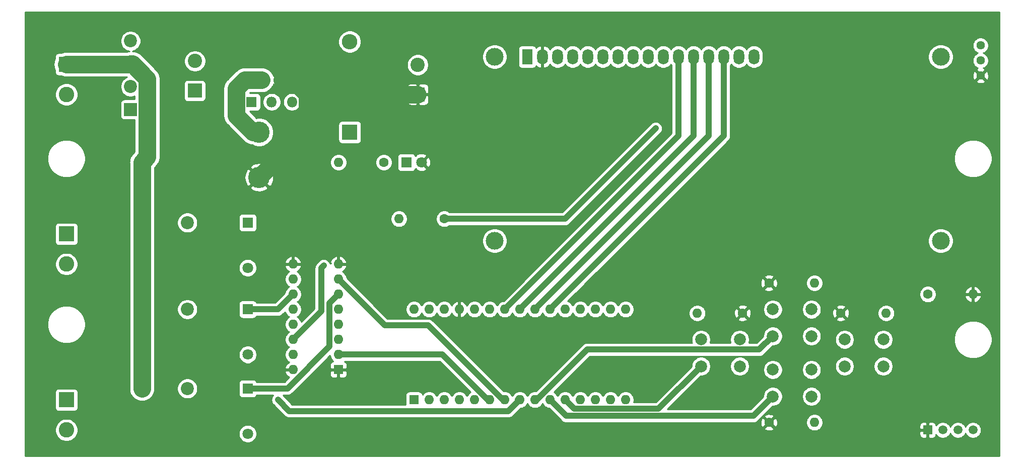
<source format=gbr>
%TF.GenerationSoftware,KiCad,Pcbnew,(5.1.10)-1*%
%TF.CreationDate,2021-08-22T00:04:37-04:00*%
%TF.ProjectId,Test Board,54657374-2042-46f6-9172-642e6b696361,rev?*%
%TF.SameCoordinates,Original*%
%TF.FileFunction,Copper,L2,Bot*%
%TF.FilePolarity,Positive*%
%FSLAX46Y46*%
G04 Gerber Fmt 4.6, Leading zero omitted, Abs format (unit mm)*
G04 Created by KiCad (PCBNEW (5.1.10)-1) date 2021-08-22 00:04:37*
%MOMM*%
%LPD*%
G01*
G04 APERTURE LIST*
%TA.AperFunction,ComponentPad*%
%ADD10C,2.600000*%
%TD*%
%TA.AperFunction,ComponentPad*%
%ADD11R,2.600000X2.600000*%
%TD*%
%TA.AperFunction,ComponentPad*%
%ADD12O,2.600000X2.600000*%
%TD*%
%TA.AperFunction,ComponentPad*%
%ADD13C,1.500000*%
%TD*%
%TA.AperFunction,ComponentPad*%
%ADD14R,1.500000X1.500000*%
%TD*%
%TA.AperFunction,ComponentPad*%
%ADD15O,1.600000X1.600000*%
%TD*%
%TA.AperFunction,ComponentPad*%
%ADD16R,1.600000X1.600000*%
%TD*%
%TA.AperFunction,ComponentPad*%
%ADD17O,1.800000X1.800000*%
%TD*%
%TA.AperFunction,ComponentPad*%
%ADD18R,1.800000X1.800000*%
%TD*%
%TA.AperFunction,ComponentPad*%
%ADD19C,2.000000*%
%TD*%
%TA.AperFunction,ComponentPad*%
%ADD20C,1.440000*%
%TD*%
%TA.AperFunction,ComponentPad*%
%ADD21C,1.600000*%
%TD*%
%TA.AperFunction,ComponentPad*%
%ADD22C,3.600000*%
%TD*%
%TA.AperFunction,ComponentPad*%
%ADD23C,2.200000*%
%TD*%
%TA.AperFunction,ComponentPad*%
%ADD24C,1.800000*%
%TD*%
%TA.AperFunction,ComponentPad*%
%ADD25C,3.000000*%
%TD*%
%TA.AperFunction,ComponentPad*%
%ADD26O,1.800000X2.600000*%
%TD*%
%TA.AperFunction,ComponentPad*%
%ADD27R,1.800000X2.600000*%
%TD*%
%TA.AperFunction,ComponentPad*%
%ADD28R,2.200000X2.200000*%
%TD*%
%TA.AperFunction,ComponentPad*%
%ADD29C,2.400000*%
%TD*%
%TA.AperFunction,ComponentPad*%
%ADD30R,2.400000X2.400000*%
%TD*%
%TA.AperFunction,ViaPad*%
%ADD31C,0.800000*%
%TD*%
%TA.AperFunction,Conductor*%
%ADD32C,1.000000*%
%TD*%
%TA.AperFunction,Conductor*%
%ADD33C,3.000000*%
%TD*%
%TA.AperFunction,Conductor*%
%ADD34C,0.254000*%
%TD*%
%TA.AperFunction,Conductor*%
%ADD35C,0.100000*%
%TD*%
G04 APERTURE END LIST*
D10*
%TO.P,J2,2*%
%TO.N,/Y*%
X45720000Y-93980000D03*
D11*
%TO.P,J2,1*%
%TO.N,/G*%
X45720000Y-88900000D03*
%TD*%
D12*
%TO.P,D2,2*%
%TO.N,GND*%
X93345000Y-56515000D03*
D11*
%TO.P,D2,1*%
%TO.N,Net-(D2-Pad1)*%
X93345000Y-71755000D03*
%TD*%
D13*
%TO.P,U6,4*%
%TO.N,GND*%
X198120000Y-121920000D03*
%TO.P,U6,3*%
%TO.N,Net-(U6-Pad3)*%
X195580000Y-121920000D03*
%TO.P,U6,2*%
%TO.N,/DHT*%
X193040000Y-121920000D03*
D14*
%TO.P,U6,1*%
%TO.N,+5V*%
X190500000Y-121920000D03*
%TD*%
D15*
%TO.P,U2,16*%
%TO.N,+5V*%
X83820000Y-111760000D03*
%TO.P,U2,8*%
X91440000Y-93980000D03*
%TO.P,U2,15*%
%TO.N,/BKLT*%
X83820000Y-109220000D03*
%TO.P,U2,7*%
%TO.N,/HEAT*%
X91440000Y-96520000D03*
%TO.P,U2,14*%
%TO.N,/BACKLIGHT*%
X83820000Y-106680000D03*
%TO.P,U2,6*%
%TO.N,/HEATRLY*%
X91440000Y-99060000D03*
%TO.P,U2,13*%
%TO.N,GND*%
X83820000Y-104140000D03*
%TO.P,U2,5*%
X91440000Y-101600000D03*
%TO.P,U2,12*%
X83820000Y-101600000D03*
%TO.P,U2,4*%
X91440000Y-104140000D03*
%TO.P,U2,11*%
%TO.N,/COOLRLY*%
X83820000Y-99060000D03*
%TO.P,U2,3*%
%TO.N,/FANRLY*%
X91440000Y-106680000D03*
%TO.P,U2,10*%
%TO.N,/COOL*%
X83820000Y-96520000D03*
%TO.P,U2,2*%
%TO.N,/FAN*%
X91440000Y-109220000D03*
%TO.P,U2,9*%
%TO.N,+5V*%
X83820000Y-93980000D03*
D16*
%TO.P,U2,1*%
X91440000Y-111760000D03*
%TD*%
D17*
%TO.P,U1,5*%
%TO.N,GND*%
X83635000Y-66675000D03*
%TO.P,U1,4*%
%TO.N,+5V*%
X81935000Y-62975000D03*
%TO.P,U1,3*%
%TO.N,GND*%
X80235000Y-66675000D03*
%TO.P,U1,2*%
%TO.N,Net-(D2-Pad1)*%
X78535000Y-62975000D03*
D18*
%TO.P,U1,1*%
%TO.N,+VDC*%
X76835000Y-66675000D03*
%TD*%
D19*
%TO.P,SW4,1*%
%TO.N,GND*%
X183030000Y-106680000D03*
%TO.P,SW4,2*%
%TO.N,/SW_RT*%
X183030000Y-111180000D03*
%TO.P,SW4,1*%
%TO.N,GND*%
X176530000Y-106680000D03*
%TO.P,SW4,2*%
%TO.N,/SW_RT*%
X176530000Y-111180000D03*
%TD*%
%TO.P,SW3,1*%
%TO.N,GND*%
X170965000Y-111760000D03*
%TO.P,SW3,2*%
%TO.N,/SW_DN*%
X170965000Y-116260000D03*
%TO.P,SW3,1*%
%TO.N,GND*%
X164465000Y-111760000D03*
%TO.P,SW3,2*%
%TO.N,/SW_DN*%
X164465000Y-116260000D03*
%TD*%
%TO.P,SW2,1*%
%TO.N,GND*%
X158900000Y-106680000D03*
%TO.P,SW2,2*%
%TO.N,/SW_LT*%
X158900000Y-111180000D03*
%TO.P,SW2,1*%
%TO.N,GND*%
X152400000Y-106680000D03*
%TO.P,SW2,2*%
%TO.N,/SW_LT*%
X152400000Y-111180000D03*
%TD*%
%TO.P,SW1,1*%
%TO.N,GND*%
X170965000Y-101600000D03*
%TO.P,SW1,2*%
%TO.N,/SW_UP*%
X170965000Y-106100000D03*
%TO.P,SW1,1*%
%TO.N,GND*%
X164465000Y-101600000D03*
%TO.P,SW1,2*%
%TO.N,/SW_UP*%
X164465000Y-106100000D03*
%TD*%
D20*
%TO.P,RV1,3*%
%TO.N,+5V*%
X199390000Y-62230000D03*
%TO.P,RV1,2*%
%TO.N,Net-(DS1-Pad3)*%
X199390000Y-59690000D03*
%TO.P,RV1,1*%
%TO.N,GND*%
X199390000Y-57150000D03*
%TD*%
D15*
%TO.P,R23,2*%
%TO.N,GND*%
X91440000Y-76835000D03*
D21*
%TO.P,R23,1*%
%TO.N,Net-(D3-Pad1)*%
X99060000Y-76835000D03*
%TD*%
D15*
%TO.P,R22,2*%
%TO.N,+5V*%
X198120000Y-99060000D03*
D21*
%TO.P,R22,1*%
%TO.N,/DHT*%
X190500000Y-99060000D03*
%TD*%
D15*
%TO.P,R21,2*%
%TO.N,/SW_RT*%
X183515000Y-102235000D03*
D21*
%TO.P,R21,1*%
%TO.N,+5V*%
X175895000Y-102235000D03*
%TD*%
D15*
%TO.P,R20,2*%
%TO.N,/SW_DN*%
X171450000Y-120650000D03*
D21*
%TO.P,R20,1*%
%TO.N,+5V*%
X163830000Y-120650000D03*
%TD*%
D15*
%TO.P,R19,2*%
%TO.N,/SW_LT*%
X151765000Y-102235000D03*
D21*
%TO.P,R19,1*%
%TO.N,+5V*%
X159385000Y-102235000D03*
%TD*%
D15*
%TO.P,R18,2*%
%TO.N,/SW_UP*%
X171450000Y-97155000D03*
D21*
%TO.P,R18,1*%
%TO.N,+5V*%
X163830000Y-97155000D03*
%TD*%
D15*
%TO.P,R1,2*%
%TO.N,/BACKLIGHT*%
X101600000Y-86360000D03*
D21*
%TO.P,R1,1*%
%TO.N,Net-(DS1-Pad15)*%
X109220000Y-86360000D03*
%TD*%
D22*
%TO.P,L1,2*%
%TO.N,+5V*%
X78105000Y-79375000D03*
%TO.P,L1,1*%
%TO.N,Net-(D2-Pad1)*%
X78105000Y-71755000D03*
%TD*%
D23*
%TO.P,K3,14*%
%TO.N,/R*%
X58420000Y-101600000D03*
%TO.P,K3,11*%
%TO.N,/Y*%
X66040000Y-101600000D03*
D24*
%TO.P,K3,A2*%
%TO.N,GND*%
X76200000Y-109220000D03*
D18*
%TO.P,K3,A1*%
%TO.N,/COOLRLY*%
X76200000Y-101600000D03*
%TD*%
D23*
%TO.P,K2,14*%
%TO.N,/R*%
X58420000Y-114935000D03*
%TO.P,K2,11*%
%TO.N,/W*%
X66040000Y-114935000D03*
D24*
%TO.P,K2,A2*%
%TO.N,GND*%
X76200000Y-122555000D03*
D18*
%TO.P,K2,A1*%
%TO.N,/HEATRLY*%
X76200000Y-114935000D03*
%TD*%
D23*
%TO.P,K1,14*%
%TO.N,/R*%
X58420000Y-86995000D03*
%TO.P,K1,11*%
%TO.N,/G*%
X66040000Y-86995000D03*
D24*
%TO.P,K1,A2*%
%TO.N,GND*%
X76200000Y-94615000D03*
D18*
%TO.P,K1,A1*%
%TO.N,/FANRLY*%
X76200000Y-86995000D03*
%TD*%
D10*
%TO.P,J3,2*%
%TO.N,Net-(J3-Pad2)*%
X45720000Y-121920000D03*
D11*
%TO.P,J3,1*%
%TO.N,/W*%
X45720000Y-116840000D03*
%TD*%
D10*
%TO.P,J1,2*%
%TO.N,/C*%
X45720000Y-65405000D03*
D11*
%TO.P,J1,1*%
%TO.N,/R*%
X45720000Y-60325000D03*
%TD*%
D25*
%TO.P,DS1,*%
%TO.N,*%
X192690000Y-59055000D03*
X192689480Y-90055700D03*
X117690900Y-90055700D03*
X117690900Y-59055000D03*
D26*
%TO.P,DS1,16*%
%TO.N,GND*%
X161290000Y-59055000D03*
%TO.P,DS1,15*%
%TO.N,Net-(DS1-Pad15)*%
X158750000Y-59055000D03*
%TO.P,DS1,14*%
%TO.N,/D7*%
X156210000Y-59055000D03*
%TO.P,DS1,13*%
%TO.N,/D6*%
X153670000Y-59055000D03*
%TO.P,DS1,12*%
%TO.N,/D5*%
X151130000Y-59055000D03*
%TO.P,DS1,11*%
%TO.N,/D4*%
X148590000Y-59055000D03*
%TO.P,DS1,10*%
%TO.N,Net-(DS1-Pad10)*%
X146050000Y-59055000D03*
%TO.P,DS1,9*%
%TO.N,Net-(DS1-Pad9)*%
X143510000Y-59055000D03*
%TO.P,DS1,8*%
%TO.N,Net-(DS1-Pad8)*%
X140970000Y-59055000D03*
%TO.P,DS1,7*%
%TO.N,Net-(DS1-Pad7)*%
X138430000Y-59055000D03*
%TO.P,DS1,6*%
%TO.N,/E*%
X135890000Y-59055000D03*
%TO.P,DS1,5*%
%TO.N,GND*%
X133350000Y-59055000D03*
%TO.P,DS1,4*%
%TO.N,/RS*%
X130810000Y-59055000D03*
%TO.P,DS1,3*%
%TO.N,Net-(DS1-Pad3)*%
X128270000Y-59055000D03*
%TO.P,DS1,2*%
%TO.N,+5V*%
X125730000Y-59055000D03*
D27*
%TO.P,DS1,1*%
%TO.N,GND*%
X123190000Y-59055000D03*
%TD*%
D24*
%TO.P,D3,2*%
%TO.N,+5V*%
X105410000Y-76835000D03*
D18*
%TO.P,D3,1*%
%TO.N,Net-(D3-Pad1)*%
X102870000Y-76835000D03*
%TD*%
D28*
%TO.P,D1,1*%
%TO.N,+VDC*%
X56515000Y-67945000D03*
D23*
%TO.P,D1,2*%
%TO.N,/C*%
X56515000Y-64095000D03*
%TO.P,D1,3*%
%TO.N,/R*%
X56515000Y-60245000D03*
%TO.P,D1,4*%
%TO.N,GND*%
X56515000Y-56395000D03*
%TD*%
D29*
%TO.P,C2,2*%
%TO.N,GND*%
X104775000Y-60405000D03*
D30*
%TO.P,C2,1*%
%TO.N,+5V*%
X104775000Y-65405000D03*
%TD*%
D29*
%TO.P,C1,2*%
%TO.N,GND*%
X67310000Y-59770000D03*
D30*
%TO.P,C1,1*%
%TO.N,+VDC*%
X67310000Y-64770000D03*
%TD*%
D15*
%TO.P,A1,16*%
%TO.N,Net-(A1-Pad16)*%
X139700000Y-101600000D03*
%TO.P,A1,15*%
%TO.N,Net-(A1-Pad15)*%
X139700000Y-116840000D03*
%TO.P,A1,30*%
%TO.N,Net-(A1-Pad30)*%
X104140000Y-101600000D03*
%TO.P,A1,14*%
%TO.N,Net-(A1-Pad14)*%
X137160000Y-116840000D03*
%TO.P,A1,29*%
%TO.N,GND*%
X106680000Y-101600000D03*
%TO.P,A1,13*%
%TO.N,/BKLT*%
X134620000Y-116840000D03*
%TO.P,A1,28*%
%TO.N,Net-(A1-Pad28)*%
X109220000Y-101600000D03*
%TO.P,A1,12*%
%TO.N,/SW_RT*%
X132080000Y-116840000D03*
%TO.P,A1,27*%
%TO.N,+5V*%
X111760000Y-101600000D03*
%TO.P,A1,11*%
%TO.N,/SW_LT*%
X129540000Y-116840000D03*
%TO.P,A1,26*%
%TO.N,Net-(A1-Pad26)*%
X114300000Y-101600000D03*
%TO.P,A1,10*%
%TO.N,/SW_DN*%
X127000000Y-116840000D03*
%TO.P,A1,25*%
%TO.N,Net-(A1-Pad25)*%
X116840000Y-101600000D03*
%TO.P,A1,9*%
%TO.N,/SW_UP*%
X124460000Y-116840000D03*
%TO.P,A1,24*%
%TO.N,/D4*%
X119380000Y-101600000D03*
%TO.P,A1,8*%
%TO.N,/COOL*%
X121920000Y-116840000D03*
%TO.P,A1,23*%
%TO.N,/D5*%
X121920000Y-101600000D03*
%TO.P,A1,7*%
%TO.N,/HEAT*%
X119380000Y-116840000D03*
%TO.P,A1,22*%
%TO.N,/D6*%
X124460000Y-101600000D03*
%TO.P,A1,6*%
%TO.N,/FAN*%
X116840000Y-116840000D03*
%TO.P,A1,21*%
%TO.N,/D7*%
X127000000Y-101600000D03*
%TO.P,A1,5*%
%TO.N,/DHT*%
X114300000Y-116840000D03*
%TO.P,A1,20*%
%TO.N,/RS*%
X129540000Y-101600000D03*
%TO.P,A1,4*%
%TO.N,GND*%
X111760000Y-116840000D03*
%TO.P,A1,19*%
%TO.N,/E*%
X132080000Y-101600000D03*
%TO.P,A1,3*%
%TO.N,Net-(A1-Pad3)*%
X109220000Y-116840000D03*
%TO.P,A1,18*%
%TO.N,Net-(A1-Pad18)*%
X134620000Y-101600000D03*
%TO.P,A1,2*%
%TO.N,Net-(A1-Pad2)*%
X106680000Y-116840000D03*
%TO.P,A1,17*%
%TO.N,Net-(A1-Pad17)*%
X137160000Y-101600000D03*
D16*
%TO.P,A1,1*%
%TO.N,Net-(A1-Pad1)*%
X104140000Y-116840000D03*
%TD*%
D31*
%TO.N,/COOL*%
X81280000Y-116840000D03*
%TO.N,Net-(DS1-Pad15)*%
X144780000Y-71120000D03*
%TO.N,/BACKLIGHT*%
X88965998Y-94234000D03*
%TD*%
D32*
%TO.N,/FAN*%
X108900002Y-109220000D02*
X91440000Y-109220000D01*
X116520002Y-116840000D02*
X108900002Y-109220000D01*
X116840000Y-116840000D02*
X116520002Y-116840000D01*
%TO.N,/HEAT*%
X99220011Y-104300011D02*
X91440000Y-96520000D01*
X106520013Y-104300011D02*
X99220011Y-104300011D01*
X119060002Y-116840000D02*
X106520013Y-104300011D01*
X119380000Y-116840000D02*
X119060002Y-116840000D01*
%TO.N,/COOL*%
X121600002Y-116840000D02*
X121920000Y-116840000D01*
X81280000Y-116840000D02*
X81280000Y-116840000D01*
X120015000Y-118745000D02*
X121920000Y-116840000D01*
X83185000Y-118745000D02*
X120015000Y-118745000D01*
X81280000Y-116840000D02*
X83185000Y-118745000D01*
%TO.N,/SW_UP*%
X162184999Y-108380001D02*
X164465000Y-106100000D01*
X133239997Y-108380001D02*
X162184999Y-108380001D01*
X124779998Y-116840000D02*
X133239997Y-108380001D01*
X124460000Y-116840000D02*
X124779998Y-116840000D01*
%TO.N,/SW_DN*%
X161184990Y-119540010D02*
X164465000Y-116260000D01*
X129700010Y-119540010D02*
X161184990Y-119540010D01*
X127000000Y-116840000D02*
X129700010Y-119540010D01*
%TO.N,/SW_LT*%
X145239999Y-118340001D02*
X152400000Y-111180000D01*
X131040001Y-118340001D02*
X145239999Y-118340001D01*
X129540000Y-116840000D02*
X131040001Y-118340001D01*
D33*
%TO.N,+5V*%
X83783002Y-62975000D02*
X81935000Y-62975000D01*
X86235001Y-65426999D02*
X83783002Y-62975000D01*
X86235001Y-71244999D02*
X86235001Y-65426999D01*
X78105000Y-79375000D02*
X86235001Y-71244999D01*
X86257000Y-65405000D02*
X86235001Y-65426999D01*
X104775000Y-65405000D02*
X86257000Y-65405000D01*
%TO.N,/R*%
X58420000Y-86995000D02*
X58420000Y-101600000D01*
X58420000Y-101600000D02*
X58420000Y-114935000D01*
X56435000Y-60325000D02*
X56515000Y-60245000D01*
X45720000Y-60325000D02*
X56435000Y-60325000D01*
X59315001Y-62750999D02*
X59315001Y-75939999D01*
X56809002Y-60245000D02*
X59315001Y-62750999D01*
X56515000Y-60245000D02*
X56809002Y-60245000D01*
X58420000Y-76835000D02*
X58420000Y-86995000D01*
X59315001Y-75939999D02*
X58420000Y-76835000D01*
D32*
%TO.N,/D4*%
X148590000Y-72390000D02*
X148590000Y-59055000D01*
X119380000Y-101600000D02*
X148590000Y-72390000D01*
%TO.N,/D5*%
X151130000Y-72390000D02*
X151130000Y-59055000D01*
X121920000Y-101600000D02*
X151130000Y-72390000D01*
%TO.N,/D6*%
X153670000Y-72390000D02*
X153670000Y-59055000D01*
X124460000Y-101600000D02*
X153670000Y-72390000D01*
%TO.N,/D7*%
X156210000Y-72390000D02*
X156210000Y-59055000D01*
X127000000Y-101600000D02*
X156210000Y-72390000D01*
D33*
%TO.N,Net-(D2-Pad1)*%
X77054998Y-71755000D02*
X78105000Y-71755000D01*
X74234999Y-68935001D02*
X77054998Y-71755000D01*
X74234999Y-64414999D02*
X74234999Y-68935001D01*
X75674998Y-62975000D02*
X74234999Y-64414999D01*
X78535000Y-62975000D02*
X75674998Y-62975000D01*
D32*
%TO.N,Net-(DS1-Pad15)*%
X109220000Y-86360000D02*
X129540000Y-86360000D01*
X129540000Y-86360000D02*
X144780000Y-71120000D01*
X144780000Y-71120000D02*
X144780000Y-71120000D01*
%TO.N,/HEATRLY*%
X89939999Y-100560001D02*
X91440000Y-99060000D01*
X89939999Y-107860003D02*
X89939999Y-100560001D01*
X82865002Y-114935000D02*
X89939999Y-107860003D01*
X76200000Y-114935000D02*
X82865002Y-114935000D01*
%TO.N,/COOLRLY*%
X81280000Y-101600000D02*
X83820000Y-99060000D01*
X76200000Y-101600000D02*
X81280000Y-101600000D01*
%TO.N,/BACKLIGHT*%
X88565999Y-101934001D02*
X83820000Y-106680000D01*
X88565999Y-94633999D02*
X88565999Y-101934001D01*
X88965998Y-94234000D02*
X88565999Y-94633999D01*
%TD*%
D34*
%TO.N,+5V*%
X202515001Y-126315000D02*
X38785000Y-126315000D01*
X38785000Y-121729419D01*
X43785000Y-121729419D01*
X43785000Y-122110581D01*
X43859361Y-122484419D01*
X44005225Y-122836566D01*
X44216987Y-123153491D01*
X44486509Y-123423013D01*
X44803434Y-123634775D01*
X45155581Y-123780639D01*
X45529419Y-123855000D01*
X45910581Y-123855000D01*
X46284419Y-123780639D01*
X46636566Y-123634775D01*
X46953491Y-123423013D01*
X47223013Y-123153491D01*
X47434775Y-122836566D01*
X47580639Y-122484419D01*
X47596671Y-122403816D01*
X74665000Y-122403816D01*
X74665000Y-122706184D01*
X74723989Y-123002743D01*
X74839701Y-123282095D01*
X75007688Y-123533505D01*
X75221495Y-123747312D01*
X75472905Y-123915299D01*
X75752257Y-124031011D01*
X76048816Y-124090000D01*
X76351184Y-124090000D01*
X76647743Y-124031011D01*
X76927095Y-123915299D01*
X77178505Y-123747312D01*
X77392312Y-123533505D01*
X77560299Y-123282095D01*
X77676011Y-123002743D01*
X77735000Y-122706184D01*
X77735000Y-122670000D01*
X189111928Y-122670000D01*
X189124188Y-122794482D01*
X189160498Y-122914180D01*
X189219463Y-123024494D01*
X189298815Y-123121185D01*
X189395506Y-123200537D01*
X189505820Y-123259502D01*
X189625518Y-123295812D01*
X189750000Y-123308072D01*
X190214250Y-123305000D01*
X190373000Y-123146250D01*
X190373000Y-122047000D01*
X189273750Y-122047000D01*
X189115000Y-122205750D01*
X189111928Y-122670000D01*
X77735000Y-122670000D01*
X77735000Y-122403816D01*
X77676011Y-122107257D01*
X77560299Y-121827905D01*
X77436551Y-121642702D01*
X163016903Y-121642702D01*
X163088486Y-121886671D01*
X163343996Y-122007571D01*
X163618184Y-122076300D01*
X163900512Y-122090217D01*
X164180130Y-122048787D01*
X164446292Y-121953603D01*
X164571514Y-121886671D01*
X164643097Y-121642702D01*
X163830000Y-120829605D01*
X163016903Y-121642702D01*
X77436551Y-121642702D01*
X77392312Y-121576495D01*
X77178505Y-121362688D01*
X76927095Y-121194701D01*
X76647743Y-121078989D01*
X76351184Y-121020000D01*
X76048816Y-121020000D01*
X75752257Y-121078989D01*
X75472905Y-121194701D01*
X75221495Y-121362688D01*
X75007688Y-121576495D01*
X74839701Y-121827905D01*
X74723989Y-122107257D01*
X74665000Y-122403816D01*
X47596671Y-122403816D01*
X47655000Y-122110581D01*
X47655000Y-121729419D01*
X47580639Y-121355581D01*
X47434775Y-121003434D01*
X47245734Y-120720512D01*
X162389783Y-120720512D01*
X162431213Y-121000130D01*
X162526397Y-121266292D01*
X162593329Y-121391514D01*
X162837298Y-121463097D01*
X163650395Y-120650000D01*
X164009605Y-120650000D01*
X164822702Y-121463097D01*
X165066671Y-121391514D01*
X165187571Y-121136004D01*
X165256300Y-120861816D01*
X165270217Y-120579488D01*
X165259724Y-120508665D01*
X170015000Y-120508665D01*
X170015000Y-120791335D01*
X170070147Y-121068574D01*
X170178320Y-121329727D01*
X170335363Y-121564759D01*
X170535241Y-121764637D01*
X170770273Y-121921680D01*
X171031426Y-122029853D01*
X171308665Y-122085000D01*
X171591335Y-122085000D01*
X171868574Y-122029853D01*
X172129727Y-121921680D01*
X172364759Y-121764637D01*
X172564637Y-121564759D01*
X172721680Y-121329727D01*
X172787841Y-121170000D01*
X189111928Y-121170000D01*
X189115000Y-121634250D01*
X189273750Y-121793000D01*
X190373000Y-121793000D01*
X190373000Y-120693750D01*
X190627000Y-120693750D01*
X190627000Y-121793000D01*
X190647000Y-121793000D01*
X190647000Y-122047000D01*
X190627000Y-122047000D01*
X190627000Y-123146250D01*
X190785750Y-123305000D01*
X191250000Y-123308072D01*
X191374482Y-123295812D01*
X191494180Y-123259502D01*
X191604494Y-123200537D01*
X191701185Y-123121185D01*
X191780537Y-123024494D01*
X191839502Y-122914180D01*
X191875812Y-122794482D01*
X191886445Y-122686517D01*
X191964201Y-122802886D01*
X192157114Y-122995799D01*
X192383957Y-123147371D01*
X192636011Y-123251775D01*
X192903589Y-123305000D01*
X193176411Y-123305000D01*
X193443989Y-123251775D01*
X193696043Y-123147371D01*
X193922886Y-122995799D01*
X194115799Y-122802886D01*
X194267371Y-122576043D01*
X194310000Y-122473127D01*
X194352629Y-122576043D01*
X194504201Y-122802886D01*
X194697114Y-122995799D01*
X194923957Y-123147371D01*
X195176011Y-123251775D01*
X195443589Y-123305000D01*
X195716411Y-123305000D01*
X195983989Y-123251775D01*
X196236043Y-123147371D01*
X196462886Y-122995799D01*
X196655799Y-122802886D01*
X196807371Y-122576043D01*
X196850000Y-122473127D01*
X196892629Y-122576043D01*
X197044201Y-122802886D01*
X197237114Y-122995799D01*
X197463957Y-123147371D01*
X197716011Y-123251775D01*
X197983589Y-123305000D01*
X198256411Y-123305000D01*
X198523989Y-123251775D01*
X198776043Y-123147371D01*
X199002886Y-122995799D01*
X199195799Y-122802886D01*
X199347371Y-122576043D01*
X199451775Y-122323989D01*
X199505000Y-122056411D01*
X199505000Y-121783589D01*
X199451775Y-121516011D01*
X199347371Y-121263957D01*
X199195799Y-121037114D01*
X199002886Y-120844201D01*
X198776043Y-120692629D01*
X198523989Y-120588225D01*
X198256411Y-120535000D01*
X197983589Y-120535000D01*
X197716011Y-120588225D01*
X197463957Y-120692629D01*
X197237114Y-120844201D01*
X197044201Y-121037114D01*
X196892629Y-121263957D01*
X196850000Y-121366873D01*
X196807371Y-121263957D01*
X196655799Y-121037114D01*
X196462886Y-120844201D01*
X196236043Y-120692629D01*
X195983989Y-120588225D01*
X195716411Y-120535000D01*
X195443589Y-120535000D01*
X195176011Y-120588225D01*
X194923957Y-120692629D01*
X194697114Y-120844201D01*
X194504201Y-121037114D01*
X194352629Y-121263957D01*
X194310000Y-121366873D01*
X194267371Y-121263957D01*
X194115799Y-121037114D01*
X193922886Y-120844201D01*
X193696043Y-120692629D01*
X193443989Y-120588225D01*
X193176411Y-120535000D01*
X192903589Y-120535000D01*
X192636011Y-120588225D01*
X192383957Y-120692629D01*
X192157114Y-120844201D01*
X191964201Y-121037114D01*
X191886445Y-121153483D01*
X191875812Y-121045518D01*
X191839502Y-120925820D01*
X191780537Y-120815506D01*
X191701185Y-120718815D01*
X191604494Y-120639463D01*
X191494180Y-120580498D01*
X191374482Y-120544188D01*
X191250000Y-120531928D01*
X190785750Y-120535000D01*
X190627000Y-120693750D01*
X190373000Y-120693750D01*
X190214250Y-120535000D01*
X189750000Y-120531928D01*
X189625518Y-120544188D01*
X189505820Y-120580498D01*
X189395506Y-120639463D01*
X189298815Y-120718815D01*
X189219463Y-120815506D01*
X189160498Y-120925820D01*
X189124188Y-121045518D01*
X189111928Y-121170000D01*
X172787841Y-121170000D01*
X172829853Y-121068574D01*
X172885000Y-120791335D01*
X172885000Y-120508665D01*
X172829853Y-120231426D01*
X172721680Y-119970273D01*
X172564637Y-119735241D01*
X172364759Y-119535363D01*
X172129727Y-119378320D01*
X171868574Y-119270147D01*
X171591335Y-119215000D01*
X171308665Y-119215000D01*
X171031426Y-119270147D01*
X170770273Y-119378320D01*
X170535241Y-119535363D01*
X170335363Y-119735241D01*
X170178320Y-119970273D01*
X170070147Y-120231426D01*
X170015000Y-120508665D01*
X165259724Y-120508665D01*
X165228787Y-120299870D01*
X165133603Y-120033708D01*
X165066671Y-119908486D01*
X164822702Y-119836903D01*
X164009605Y-120650000D01*
X163650395Y-120650000D01*
X162837298Y-119836903D01*
X162593329Y-119908486D01*
X162472429Y-120163996D01*
X162403700Y-120438184D01*
X162389783Y-120720512D01*
X47245734Y-120720512D01*
X47223013Y-120686509D01*
X46953491Y-120416987D01*
X46636566Y-120205225D01*
X46284419Y-120059361D01*
X45910581Y-119985000D01*
X45529419Y-119985000D01*
X45155581Y-120059361D01*
X44803434Y-120205225D01*
X44486509Y-120416987D01*
X44216987Y-120686509D01*
X44005225Y-121003434D01*
X43859361Y-121355581D01*
X43785000Y-121729419D01*
X38785000Y-121729419D01*
X38785000Y-115540000D01*
X43781928Y-115540000D01*
X43781928Y-118140000D01*
X43794188Y-118264482D01*
X43830498Y-118384180D01*
X43889463Y-118494494D01*
X43968815Y-118591185D01*
X44065506Y-118670537D01*
X44175820Y-118729502D01*
X44295518Y-118765812D01*
X44420000Y-118778072D01*
X47020000Y-118778072D01*
X47144482Y-118765812D01*
X47264180Y-118729502D01*
X47374494Y-118670537D01*
X47471185Y-118591185D01*
X47550537Y-118494494D01*
X47609502Y-118384180D01*
X47645812Y-118264482D01*
X47658072Y-118140000D01*
X47658072Y-115540000D01*
X47645812Y-115415518D01*
X47609502Y-115295820D01*
X47550537Y-115185506D01*
X47471185Y-115088815D01*
X47374494Y-115009463D01*
X47264180Y-114950498D01*
X47144482Y-114914188D01*
X47020000Y-114901928D01*
X44420000Y-114901928D01*
X44295518Y-114914188D01*
X44175820Y-114950498D01*
X44065506Y-115009463D01*
X43968815Y-115088815D01*
X43889463Y-115185506D01*
X43830498Y-115295820D01*
X43794188Y-115415518D01*
X43781928Y-115540000D01*
X38785000Y-115540000D01*
X38785000Y-103824385D01*
X42515505Y-103824385D01*
X42515505Y-104455615D01*
X42638652Y-105074717D01*
X42880214Y-105657897D01*
X43230906Y-106182746D01*
X43677254Y-106629094D01*
X44202103Y-106979786D01*
X44785283Y-107221348D01*
X45404385Y-107344495D01*
X46035615Y-107344495D01*
X46654717Y-107221348D01*
X47237897Y-106979786D01*
X47762746Y-106629094D01*
X48209094Y-106182746D01*
X48559786Y-105657897D01*
X48801348Y-105074717D01*
X48924495Y-104455615D01*
X48924495Y-103824385D01*
X48801348Y-103205283D01*
X48559786Y-102622103D01*
X48209094Y-102097254D01*
X47762746Y-101650906D01*
X47237897Y-101300214D01*
X46654717Y-101058652D01*
X46035615Y-100935505D01*
X45404385Y-100935505D01*
X44785283Y-101058652D01*
X44202103Y-101300214D01*
X43677254Y-101650906D01*
X43230906Y-102097254D01*
X42880214Y-102622103D01*
X42638652Y-103205283D01*
X42515505Y-103824385D01*
X38785000Y-103824385D01*
X38785000Y-93789419D01*
X43785000Y-93789419D01*
X43785000Y-94170581D01*
X43859361Y-94544419D01*
X44005225Y-94896566D01*
X44216987Y-95213491D01*
X44486509Y-95483013D01*
X44803434Y-95694775D01*
X45155581Y-95840639D01*
X45529419Y-95915000D01*
X45910581Y-95915000D01*
X46284419Y-95840639D01*
X46636566Y-95694775D01*
X46953491Y-95483013D01*
X47223013Y-95213491D01*
X47434775Y-94896566D01*
X47580639Y-94544419D01*
X47655000Y-94170581D01*
X47655000Y-93789419D01*
X47580639Y-93415581D01*
X47434775Y-93063434D01*
X47223013Y-92746509D01*
X46953491Y-92476987D01*
X46636566Y-92265225D01*
X46284419Y-92119361D01*
X45910581Y-92045000D01*
X45529419Y-92045000D01*
X45155581Y-92119361D01*
X44803434Y-92265225D01*
X44486509Y-92476987D01*
X44216987Y-92746509D01*
X44005225Y-93063434D01*
X43859361Y-93415581D01*
X43785000Y-93789419D01*
X38785000Y-93789419D01*
X38785000Y-87600000D01*
X43781928Y-87600000D01*
X43781928Y-90200000D01*
X43794188Y-90324482D01*
X43830498Y-90444180D01*
X43889463Y-90554494D01*
X43968815Y-90651185D01*
X44065506Y-90730537D01*
X44175820Y-90789502D01*
X44295518Y-90825812D01*
X44420000Y-90838072D01*
X47020000Y-90838072D01*
X47144482Y-90825812D01*
X47264180Y-90789502D01*
X47374494Y-90730537D01*
X47471185Y-90651185D01*
X47550537Y-90554494D01*
X47609502Y-90444180D01*
X47645812Y-90324482D01*
X47658072Y-90200000D01*
X47658072Y-87600000D01*
X47645812Y-87475518D01*
X47609502Y-87355820D01*
X47550537Y-87245506D01*
X47471185Y-87148815D01*
X47374494Y-87069463D01*
X47264180Y-87010498D01*
X47144482Y-86974188D01*
X47020000Y-86961928D01*
X44420000Y-86961928D01*
X44295518Y-86974188D01*
X44175820Y-87010498D01*
X44065506Y-87069463D01*
X43968815Y-87148815D01*
X43889463Y-87245506D01*
X43830498Y-87355820D01*
X43794188Y-87475518D01*
X43781928Y-87600000D01*
X38785000Y-87600000D01*
X38785000Y-75884385D01*
X42515505Y-75884385D01*
X42515505Y-76515615D01*
X42638652Y-77134717D01*
X42880214Y-77717897D01*
X43230906Y-78242746D01*
X43677254Y-78689094D01*
X44202103Y-79039786D01*
X44785283Y-79281348D01*
X45404385Y-79404495D01*
X46035615Y-79404495D01*
X46654717Y-79281348D01*
X47237897Y-79039786D01*
X47762746Y-78689094D01*
X48209094Y-78242746D01*
X48559786Y-77717897D01*
X48801348Y-77134717D01*
X48924495Y-76515615D01*
X48924495Y-75884385D01*
X48801348Y-75265283D01*
X48559786Y-74682103D01*
X48209094Y-74157254D01*
X47762746Y-73710906D01*
X47237897Y-73360214D01*
X46654717Y-73118652D01*
X46035615Y-72995505D01*
X45404385Y-72995505D01*
X44785283Y-73118652D01*
X44202103Y-73360214D01*
X43677254Y-73710906D01*
X43230906Y-74157254D01*
X42880214Y-74682103D01*
X42638652Y-75265283D01*
X42515505Y-75884385D01*
X38785000Y-75884385D01*
X38785000Y-65214419D01*
X43785000Y-65214419D01*
X43785000Y-65595581D01*
X43859361Y-65969419D01*
X44005225Y-66321566D01*
X44216987Y-66638491D01*
X44486509Y-66908013D01*
X44803434Y-67119775D01*
X45155581Y-67265639D01*
X45529419Y-67340000D01*
X45910581Y-67340000D01*
X46284419Y-67265639D01*
X46636566Y-67119775D01*
X46953491Y-66908013D01*
X47223013Y-66638491D01*
X47434775Y-66321566D01*
X47580639Y-65969419D01*
X47655000Y-65595581D01*
X47655000Y-65214419D01*
X47580639Y-64840581D01*
X47434775Y-64488434D01*
X47223013Y-64171509D01*
X46953491Y-63901987D01*
X46636566Y-63690225D01*
X46284419Y-63544361D01*
X45910581Y-63470000D01*
X45529419Y-63470000D01*
X45155581Y-63544361D01*
X44803434Y-63690225D01*
X44486509Y-63901987D01*
X44216987Y-64171509D01*
X44005225Y-64488434D01*
X43859361Y-64840581D01*
X43785000Y-65214419D01*
X38785000Y-65214419D01*
X38785000Y-60325000D01*
X43574670Y-60325000D01*
X43615892Y-60743533D01*
X43737974Y-61145982D01*
X43781928Y-61228214D01*
X43781928Y-61625000D01*
X43794188Y-61749482D01*
X43830498Y-61869180D01*
X43889463Y-61979494D01*
X43968815Y-62076185D01*
X44065506Y-62155537D01*
X44175820Y-62214502D01*
X44295518Y-62250812D01*
X44420000Y-62263072D01*
X44816786Y-62263072D01*
X44899018Y-62307026D01*
X45301467Y-62429108D01*
X45615118Y-62460000D01*
X55928465Y-62460000D01*
X55693169Y-62557463D01*
X55409002Y-62747337D01*
X55167337Y-62989002D01*
X54977463Y-63273169D01*
X54846675Y-63588919D01*
X54780000Y-63924117D01*
X54780000Y-64265883D01*
X54846675Y-64601081D01*
X54977463Y-64916831D01*
X55167337Y-65200998D01*
X55409002Y-65442663D01*
X55693169Y-65632537D01*
X56008919Y-65763325D01*
X56344117Y-65830000D01*
X56685883Y-65830000D01*
X57021081Y-65763325D01*
X57180001Y-65697498D01*
X57180001Y-66206928D01*
X55415000Y-66206928D01*
X55290518Y-66219188D01*
X55170820Y-66255498D01*
X55060506Y-66314463D01*
X54963815Y-66393815D01*
X54884463Y-66490506D01*
X54825498Y-66600820D01*
X54789188Y-66720518D01*
X54776928Y-66845000D01*
X54776928Y-69045000D01*
X54789188Y-69169482D01*
X54825498Y-69289180D01*
X54884463Y-69399494D01*
X54963815Y-69496185D01*
X55060506Y-69575537D01*
X55170820Y-69634502D01*
X55290518Y-69670812D01*
X55415000Y-69683072D01*
X57180002Y-69683072D01*
X57180002Y-75055653D01*
X56984492Y-75251163D01*
X56903023Y-75318023D01*
X56636223Y-75643119D01*
X56437974Y-76014019D01*
X56315892Y-76416468D01*
X56285000Y-76730119D01*
X56285000Y-76730128D01*
X56274671Y-76835000D01*
X56285000Y-76939872D01*
X56285001Y-86890109D01*
X56285000Y-86890119D01*
X56285001Y-101495109D01*
X56285000Y-101495119D01*
X56285001Y-115039882D01*
X56315893Y-115353533D01*
X56437975Y-115755982D01*
X56636224Y-116126881D01*
X56903024Y-116451977D01*
X57228120Y-116718777D01*
X57599019Y-116917026D01*
X58001468Y-117039108D01*
X58420000Y-117080330D01*
X58838533Y-117039108D01*
X59240982Y-116917026D01*
X59611881Y-116718777D01*
X59936977Y-116451977D01*
X60203777Y-116126881D01*
X60402026Y-115755982D01*
X60524108Y-115353533D01*
X60555000Y-115039882D01*
X60555000Y-114764117D01*
X64305000Y-114764117D01*
X64305000Y-115105883D01*
X64371675Y-115441081D01*
X64502463Y-115756831D01*
X64692337Y-116040998D01*
X64934002Y-116282663D01*
X65218169Y-116472537D01*
X65533919Y-116603325D01*
X65869117Y-116670000D01*
X66210883Y-116670000D01*
X66546081Y-116603325D01*
X66861831Y-116472537D01*
X67145998Y-116282663D01*
X67387663Y-116040998D01*
X67577537Y-115756831D01*
X67708325Y-115441081D01*
X67775000Y-115105883D01*
X67775000Y-114764117D01*
X67708325Y-114428919D01*
X67577537Y-114113169D01*
X67387663Y-113829002D01*
X67145998Y-113587337D01*
X66861831Y-113397463D01*
X66546081Y-113266675D01*
X66210883Y-113200000D01*
X65869117Y-113200000D01*
X65533919Y-113266675D01*
X65218169Y-113397463D01*
X64934002Y-113587337D01*
X64692337Y-113829002D01*
X64502463Y-114113169D01*
X64371675Y-114428919D01*
X64305000Y-114764117D01*
X60555000Y-114764117D01*
X60555000Y-109068816D01*
X74665000Y-109068816D01*
X74665000Y-109371184D01*
X74723989Y-109667743D01*
X74839701Y-109947095D01*
X75007688Y-110198505D01*
X75221495Y-110412312D01*
X75472905Y-110580299D01*
X75752257Y-110696011D01*
X76048816Y-110755000D01*
X76351184Y-110755000D01*
X76647743Y-110696011D01*
X76927095Y-110580299D01*
X77178505Y-110412312D01*
X77392312Y-110198505D01*
X77560299Y-109947095D01*
X77676011Y-109667743D01*
X77735000Y-109371184D01*
X77735000Y-109068816D01*
X77676011Y-108772257D01*
X77560299Y-108492905D01*
X77392312Y-108241495D01*
X77178505Y-108027688D01*
X76927095Y-107859701D01*
X76647743Y-107743989D01*
X76351184Y-107685000D01*
X76048816Y-107685000D01*
X75752257Y-107743989D01*
X75472905Y-107859701D01*
X75221495Y-108027688D01*
X75007688Y-108241495D01*
X74839701Y-108492905D01*
X74723989Y-108772257D01*
X74665000Y-109068816D01*
X60555000Y-109068816D01*
X60555000Y-101429117D01*
X64305000Y-101429117D01*
X64305000Y-101770883D01*
X64371675Y-102106081D01*
X64502463Y-102421831D01*
X64692337Y-102705998D01*
X64934002Y-102947663D01*
X65218169Y-103137537D01*
X65533919Y-103268325D01*
X65869117Y-103335000D01*
X66210883Y-103335000D01*
X66546081Y-103268325D01*
X66861831Y-103137537D01*
X67145998Y-102947663D01*
X67387663Y-102705998D01*
X67577537Y-102421831D01*
X67708325Y-102106081D01*
X67775000Y-101770883D01*
X67775000Y-101429117D01*
X67708325Y-101093919D01*
X67577537Y-100778169D01*
X67525307Y-100700000D01*
X74661928Y-100700000D01*
X74661928Y-102500000D01*
X74674188Y-102624482D01*
X74710498Y-102744180D01*
X74769463Y-102854494D01*
X74848815Y-102951185D01*
X74945506Y-103030537D01*
X75055820Y-103089502D01*
X75175518Y-103125812D01*
X75300000Y-103138072D01*
X77100000Y-103138072D01*
X77224482Y-103125812D01*
X77344180Y-103089502D01*
X77454494Y-103030537D01*
X77551185Y-102951185D01*
X77630537Y-102854494D01*
X77689502Y-102744180D01*
X77692287Y-102735000D01*
X81224249Y-102735000D01*
X81280000Y-102740491D01*
X81335751Y-102735000D01*
X81335752Y-102735000D01*
X81502499Y-102718577D01*
X81716447Y-102653676D01*
X81913623Y-102548284D01*
X82086449Y-102406449D01*
X82121996Y-102363135D01*
X82447882Y-102037249D01*
X82548320Y-102279727D01*
X82705363Y-102514759D01*
X82905241Y-102714637D01*
X83137759Y-102870000D01*
X82905241Y-103025363D01*
X82705363Y-103225241D01*
X82548320Y-103460273D01*
X82440147Y-103721426D01*
X82385000Y-103998665D01*
X82385000Y-104281335D01*
X82440147Y-104558574D01*
X82548320Y-104819727D01*
X82705363Y-105054759D01*
X82905241Y-105254637D01*
X83137759Y-105410000D01*
X82905241Y-105565363D01*
X82705363Y-105765241D01*
X82548320Y-106000273D01*
X82440147Y-106261426D01*
X82385000Y-106538665D01*
X82385000Y-106821335D01*
X82440147Y-107098574D01*
X82548320Y-107359727D01*
X82705363Y-107594759D01*
X82905241Y-107794637D01*
X83137759Y-107950000D01*
X82905241Y-108105363D01*
X82705363Y-108305241D01*
X82548320Y-108540273D01*
X82440147Y-108801426D01*
X82385000Y-109078665D01*
X82385000Y-109361335D01*
X82440147Y-109638574D01*
X82548320Y-109899727D01*
X82705363Y-110134759D01*
X82905241Y-110334637D01*
X83140273Y-110491680D01*
X83150865Y-110496067D01*
X82964869Y-110607615D01*
X82756481Y-110796586D01*
X82588963Y-111022580D01*
X82468754Y-111276913D01*
X82428096Y-111410961D01*
X82550085Y-111633000D01*
X83693000Y-111633000D01*
X83693000Y-111613000D01*
X83947000Y-111613000D01*
X83947000Y-111633000D01*
X83967000Y-111633000D01*
X83967000Y-111887000D01*
X83947000Y-111887000D01*
X83947000Y-111907000D01*
X83693000Y-111907000D01*
X83693000Y-111887000D01*
X82550085Y-111887000D01*
X82428096Y-112109039D01*
X82468754Y-112243087D01*
X82588963Y-112497420D01*
X82756481Y-112723414D01*
X82964869Y-112912385D01*
X83163413Y-113031458D01*
X82394871Y-113800000D01*
X77692287Y-113800000D01*
X77689502Y-113790820D01*
X77630537Y-113680506D01*
X77551185Y-113583815D01*
X77454494Y-113504463D01*
X77344180Y-113445498D01*
X77224482Y-113409188D01*
X77100000Y-113396928D01*
X75300000Y-113396928D01*
X75175518Y-113409188D01*
X75055820Y-113445498D01*
X74945506Y-113504463D01*
X74848815Y-113583815D01*
X74769463Y-113680506D01*
X74710498Y-113790820D01*
X74674188Y-113910518D01*
X74661928Y-114035000D01*
X74661928Y-115835000D01*
X74674188Y-115959482D01*
X74710498Y-116079180D01*
X74769463Y-116189494D01*
X74848815Y-116286185D01*
X74945506Y-116365537D01*
X75055820Y-116424502D01*
X75175518Y-116460812D01*
X75300000Y-116473072D01*
X77100000Y-116473072D01*
X77224482Y-116460812D01*
X77344180Y-116424502D01*
X77454494Y-116365537D01*
X77551185Y-116286185D01*
X77630537Y-116189494D01*
X77689502Y-116079180D01*
X77692287Y-116070000D01*
X80443638Y-116070000D01*
X80331716Y-116206377D01*
X80226324Y-116403553D01*
X80161423Y-116617501D01*
X80139509Y-116840000D01*
X80161423Y-117062499D01*
X80226324Y-117276447D01*
X80331716Y-117473623D01*
X80473551Y-117646449D01*
X80516865Y-117681996D01*
X82343009Y-119508141D01*
X82378551Y-119551449D01*
X82507528Y-119657298D01*
X82551377Y-119693284D01*
X82748553Y-119798676D01*
X82962501Y-119863577D01*
X83185000Y-119885491D01*
X83240752Y-119880000D01*
X119959249Y-119880000D01*
X120015000Y-119885491D01*
X120070751Y-119880000D01*
X120070752Y-119880000D01*
X120237499Y-119863577D01*
X120451447Y-119798676D01*
X120648623Y-119693284D01*
X120821449Y-119551449D01*
X120856996Y-119508135D01*
X122097282Y-118267850D01*
X122338574Y-118219853D01*
X122599727Y-118111680D01*
X122834759Y-117954637D01*
X123034637Y-117754759D01*
X123190000Y-117522241D01*
X123345363Y-117754759D01*
X123545241Y-117954637D01*
X123780273Y-118111680D01*
X124041426Y-118219853D01*
X124318665Y-118275000D01*
X124601335Y-118275000D01*
X124878574Y-118219853D01*
X125139727Y-118111680D01*
X125374759Y-117954637D01*
X125574637Y-117754759D01*
X125730000Y-117522241D01*
X125885363Y-117754759D01*
X126085241Y-117954637D01*
X126320273Y-118111680D01*
X126581426Y-118219853D01*
X126822718Y-118267850D01*
X128858019Y-120303151D01*
X128893561Y-120346459D01*
X129005328Y-120438184D01*
X129066387Y-120488294D01*
X129263563Y-120593686D01*
X129477511Y-120658587D01*
X129700010Y-120680501D01*
X129755762Y-120675010D01*
X161129239Y-120675010D01*
X161184990Y-120680501D01*
X161240741Y-120675010D01*
X161240742Y-120675010D01*
X161407489Y-120658587D01*
X161621437Y-120593686D01*
X161818613Y-120488294D01*
X161991439Y-120346459D01*
X162026986Y-120303145D01*
X162672833Y-119657298D01*
X163016903Y-119657298D01*
X163830000Y-120470395D01*
X164643097Y-119657298D01*
X164571514Y-119413329D01*
X164316004Y-119292429D01*
X164041816Y-119223700D01*
X163759488Y-119209783D01*
X163479870Y-119251213D01*
X163213708Y-119346397D01*
X163088486Y-119413329D01*
X163016903Y-119657298D01*
X162672833Y-119657298D01*
X164435132Y-117895000D01*
X164626033Y-117895000D01*
X164941912Y-117832168D01*
X165239463Y-117708918D01*
X165507252Y-117529987D01*
X165734987Y-117302252D01*
X165913918Y-117034463D01*
X166037168Y-116736912D01*
X166100000Y-116421033D01*
X166100000Y-116098967D01*
X169330000Y-116098967D01*
X169330000Y-116421033D01*
X169392832Y-116736912D01*
X169516082Y-117034463D01*
X169695013Y-117302252D01*
X169922748Y-117529987D01*
X170190537Y-117708918D01*
X170488088Y-117832168D01*
X170803967Y-117895000D01*
X171126033Y-117895000D01*
X171441912Y-117832168D01*
X171739463Y-117708918D01*
X172007252Y-117529987D01*
X172234987Y-117302252D01*
X172413918Y-117034463D01*
X172537168Y-116736912D01*
X172600000Y-116421033D01*
X172600000Y-116098967D01*
X172537168Y-115783088D01*
X172413918Y-115485537D01*
X172234987Y-115217748D01*
X172007252Y-114990013D01*
X171739463Y-114811082D01*
X171441912Y-114687832D01*
X171126033Y-114625000D01*
X170803967Y-114625000D01*
X170488088Y-114687832D01*
X170190537Y-114811082D01*
X169922748Y-114990013D01*
X169695013Y-115217748D01*
X169516082Y-115485537D01*
X169392832Y-115783088D01*
X169330000Y-116098967D01*
X166100000Y-116098967D01*
X166037168Y-115783088D01*
X165913918Y-115485537D01*
X165734987Y-115217748D01*
X165507252Y-114990013D01*
X165239463Y-114811082D01*
X164941912Y-114687832D01*
X164626033Y-114625000D01*
X164303967Y-114625000D01*
X163988088Y-114687832D01*
X163690537Y-114811082D01*
X163422748Y-114990013D01*
X163195013Y-115217748D01*
X163016082Y-115485537D01*
X162892832Y-115783088D01*
X162830000Y-116098967D01*
X162830000Y-116289868D01*
X160714859Y-118405010D01*
X146780121Y-118405010D01*
X152370133Y-112815000D01*
X152561033Y-112815000D01*
X152876912Y-112752168D01*
X153174463Y-112628918D01*
X153442252Y-112449987D01*
X153669987Y-112222252D01*
X153848918Y-111954463D01*
X153972168Y-111656912D01*
X154035000Y-111341033D01*
X154035000Y-111018967D01*
X157265000Y-111018967D01*
X157265000Y-111341033D01*
X157327832Y-111656912D01*
X157451082Y-111954463D01*
X157630013Y-112222252D01*
X157857748Y-112449987D01*
X158125537Y-112628918D01*
X158423088Y-112752168D01*
X158738967Y-112815000D01*
X159061033Y-112815000D01*
X159376912Y-112752168D01*
X159674463Y-112628918D01*
X159942252Y-112449987D01*
X160169987Y-112222252D01*
X160348918Y-111954463D01*
X160472168Y-111656912D01*
X160483693Y-111598967D01*
X162830000Y-111598967D01*
X162830000Y-111921033D01*
X162892832Y-112236912D01*
X163016082Y-112534463D01*
X163195013Y-112802252D01*
X163422748Y-113029987D01*
X163690537Y-113208918D01*
X163988088Y-113332168D01*
X164303967Y-113395000D01*
X164626033Y-113395000D01*
X164941912Y-113332168D01*
X165239463Y-113208918D01*
X165507252Y-113029987D01*
X165734987Y-112802252D01*
X165913918Y-112534463D01*
X166037168Y-112236912D01*
X166100000Y-111921033D01*
X166100000Y-111598967D01*
X169330000Y-111598967D01*
X169330000Y-111921033D01*
X169392832Y-112236912D01*
X169516082Y-112534463D01*
X169695013Y-112802252D01*
X169922748Y-113029987D01*
X170190537Y-113208918D01*
X170488088Y-113332168D01*
X170803967Y-113395000D01*
X171126033Y-113395000D01*
X171441912Y-113332168D01*
X171739463Y-113208918D01*
X172007252Y-113029987D01*
X172234987Y-112802252D01*
X172413918Y-112534463D01*
X172537168Y-112236912D01*
X172600000Y-111921033D01*
X172600000Y-111598967D01*
X172537168Y-111283088D01*
X172427766Y-111018967D01*
X174895000Y-111018967D01*
X174895000Y-111341033D01*
X174957832Y-111656912D01*
X175081082Y-111954463D01*
X175260013Y-112222252D01*
X175487748Y-112449987D01*
X175755537Y-112628918D01*
X176053088Y-112752168D01*
X176368967Y-112815000D01*
X176691033Y-112815000D01*
X177006912Y-112752168D01*
X177304463Y-112628918D01*
X177572252Y-112449987D01*
X177799987Y-112222252D01*
X177978918Y-111954463D01*
X178102168Y-111656912D01*
X178165000Y-111341033D01*
X178165000Y-111018967D01*
X181395000Y-111018967D01*
X181395000Y-111341033D01*
X181457832Y-111656912D01*
X181581082Y-111954463D01*
X181760013Y-112222252D01*
X181987748Y-112449987D01*
X182255537Y-112628918D01*
X182553088Y-112752168D01*
X182868967Y-112815000D01*
X183191033Y-112815000D01*
X183506912Y-112752168D01*
X183804463Y-112628918D01*
X184072252Y-112449987D01*
X184299987Y-112222252D01*
X184478918Y-111954463D01*
X184602168Y-111656912D01*
X184665000Y-111341033D01*
X184665000Y-111018967D01*
X184602168Y-110703088D01*
X184478918Y-110405537D01*
X184299987Y-110137748D01*
X184072252Y-109910013D01*
X183804463Y-109731082D01*
X183506912Y-109607832D01*
X183191033Y-109545000D01*
X182868967Y-109545000D01*
X182553088Y-109607832D01*
X182255537Y-109731082D01*
X181987748Y-109910013D01*
X181760013Y-110137748D01*
X181581082Y-110405537D01*
X181457832Y-110703088D01*
X181395000Y-111018967D01*
X178165000Y-111018967D01*
X178102168Y-110703088D01*
X177978918Y-110405537D01*
X177799987Y-110137748D01*
X177572252Y-109910013D01*
X177304463Y-109731082D01*
X177006912Y-109607832D01*
X176691033Y-109545000D01*
X176368967Y-109545000D01*
X176053088Y-109607832D01*
X175755537Y-109731082D01*
X175487748Y-109910013D01*
X175260013Y-110137748D01*
X175081082Y-110405537D01*
X174957832Y-110703088D01*
X174895000Y-111018967D01*
X172427766Y-111018967D01*
X172413918Y-110985537D01*
X172234987Y-110717748D01*
X172007252Y-110490013D01*
X171739463Y-110311082D01*
X171441912Y-110187832D01*
X171126033Y-110125000D01*
X170803967Y-110125000D01*
X170488088Y-110187832D01*
X170190537Y-110311082D01*
X169922748Y-110490013D01*
X169695013Y-110717748D01*
X169516082Y-110985537D01*
X169392832Y-111283088D01*
X169330000Y-111598967D01*
X166100000Y-111598967D01*
X166037168Y-111283088D01*
X165913918Y-110985537D01*
X165734987Y-110717748D01*
X165507252Y-110490013D01*
X165239463Y-110311082D01*
X164941912Y-110187832D01*
X164626033Y-110125000D01*
X164303967Y-110125000D01*
X163988088Y-110187832D01*
X163690537Y-110311082D01*
X163422748Y-110490013D01*
X163195013Y-110717748D01*
X163016082Y-110985537D01*
X162892832Y-111283088D01*
X162830000Y-111598967D01*
X160483693Y-111598967D01*
X160535000Y-111341033D01*
X160535000Y-111018967D01*
X160472168Y-110703088D01*
X160348918Y-110405537D01*
X160169987Y-110137748D01*
X159942252Y-109910013D01*
X159674463Y-109731082D01*
X159376912Y-109607832D01*
X159061033Y-109545000D01*
X158738967Y-109545000D01*
X158423088Y-109607832D01*
X158125537Y-109731082D01*
X157857748Y-109910013D01*
X157630013Y-110137748D01*
X157451082Y-110405537D01*
X157327832Y-110703088D01*
X157265000Y-111018967D01*
X154035000Y-111018967D01*
X153972168Y-110703088D01*
X153848918Y-110405537D01*
X153669987Y-110137748D01*
X153442252Y-109910013D01*
X153174463Y-109731082D01*
X152876912Y-109607832D01*
X152561033Y-109545000D01*
X152238967Y-109545000D01*
X151923088Y-109607832D01*
X151625537Y-109731082D01*
X151357748Y-109910013D01*
X151130013Y-110137748D01*
X150951082Y-110405537D01*
X150827832Y-110703088D01*
X150765000Y-111018967D01*
X150765000Y-111209867D01*
X144769868Y-117205001D01*
X141090509Y-117205001D01*
X141135000Y-116981335D01*
X141135000Y-116698665D01*
X141079853Y-116421426D01*
X140971680Y-116160273D01*
X140814637Y-115925241D01*
X140614759Y-115725363D01*
X140379727Y-115568320D01*
X140118574Y-115460147D01*
X139841335Y-115405000D01*
X139558665Y-115405000D01*
X139281426Y-115460147D01*
X139020273Y-115568320D01*
X138785241Y-115725363D01*
X138585363Y-115925241D01*
X138430000Y-116157759D01*
X138274637Y-115925241D01*
X138074759Y-115725363D01*
X137839727Y-115568320D01*
X137578574Y-115460147D01*
X137301335Y-115405000D01*
X137018665Y-115405000D01*
X136741426Y-115460147D01*
X136480273Y-115568320D01*
X136245241Y-115725363D01*
X136045363Y-115925241D01*
X135890000Y-116157759D01*
X135734637Y-115925241D01*
X135534759Y-115725363D01*
X135299727Y-115568320D01*
X135038574Y-115460147D01*
X134761335Y-115405000D01*
X134478665Y-115405000D01*
X134201426Y-115460147D01*
X133940273Y-115568320D01*
X133705241Y-115725363D01*
X133505363Y-115925241D01*
X133350000Y-116157759D01*
X133194637Y-115925241D01*
X132994759Y-115725363D01*
X132759727Y-115568320D01*
X132498574Y-115460147D01*
X132221335Y-115405000D01*
X131938665Y-115405000D01*
X131661426Y-115460147D01*
X131400273Y-115568320D01*
X131165241Y-115725363D01*
X130965363Y-115925241D01*
X130810000Y-116157759D01*
X130654637Y-115925241D01*
X130454759Y-115725363D01*
X130219727Y-115568320D01*
X129958574Y-115460147D01*
X129681335Y-115405000D01*
X129398665Y-115405000D01*
X129121426Y-115460147D01*
X128860273Y-115568320D01*
X128625241Y-115725363D01*
X128425363Y-115925241D01*
X128270000Y-116157759D01*
X128114637Y-115925241D01*
X127914759Y-115725363D01*
X127679727Y-115568320D01*
X127663522Y-115561608D01*
X133710129Y-109515001D01*
X162129248Y-109515001D01*
X162184999Y-109520492D01*
X162240750Y-109515001D01*
X162240751Y-109515001D01*
X162407498Y-109498578D01*
X162621446Y-109433677D01*
X162818622Y-109328285D01*
X162991448Y-109186450D01*
X163026995Y-109143136D01*
X164435132Y-107735000D01*
X164626033Y-107735000D01*
X164941912Y-107672168D01*
X165239463Y-107548918D01*
X165507252Y-107369987D01*
X165734987Y-107142252D01*
X165913918Y-106874463D01*
X166037168Y-106576912D01*
X166100000Y-106261033D01*
X166100000Y-105938967D01*
X169330000Y-105938967D01*
X169330000Y-106261033D01*
X169392832Y-106576912D01*
X169516082Y-106874463D01*
X169695013Y-107142252D01*
X169922748Y-107369987D01*
X170190537Y-107548918D01*
X170488088Y-107672168D01*
X170803967Y-107735000D01*
X171126033Y-107735000D01*
X171441912Y-107672168D01*
X171739463Y-107548918D01*
X172007252Y-107369987D01*
X172234987Y-107142252D01*
X172413918Y-106874463D01*
X172537168Y-106576912D01*
X172548693Y-106518967D01*
X174895000Y-106518967D01*
X174895000Y-106841033D01*
X174957832Y-107156912D01*
X175081082Y-107454463D01*
X175260013Y-107722252D01*
X175487748Y-107949987D01*
X175755537Y-108128918D01*
X176053088Y-108252168D01*
X176368967Y-108315000D01*
X176691033Y-108315000D01*
X177006912Y-108252168D01*
X177304463Y-108128918D01*
X177572252Y-107949987D01*
X177799987Y-107722252D01*
X177978918Y-107454463D01*
X178102168Y-107156912D01*
X178165000Y-106841033D01*
X178165000Y-106518967D01*
X181395000Y-106518967D01*
X181395000Y-106841033D01*
X181457832Y-107156912D01*
X181581082Y-107454463D01*
X181760013Y-107722252D01*
X181987748Y-107949987D01*
X182255537Y-108128918D01*
X182553088Y-108252168D01*
X182868967Y-108315000D01*
X183191033Y-108315000D01*
X183506912Y-108252168D01*
X183804463Y-108128918D01*
X184072252Y-107949987D01*
X184299987Y-107722252D01*
X184478918Y-107454463D01*
X184602168Y-107156912D01*
X184665000Y-106841033D01*
X184665000Y-106518967D01*
X184634252Y-106364385D01*
X194915505Y-106364385D01*
X194915505Y-106995615D01*
X195038652Y-107614717D01*
X195280214Y-108197897D01*
X195630906Y-108722746D01*
X196077254Y-109169094D01*
X196602103Y-109519786D01*
X197185283Y-109761348D01*
X197804385Y-109884495D01*
X198435615Y-109884495D01*
X199054717Y-109761348D01*
X199637897Y-109519786D01*
X200162746Y-109169094D01*
X200609094Y-108722746D01*
X200959786Y-108197897D01*
X201201348Y-107614717D01*
X201324495Y-106995615D01*
X201324495Y-106364385D01*
X201201348Y-105745283D01*
X200959786Y-105162103D01*
X200609094Y-104637254D01*
X200162746Y-104190906D01*
X199637897Y-103840214D01*
X199054717Y-103598652D01*
X198435615Y-103475505D01*
X197804385Y-103475505D01*
X197185283Y-103598652D01*
X196602103Y-103840214D01*
X196077254Y-104190906D01*
X195630906Y-104637254D01*
X195280214Y-105162103D01*
X195038652Y-105745283D01*
X194915505Y-106364385D01*
X184634252Y-106364385D01*
X184602168Y-106203088D01*
X184478918Y-105905537D01*
X184299987Y-105637748D01*
X184072252Y-105410013D01*
X183804463Y-105231082D01*
X183506912Y-105107832D01*
X183191033Y-105045000D01*
X182868967Y-105045000D01*
X182553088Y-105107832D01*
X182255537Y-105231082D01*
X181987748Y-105410013D01*
X181760013Y-105637748D01*
X181581082Y-105905537D01*
X181457832Y-106203088D01*
X181395000Y-106518967D01*
X178165000Y-106518967D01*
X178102168Y-106203088D01*
X177978918Y-105905537D01*
X177799987Y-105637748D01*
X177572252Y-105410013D01*
X177304463Y-105231082D01*
X177006912Y-105107832D01*
X176691033Y-105045000D01*
X176368967Y-105045000D01*
X176053088Y-105107832D01*
X175755537Y-105231082D01*
X175487748Y-105410013D01*
X175260013Y-105637748D01*
X175081082Y-105905537D01*
X174957832Y-106203088D01*
X174895000Y-106518967D01*
X172548693Y-106518967D01*
X172600000Y-106261033D01*
X172600000Y-105938967D01*
X172537168Y-105623088D01*
X172413918Y-105325537D01*
X172234987Y-105057748D01*
X172007252Y-104830013D01*
X171739463Y-104651082D01*
X171441912Y-104527832D01*
X171126033Y-104465000D01*
X170803967Y-104465000D01*
X170488088Y-104527832D01*
X170190537Y-104651082D01*
X169922748Y-104830013D01*
X169695013Y-105057748D01*
X169516082Y-105325537D01*
X169392832Y-105623088D01*
X169330000Y-105938967D01*
X166100000Y-105938967D01*
X166037168Y-105623088D01*
X165913918Y-105325537D01*
X165734987Y-105057748D01*
X165507252Y-104830013D01*
X165239463Y-104651082D01*
X164941912Y-104527832D01*
X164626033Y-104465000D01*
X164303967Y-104465000D01*
X163988088Y-104527832D01*
X163690537Y-104651082D01*
X163422748Y-104830013D01*
X163195013Y-105057748D01*
X163016082Y-105325537D01*
X162892832Y-105623088D01*
X162830000Y-105938967D01*
X162830000Y-106129868D01*
X161714868Y-107245001D01*
X160435680Y-107245001D01*
X160472168Y-107156912D01*
X160535000Y-106841033D01*
X160535000Y-106518967D01*
X160472168Y-106203088D01*
X160348918Y-105905537D01*
X160169987Y-105637748D01*
X159942252Y-105410013D01*
X159674463Y-105231082D01*
X159376912Y-105107832D01*
X159061033Y-105045000D01*
X158738967Y-105045000D01*
X158423088Y-105107832D01*
X158125537Y-105231082D01*
X157857748Y-105410013D01*
X157630013Y-105637748D01*
X157451082Y-105905537D01*
X157327832Y-106203088D01*
X157265000Y-106518967D01*
X157265000Y-106841033D01*
X157327832Y-107156912D01*
X157364320Y-107245001D01*
X153935680Y-107245001D01*
X153972168Y-107156912D01*
X154035000Y-106841033D01*
X154035000Y-106518967D01*
X153972168Y-106203088D01*
X153848918Y-105905537D01*
X153669987Y-105637748D01*
X153442252Y-105410013D01*
X153174463Y-105231082D01*
X152876912Y-105107832D01*
X152561033Y-105045000D01*
X152238967Y-105045000D01*
X151923088Y-105107832D01*
X151625537Y-105231082D01*
X151357748Y-105410013D01*
X151130013Y-105637748D01*
X150951082Y-105905537D01*
X150827832Y-106203088D01*
X150765000Y-106518967D01*
X150765000Y-106841033D01*
X150827832Y-107156912D01*
X150864320Y-107245001D01*
X133295738Y-107245001D01*
X133239996Y-107239511D01*
X133184254Y-107245001D01*
X133184245Y-107245001D01*
X133017498Y-107261424D01*
X132803550Y-107326325D01*
X132606374Y-107431717D01*
X132433548Y-107573552D01*
X132398008Y-107616858D01*
X124608451Y-115406416D01*
X124601335Y-115405000D01*
X124318665Y-115405000D01*
X124041426Y-115460147D01*
X123780273Y-115568320D01*
X123545241Y-115725363D01*
X123345363Y-115925241D01*
X123190000Y-116157759D01*
X123034637Y-115925241D01*
X122834759Y-115725363D01*
X122599727Y-115568320D01*
X122338574Y-115460147D01*
X122061335Y-115405000D01*
X121778665Y-115405000D01*
X121501426Y-115460147D01*
X121240273Y-115568320D01*
X121005241Y-115725363D01*
X120805363Y-115925241D01*
X120650000Y-116157759D01*
X120494637Y-115925241D01*
X120294759Y-115725363D01*
X120059727Y-115568320D01*
X119798574Y-115460147D01*
X119521335Y-115405000D01*
X119238665Y-115405000D01*
X119231550Y-115406415D01*
X107362009Y-103536876D01*
X107326462Y-103493562D01*
X107153636Y-103351727D01*
X106956460Y-103246335D01*
X106742512Y-103181434D01*
X106575765Y-103165011D01*
X106575764Y-103165011D01*
X106520013Y-103159520D01*
X106464262Y-103165011D01*
X99690143Y-103165011D01*
X97983797Y-101458665D01*
X102705000Y-101458665D01*
X102705000Y-101741335D01*
X102760147Y-102018574D01*
X102868320Y-102279727D01*
X103025363Y-102514759D01*
X103225241Y-102714637D01*
X103460273Y-102871680D01*
X103721426Y-102979853D01*
X103998665Y-103035000D01*
X104281335Y-103035000D01*
X104558574Y-102979853D01*
X104819727Y-102871680D01*
X105054759Y-102714637D01*
X105254637Y-102514759D01*
X105410000Y-102282241D01*
X105565363Y-102514759D01*
X105765241Y-102714637D01*
X106000273Y-102871680D01*
X106261426Y-102979853D01*
X106538665Y-103035000D01*
X106821335Y-103035000D01*
X107098574Y-102979853D01*
X107359727Y-102871680D01*
X107594759Y-102714637D01*
X107794637Y-102514759D01*
X107950000Y-102282241D01*
X108105363Y-102514759D01*
X108305241Y-102714637D01*
X108540273Y-102871680D01*
X108801426Y-102979853D01*
X109078665Y-103035000D01*
X109361335Y-103035000D01*
X109638574Y-102979853D01*
X109899727Y-102871680D01*
X110134759Y-102714637D01*
X110334637Y-102514759D01*
X110491680Y-102279727D01*
X110496067Y-102269135D01*
X110607615Y-102455131D01*
X110796586Y-102663519D01*
X111022580Y-102831037D01*
X111276913Y-102951246D01*
X111410961Y-102991904D01*
X111633000Y-102869915D01*
X111633000Y-101727000D01*
X111613000Y-101727000D01*
X111613000Y-101473000D01*
X111633000Y-101473000D01*
X111633000Y-100330085D01*
X111887000Y-100330085D01*
X111887000Y-101473000D01*
X111907000Y-101473000D01*
X111907000Y-101727000D01*
X111887000Y-101727000D01*
X111887000Y-102869915D01*
X112109039Y-102991904D01*
X112243087Y-102951246D01*
X112497420Y-102831037D01*
X112723414Y-102663519D01*
X112912385Y-102455131D01*
X113023933Y-102269135D01*
X113028320Y-102279727D01*
X113185363Y-102514759D01*
X113385241Y-102714637D01*
X113620273Y-102871680D01*
X113881426Y-102979853D01*
X114158665Y-103035000D01*
X114441335Y-103035000D01*
X114718574Y-102979853D01*
X114979727Y-102871680D01*
X115214759Y-102714637D01*
X115414637Y-102514759D01*
X115570000Y-102282241D01*
X115725363Y-102514759D01*
X115925241Y-102714637D01*
X116160273Y-102871680D01*
X116421426Y-102979853D01*
X116698665Y-103035000D01*
X116981335Y-103035000D01*
X117258574Y-102979853D01*
X117519727Y-102871680D01*
X117754759Y-102714637D01*
X117954637Y-102514759D01*
X118110000Y-102282241D01*
X118265363Y-102514759D01*
X118465241Y-102714637D01*
X118700273Y-102871680D01*
X118961426Y-102979853D01*
X119238665Y-103035000D01*
X119521335Y-103035000D01*
X119798574Y-102979853D01*
X120059727Y-102871680D01*
X120294759Y-102714637D01*
X120494637Y-102514759D01*
X120650000Y-102282241D01*
X120805363Y-102514759D01*
X121005241Y-102714637D01*
X121240273Y-102871680D01*
X121501426Y-102979853D01*
X121778665Y-103035000D01*
X122061335Y-103035000D01*
X122338574Y-102979853D01*
X122599727Y-102871680D01*
X122834759Y-102714637D01*
X123034637Y-102514759D01*
X123190000Y-102282241D01*
X123345363Y-102514759D01*
X123545241Y-102714637D01*
X123780273Y-102871680D01*
X124041426Y-102979853D01*
X124318665Y-103035000D01*
X124601335Y-103035000D01*
X124878574Y-102979853D01*
X125139727Y-102871680D01*
X125374759Y-102714637D01*
X125574637Y-102514759D01*
X125730000Y-102282241D01*
X125885363Y-102514759D01*
X126085241Y-102714637D01*
X126320273Y-102871680D01*
X126581426Y-102979853D01*
X126858665Y-103035000D01*
X127141335Y-103035000D01*
X127418574Y-102979853D01*
X127679727Y-102871680D01*
X127914759Y-102714637D01*
X128114637Y-102514759D01*
X128270000Y-102282241D01*
X128425363Y-102514759D01*
X128625241Y-102714637D01*
X128860273Y-102871680D01*
X129121426Y-102979853D01*
X129398665Y-103035000D01*
X129681335Y-103035000D01*
X129958574Y-102979853D01*
X130219727Y-102871680D01*
X130454759Y-102714637D01*
X130654637Y-102514759D01*
X130810000Y-102282241D01*
X130965363Y-102514759D01*
X131165241Y-102714637D01*
X131400273Y-102871680D01*
X131661426Y-102979853D01*
X131938665Y-103035000D01*
X132221335Y-103035000D01*
X132498574Y-102979853D01*
X132759727Y-102871680D01*
X132994759Y-102714637D01*
X133194637Y-102514759D01*
X133350000Y-102282241D01*
X133505363Y-102514759D01*
X133705241Y-102714637D01*
X133940273Y-102871680D01*
X134201426Y-102979853D01*
X134478665Y-103035000D01*
X134761335Y-103035000D01*
X135038574Y-102979853D01*
X135299727Y-102871680D01*
X135534759Y-102714637D01*
X135734637Y-102514759D01*
X135890000Y-102282241D01*
X136045363Y-102514759D01*
X136245241Y-102714637D01*
X136480273Y-102871680D01*
X136741426Y-102979853D01*
X137018665Y-103035000D01*
X137301335Y-103035000D01*
X137578574Y-102979853D01*
X137839727Y-102871680D01*
X138074759Y-102714637D01*
X138274637Y-102514759D01*
X138430000Y-102282241D01*
X138585363Y-102514759D01*
X138785241Y-102714637D01*
X139020273Y-102871680D01*
X139281426Y-102979853D01*
X139558665Y-103035000D01*
X139841335Y-103035000D01*
X140118574Y-102979853D01*
X140379727Y-102871680D01*
X140614759Y-102714637D01*
X140814637Y-102514759D01*
X140971680Y-102279727D01*
X141048749Y-102093665D01*
X150330000Y-102093665D01*
X150330000Y-102376335D01*
X150385147Y-102653574D01*
X150493320Y-102914727D01*
X150650363Y-103149759D01*
X150850241Y-103349637D01*
X151085273Y-103506680D01*
X151346426Y-103614853D01*
X151623665Y-103670000D01*
X151906335Y-103670000D01*
X152183574Y-103614853D01*
X152444727Y-103506680D01*
X152679759Y-103349637D01*
X152801694Y-103227702D01*
X158571903Y-103227702D01*
X158643486Y-103471671D01*
X158898996Y-103592571D01*
X159173184Y-103661300D01*
X159455512Y-103675217D01*
X159735130Y-103633787D01*
X160001292Y-103538603D01*
X160126514Y-103471671D01*
X160198097Y-103227702D01*
X159385000Y-102414605D01*
X158571903Y-103227702D01*
X152801694Y-103227702D01*
X152879637Y-103149759D01*
X153036680Y-102914727D01*
X153144853Y-102653574D01*
X153200000Y-102376335D01*
X153200000Y-102305512D01*
X157944783Y-102305512D01*
X157986213Y-102585130D01*
X158081397Y-102851292D01*
X158148329Y-102976514D01*
X158392298Y-103048097D01*
X159205395Y-102235000D01*
X159564605Y-102235000D01*
X160377702Y-103048097D01*
X160621671Y-102976514D01*
X160742571Y-102721004D01*
X160811300Y-102446816D01*
X160825217Y-102164488D01*
X160783787Y-101884870D01*
X160688603Y-101618708D01*
X160621671Y-101493486D01*
X160435860Y-101438967D01*
X162830000Y-101438967D01*
X162830000Y-101761033D01*
X162892832Y-102076912D01*
X163016082Y-102374463D01*
X163195013Y-102642252D01*
X163422748Y-102869987D01*
X163690537Y-103048918D01*
X163988088Y-103172168D01*
X164303967Y-103235000D01*
X164626033Y-103235000D01*
X164941912Y-103172168D01*
X165239463Y-103048918D01*
X165507252Y-102869987D01*
X165734987Y-102642252D01*
X165913918Y-102374463D01*
X166037168Y-102076912D01*
X166100000Y-101761033D01*
X166100000Y-101438967D01*
X169330000Y-101438967D01*
X169330000Y-101761033D01*
X169392832Y-102076912D01*
X169516082Y-102374463D01*
X169695013Y-102642252D01*
X169922748Y-102869987D01*
X170190537Y-103048918D01*
X170488088Y-103172168D01*
X170803967Y-103235000D01*
X171126033Y-103235000D01*
X171162722Y-103227702D01*
X175081903Y-103227702D01*
X175153486Y-103471671D01*
X175408996Y-103592571D01*
X175683184Y-103661300D01*
X175965512Y-103675217D01*
X176245130Y-103633787D01*
X176511292Y-103538603D01*
X176636514Y-103471671D01*
X176708097Y-103227702D01*
X175895000Y-102414605D01*
X175081903Y-103227702D01*
X171162722Y-103227702D01*
X171441912Y-103172168D01*
X171739463Y-103048918D01*
X172007252Y-102869987D01*
X172234987Y-102642252D01*
X172413918Y-102374463D01*
X172442478Y-102305512D01*
X174454783Y-102305512D01*
X174496213Y-102585130D01*
X174591397Y-102851292D01*
X174658329Y-102976514D01*
X174902298Y-103048097D01*
X175715395Y-102235000D01*
X176074605Y-102235000D01*
X176887702Y-103048097D01*
X177131671Y-102976514D01*
X177252571Y-102721004D01*
X177321300Y-102446816D01*
X177335217Y-102164488D01*
X177324724Y-102093665D01*
X182080000Y-102093665D01*
X182080000Y-102376335D01*
X182135147Y-102653574D01*
X182243320Y-102914727D01*
X182400363Y-103149759D01*
X182600241Y-103349637D01*
X182835273Y-103506680D01*
X183096426Y-103614853D01*
X183373665Y-103670000D01*
X183656335Y-103670000D01*
X183933574Y-103614853D01*
X184194727Y-103506680D01*
X184429759Y-103349637D01*
X184629637Y-103149759D01*
X184786680Y-102914727D01*
X184894853Y-102653574D01*
X184950000Y-102376335D01*
X184950000Y-102093665D01*
X184894853Y-101816426D01*
X184786680Y-101555273D01*
X184629637Y-101320241D01*
X184429759Y-101120363D01*
X184194727Y-100963320D01*
X183933574Y-100855147D01*
X183656335Y-100800000D01*
X183373665Y-100800000D01*
X183096426Y-100855147D01*
X182835273Y-100963320D01*
X182600241Y-101120363D01*
X182400363Y-101320241D01*
X182243320Y-101555273D01*
X182135147Y-101816426D01*
X182080000Y-102093665D01*
X177324724Y-102093665D01*
X177293787Y-101884870D01*
X177198603Y-101618708D01*
X177131671Y-101493486D01*
X176887702Y-101421903D01*
X176074605Y-102235000D01*
X175715395Y-102235000D01*
X174902298Y-101421903D01*
X174658329Y-101493486D01*
X174537429Y-101748996D01*
X174468700Y-102023184D01*
X174454783Y-102305512D01*
X172442478Y-102305512D01*
X172537168Y-102076912D01*
X172600000Y-101761033D01*
X172600000Y-101438967D01*
X172560881Y-101242298D01*
X175081903Y-101242298D01*
X175895000Y-102055395D01*
X176708097Y-101242298D01*
X176636514Y-100998329D01*
X176381004Y-100877429D01*
X176106816Y-100808700D01*
X175824488Y-100794783D01*
X175544870Y-100836213D01*
X175278708Y-100931397D01*
X175153486Y-100998329D01*
X175081903Y-101242298D01*
X172560881Y-101242298D01*
X172537168Y-101123088D01*
X172413918Y-100825537D01*
X172234987Y-100557748D01*
X172007252Y-100330013D01*
X171739463Y-100151082D01*
X171441912Y-100027832D01*
X171126033Y-99965000D01*
X170803967Y-99965000D01*
X170488088Y-100027832D01*
X170190537Y-100151082D01*
X169922748Y-100330013D01*
X169695013Y-100557748D01*
X169516082Y-100825537D01*
X169392832Y-101123088D01*
X169330000Y-101438967D01*
X166100000Y-101438967D01*
X166037168Y-101123088D01*
X165913918Y-100825537D01*
X165734987Y-100557748D01*
X165507252Y-100330013D01*
X165239463Y-100151082D01*
X164941912Y-100027832D01*
X164626033Y-99965000D01*
X164303967Y-99965000D01*
X163988088Y-100027832D01*
X163690537Y-100151082D01*
X163422748Y-100330013D01*
X163195013Y-100557748D01*
X163016082Y-100825537D01*
X162892832Y-101123088D01*
X162830000Y-101438967D01*
X160435860Y-101438967D01*
X160377702Y-101421903D01*
X159564605Y-102235000D01*
X159205395Y-102235000D01*
X158392298Y-101421903D01*
X158148329Y-101493486D01*
X158027429Y-101748996D01*
X157958700Y-102023184D01*
X157944783Y-102305512D01*
X153200000Y-102305512D01*
X153200000Y-102093665D01*
X153144853Y-101816426D01*
X153036680Y-101555273D01*
X152879637Y-101320241D01*
X152801694Y-101242298D01*
X158571903Y-101242298D01*
X159385000Y-102055395D01*
X160198097Y-101242298D01*
X160126514Y-100998329D01*
X159871004Y-100877429D01*
X159596816Y-100808700D01*
X159314488Y-100794783D01*
X159034870Y-100836213D01*
X158768708Y-100931397D01*
X158643486Y-100998329D01*
X158571903Y-101242298D01*
X152801694Y-101242298D01*
X152679759Y-101120363D01*
X152444727Y-100963320D01*
X152183574Y-100855147D01*
X151906335Y-100800000D01*
X151623665Y-100800000D01*
X151346426Y-100855147D01*
X151085273Y-100963320D01*
X150850241Y-101120363D01*
X150650363Y-101320241D01*
X150493320Y-101555273D01*
X150385147Y-101816426D01*
X150330000Y-102093665D01*
X141048749Y-102093665D01*
X141079853Y-102018574D01*
X141135000Y-101741335D01*
X141135000Y-101458665D01*
X141079853Y-101181426D01*
X140971680Y-100920273D01*
X140814637Y-100685241D01*
X140614759Y-100485363D01*
X140379727Y-100328320D01*
X140118574Y-100220147D01*
X139841335Y-100165000D01*
X139558665Y-100165000D01*
X139281426Y-100220147D01*
X139020273Y-100328320D01*
X138785241Y-100485363D01*
X138585363Y-100685241D01*
X138430000Y-100917759D01*
X138274637Y-100685241D01*
X138074759Y-100485363D01*
X137839727Y-100328320D01*
X137578574Y-100220147D01*
X137301335Y-100165000D01*
X137018665Y-100165000D01*
X136741426Y-100220147D01*
X136480273Y-100328320D01*
X136245241Y-100485363D01*
X136045363Y-100685241D01*
X135890000Y-100917759D01*
X135734637Y-100685241D01*
X135534759Y-100485363D01*
X135299727Y-100328320D01*
X135038574Y-100220147D01*
X134761335Y-100165000D01*
X134478665Y-100165000D01*
X134201426Y-100220147D01*
X133940273Y-100328320D01*
X133705241Y-100485363D01*
X133505363Y-100685241D01*
X133350000Y-100917759D01*
X133194637Y-100685241D01*
X132994759Y-100485363D01*
X132759727Y-100328320D01*
X132498574Y-100220147D01*
X132221335Y-100165000D01*
X131938665Y-100165000D01*
X131661426Y-100220147D01*
X131400273Y-100328320D01*
X131165241Y-100485363D01*
X130965363Y-100685241D01*
X130810000Y-100917759D01*
X130654637Y-100685241D01*
X130454759Y-100485363D01*
X130219727Y-100328320D01*
X129977249Y-100227882D01*
X131286466Y-98918665D01*
X189065000Y-98918665D01*
X189065000Y-99201335D01*
X189120147Y-99478574D01*
X189228320Y-99739727D01*
X189385363Y-99974759D01*
X189585241Y-100174637D01*
X189820273Y-100331680D01*
X190081426Y-100439853D01*
X190358665Y-100495000D01*
X190641335Y-100495000D01*
X190918574Y-100439853D01*
X191179727Y-100331680D01*
X191414759Y-100174637D01*
X191614637Y-99974759D01*
X191771680Y-99739727D01*
X191879853Y-99478574D01*
X191893684Y-99409039D01*
X196728096Y-99409039D01*
X196768754Y-99543087D01*
X196888963Y-99797420D01*
X197056481Y-100023414D01*
X197264869Y-100212385D01*
X197506119Y-100357070D01*
X197770960Y-100451909D01*
X197993000Y-100330624D01*
X197993000Y-99187000D01*
X198247000Y-99187000D01*
X198247000Y-100330624D01*
X198469040Y-100451909D01*
X198733881Y-100357070D01*
X198975131Y-100212385D01*
X199183519Y-100023414D01*
X199351037Y-99797420D01*
X199471246Y-99543087D01*
X199511904Y-99409039D01*
X199389915Y-99187000D01*
X198247000Y-99187000D01*
X197993000Y-99187000D01*
X196850085Y-99187000D01*
X196728096Y-99409039D01*
X191893684Y-99409039D01*
X191935000Y-99201335D01*
X191935000Y-98918665D01*
X191893685Y-98710961D01*
X196728096Y-98710961D01*
X196850085Y-98933000D01*
X197993000Y-98933000D01*
X197993000Y-97789376D01*
X198247000Y-97789376D01*
X198247000Y-98933000D01*
X199389915Y-98933000D01*
X199511904Y-98710961D01*
X199471246Y-98576913D01*
X199351037Y-98322580D01*
X199183519Y-98096586D01*
X198975131Y-97907615D01*
X198733881Y-97762930D01*
X198469040Y-97668091D01*
X198247000Y-97789376D01*
X197993000Y-97789376D01*
X197770960Y-97668091D01*
X197506119Y-97762930D01*
X197264869Y-97907615D01*
X197056481Y-98096586D01*
X196888963Y-98322580D01*
X196768754Y-98576913D01*
X196728096Y-98710961D01*
X191893685Y-98710961D01*
X191879853Y-98641426D01*
X191771680Y-98380273D01*
X191614637Y-98145241D01*
X191414759Y-97945363D01*
X191179727Y-97788320D01*
X190918574Y-97680147D01*
X190641335Y-97625000D01*
X190358665Y-97625000D01*
X190081426Y-97680147D01*
X189820273Y-97788320D01*
X189585241Y-97945363D01*
X189385363Y-98145241D01*
X189228320Y-98380273D01*
X189120147Y-98641426D01*
X189065000Y-98918665D01*
X131286466Y-98918665D01*
X132057429Y-98147702D01*
X163016903Y-98147702D01*
X163088486Y-98391671D01*
X163343996Y-98512571D01*
X163618184Y-98581300D01*
X163900512Y-98595217D01*
X164180130Y-98553787D01*
X164446292Y-98458603D01*
X164571514Y-98391671D01*
X164643097Y-98147702D01*
X163830000Y-97334605D01*
X163016903Y-98147702D01*
X132057429Y-98147702D01*
X132979619Y-97225512D01*
X162389783Y-97225512D01*
X162431213Y-97505130D01*
X162526397Y-97771292D01*
X162593329Y-97896514D01*
X162837298Y-97968097D01*
X163650395Y-97155000D01*
X164009605Y-97155000D01*
X164822702Y-97968097D01*
X165066671Y-97896514D01*
X165187571Y-97641004D01*
X165256300Y-97366816D01*
X165270217Y-97084488D01*
X165259724Y-97013665D01*
X170015000Y-97013665D01*
X170015000Y-97296335D01*
X170070147Y-97573574D01*
X170178320Y-97834727D01*
X170335363Y-98069759D01*
X170535241Y-98269637D01*
X170770273Y-98426680D01*
X171031426Y-98534853D01*
X171308665Y-98590000D01*
X171591335Y-98590000D01*
X171868574Y-98534853D01*
X172129727Y-98426680D01*
X172364759Y-98269637D01*
X172564637Y-98069759D01*
X172721680Y-97834727D01*
X172829853Y-97573574D01*
X172885000Y-97296335D01*
X172885000Y-97013665D01*
X172829853Y-96736426D01*
X172721680Y-96475273D01*
X172564637Y-96240241D01*
X172364759Y-96040363D01*
X172129727Y-95883320D01*
X171868574Y-95775147D01*
X171591335Y-95720000D01*
X171308665Y-95720000D01*
X171031426Y-95775147D01*
X170770273Y-95883320D01*
X170535241Y-96040363D01*
X170335363Y-96240241D01*
X170178320Y-96475273D01*
X170070147Y-96736426D01*
X170015000Y-97013665D01*
X165259724Y-97013665D01*
X165228787Y-96804870D01*
X165133603Y-96538708D01*
X165066671Y-96413486D01*
X164822702Y-96341903D01*
X164009605Y-97155000D01*
X163650395Y-97155000D01*
X162837298Y-96341903D01*
X162593329Y-96413486D01*
X162472429Y-96668996D01*
X162403700Y-96943184D01*
X162389783Y-97225512D01*
X132979619Y-97225512D01*
X134042833Y-96162298D01*
X163016903Y-96162298D01*
X163830000Y-96975395D01*
X164643097Y-96162298D01*
X164571514Y-95918329D01*
X164316004Y-95797429D01*
X164041816Y-95728700D01*
X163759488Y-95714783D01*
X163479870Y-95756213D01*
X163213708Y-95851397D01*
X163088486Y-95918329D01*
X163016903Y-96162298D01*
X134042833Y-96162298D01*
X140359710Y-89845421D01*
X190554480Y-89845421D01*
X190554480Y-90265979D01*
X190636527Y-90678456D01*
X190797468Y-91067002D01*
X191031117Y-91416683D01*
X191328497Y-91714063D01*
X191678178Y-91947712D01*
X192066724Y-92108653D01*
X192479201Y-92190700D01*
X192899759Y-92190700D01*
X193312236Y-92108653D01*
X193700782Y-91947712D01*
X194050463Y-91714063D01*
X194347843Y-91416683D01*
X194581492Y-91067002D01*
X194742433Y-90678456D01*
X194824480Y-90265979D01*
X194824480Y-89845421D01*
X194742433Y-89432944D01*
X194581492Y-89044398D01*
X194347843Y-88694717D01*
X194050463Y-88397337D01*
X193700782Y-88163688D01*
X193312236Y-88002747D01*
X192899759Y-87920700D01*
X192479201Y-87920700D01*
X192066724Y-88002747D01*
X191678178Y-88163688D01*
X191328497Y-88397337D01*
X191031117Y-88694717D01*
X190797468Y-89044398D01*
X190636527Y-89432944D01*
X190554480Y-89845421D01*
X140359710Y-89845421D01*
X154320746Y-75884385D01*
X194915505Y-75884385D01*
X194915505Y-76515615D01*
X195038652Y-77134717D01*
X195280214Y-77717897D01*
X195630906Y-78242746D01*
X196077254Y-78689094D01*
X196602103Y-79039786D01*
X197185283Y-79281348D01*
X197804385Y-79404495D01*
X198435615Y-79404495D01*
X199054717Y-79281348D01*
X199637897Y-79039786D01*
X200162746Y-78689094D01*
X200609094Y-78242746D01*
X200959786Y-77717897D01*
X201201348Y-77134717D01*
X201324495Y-76515615D01*
X201324495Y-75884385D01*
X201201348Y-75265283D01*
X200959786Y-74682103D01*
X200609094Y-74157254D01*
X200162746Y-73710906D01*
X199637897Y-73360214D01*
X199054717Y-73118652D01*
X198435615Y-72995505D01*
X197804385Y-72995505D01*
X197185283Y-73118652D01*
X196602103Y-73360214D01*
X196077254Y-73710906D01*
X195630906Y-74157254D01*
X195280214Y-74682103D01*
X195038652Y-75265283D01*
X194915505Y-75884385D01*
X154320746Y-75884385D01*
X156973141Y-73231991D01*
X157016449Y-73196449D01*
X157158284Y-73023623D01*
X157263676Y-72826447D01*
X157328577Y-72612499D01*
X157345000Y-72445752D01*
X157345000Y-72445751D01*
X157350491Y-72390001D01*
X157345000Y-72334249D01*
X157345000Y-63165560D01*
X198634045Y-63165560D01*
X198695932Y-63401368D01*
X198937790Y-63514266D01*
X199197027Y-63577811D01*
X199463680Y-63589561D01*
X199727501Y-63549063D01*
X199978353Y-63457875D01*
X200084068Y-63401368D01*
X200145955Y-63165560D01*
X199390000Y-62409605D01*
X198634045Y-63165560D01*
X157345000Y-63165560D01*
X157345000Y-62303680D01*
X198030439Y-62303680D01*
X198070937Y-62567501D01*
X198162125Y-62818353D01*
X198218632Y-62924068D01*
X198454440Y-62985955D01*
X199210395Y-62230000D01*
X199569605Y-62230000D01*
X200325560Y-62985955D01*
X200561368Y-62924068D01*
X200674266Y-62682210D01*
X200737811Y-62422973D01*
X200749561Y-62156320D01*
X200709063Y-61892499D01*
X200617875Y-61641647D01*
X200561368Y-61535932D01*
X200325560Y-61474045D01*
X199569605Y-62230000D01*
X199210395Y-62230000D01*
X198454440Y-61474045D01*
X198218632Y-61535932D01*
X198105734Y-61777790D01*
X198042189Y-62037027D01*
X198030439Y-62303680D01*
X157345000Y-62303680D01*
X157345000Y-60491634D01*
X157480000Y-60327135D01*
X157659339Y-60545661D01*
X157893074Y-60737481D01*
X158159740Y-60880017D01*
X158449088Y-60967790D01*
X158750000Y-60997427D01*
X159050913Y-60967790D01*
X159340261Y-60880017D01*
X159606927Y-60737481D01*
X159840661Y-60545661D01*
X160020000Y-60327135D01*
X160199339Y-60545661D01*
X160433074Y-60737481D01*
X160699740Y-60880017D01*
X160989088Y-60967790D01*
X161290000Y-60997427D01*
X161590913Y-60967790D01*
X161880261Y-60880017D01*
X162146927Y-60737481D01*
X162380661Y-60545661D01*
X162572481Y-60311927D01*
X162715017Y-60045261D01*
X162802790Y-59755913D01*
X162825000Y-59530407D01*
X162825000Y-58844721D01*
X190555000Y-58844721D01*
X190555000Y-59265279D01*
X190637047Y-59677756D01*
X190797988Y-60066302D01*
X191031637Y-60415983D01*
X191329017Y-60713363D01*
X191678698Y-60947012D01*
X192067244Y-61107953D01*
X192479721Y-61190000D01*
X192900279Y-61190000D01*
X193312756Y-61107953D01*
X193701302Y-60947012D01*
X194050983Y-60713363D01*
X194348363Y-60415983D01*
X194582012Y-60066302D01*
X194742953Y-59677756D01*
X194825000Y-59265279D01*
X194825000Y-58844721D01*
X194742953Y-58432244D01*
X194582012Y-58043698D01*
X194348363Y-57694017D01*
X194050983Y-57396637D01*
X193701302Y-57162988D01*
X193347755Y-57016544D01*
X198035000Y-57016544D01*
X198035000Y-57283456D01*
X198087072Y-57545239D01*
X198189215Y-57791833D01*
X198337503Y-58013762D01*
X198526238Y-58202497D01*
X198748167Y-58350785D01*
X198915266Y-58420000D01*
X198748167Y-58489215D01*
X198526238Y-58637503D01*
X198337503Y-58826238D01*
X198189215Y-59048167D01*
X198087072Y-59294761D01*
X198035000Y-59556544D01*
X198035000Y-59823456D01*
X198087072Y-60085239D01*
X198189215Y-60331833D01*
X198337503Y-60553762D01*
X198526238Y-60742497D01*
X198748167Y-60890785D01*
X198916324Y-60960438D01*
X198801647Y-61002125D01*
X198695932Y-61058632D01*
X198634045Y-61294440D01*
X199390000Y-62050395D01*
X200145955Y-61294440D01*
X200084068Y-61058632D01*
X199868993Y-60958236D01*
X200031833Y-60890785D01*
X200253762Y-60742497D01*
X200442497Y-60553762D01*
X200590785Y-60331833D01*
X200692928Y-60085239D01*
X200745000Y-59823456D01*
X200745000Y-59556544D01*
X200692928Y-59294761D01*
X200590785Y-59048167D01*
X200442497Y-58826238D01*
X200253762Y-58637503D01*
X200031833Y-58489215D01*
X199864734Y-58420000D01*
X200031833Y-58350785D01*
X200253762Y-58202497D01*
X200442497Y-58013762D01*
X200590785Y-57791833D01*
X200692928Y-57545239D01*
X200745000Y-57283456D01*
X200745000Y-57016544D01*
X200692928Y-56754761D01*
X200590785Y-56508167D01*
X200442497Y-56286238D01*
X200253762Y-56097503D01*
X200031833Y-55949215D01*
X199785239Y-55847072D01*
X199523456Y-55795000D01*
X199256544Y-55795000D01*
X198994761Y-55847072D01*
X198748167Y-55949215D01*
X198526238Y-56097503D01*
X198337503Y-56286238D01*
X198189215Y-56508167D01*
X198087072Y-56754761D01*
X198035000Y-57016544D01*
X193347755Y-57016544D01*
X193312756Y-57002047D01*
X192900279Y-56920000D01*
X192479721Y-56920000D01*
X192067244Y-57002047D01*
X191678698Y-57162988D01*
X191329017Y-57396637D01*
X191031637Y-57694017D01*
X190797988Y-58043698D01*
X190637047Y-58432244D01*
X190555000Y-58844721D01*
X162825000Y-58844721D01*
X162825000Y-58579592D01*
X162802790Y-58354087D01*
X162715017Y-58064739D01*
X162572481Y-57798073D01*
X162380661Y-57564339D01*
X162146926Y-57372519D01*
X161880260Y-57229983D01*
X161590912Y-57142210D01*
X161290000Y-57112573D01*
X160989087Y-57142210D01*
X160699739Y-57229983D01*
X160433073Y-57372519D01*
X160199339Y-57564339D01*
X160020000Y-57782865D01*
X159840661Y-57564339D01*
X159606926Y-57372519D01*
X159340260Y-57229983D01*
X159050912Y-57142210D01*
X158750000Y-57112573D01*
X158449087Y-57142210D01*
X158159739Y-57229983D01*
X157893073Y-57372519D01*
X157659339Y-57564339D01*
X157480000Y-57782865D01*
X157300661Y-57564339D01*
X157066926Y-57372519D01*
X156800260Y-57229983D01*
X156510912Y-57142210D01*
X156210000Y-57112573D01*
X155909087Y-57142210D01*
X155619739Y-57229983D01*
X155353073Y-57372519D01*
X155119339Y-57564339D01*
X154940000Y-57782865D01*
X154760661Y-57564339D01*
X154526926Y-57372519D01*
X154260260Y-57229983D01*
X153970912Y-57142210D01*
X153670000Y-57112573D01*
X153369087Y-57142210D01*
X153079739Y-57229983D01*
X152813073Y-57372519D01*
X152579339Y-57564339D01*
X152400000Y-57782865D01*
X152220661Y-57564339D01*
X151986926Y-57372519D01*
X151720260Y-57229983D01*
X151430912Y-57142210D01*
X151130000Y-57112573D01*
X150829087Y-57142210D01*
X150539739Y-57229983D01*
X150273073Y-57372519D01*
X150039339Y-57564339D01*
X149860000Y-57782865D01*
X149680661Y-57564339D01*
X149446926Y-57372519D01*
X149180260Y-57229983D01*
X148890912Y-57142210D01*
X148590000Y-57112573D01*
X148289087Y-57142210D01*
X147999739Y-57229983D01*
X147733073Y-57372519D01*
X147499339Y-57564339D01*
X147320000Y-57782865D01*
X147140661Y-57564339D01*
X146906926Y-57372519D01*
X146640260Y-57229983D01*
X146350912Y-57142210D01*
X146050000Y-57112573D01*
X145749087Y-57142210D01*
X145459739Y-57229983D01*
X145193073Y-57372519D01*
X144959339Y-57564339D01*
X144780000Y-57782865D01*
X144600661Y-57564339D01*
X144366926Y-57372519D01*
X144100260Y-57229983D01*
X143810912Y-57142210D01*
X143510000Y-57112573D01*
X143209087Y-57142210D01*
X142919739Y-57229983D01*
X142653073Y-57372519D01*
X142419339Y-57564339D01*
X142240000Y-57782865D01*
X142060661Y-57564339D01*
X141826926Y-57372519D01*
X141560260Y-57229983D01*
X141270912Y-57142210D01*
X140970000Y-57112573D01*
X140669087Y-57142210D01*
X140379739Y-57229983D01*
X140113073Y-57372519D01*
X139879339Y-57564339D01*
X139700000Y-57782865D01*
X139520661Y-57564339D01*
X139286926Y-57372519D01*
X139020260Y-57229983D01*
X138730912Y-57142210D01*
X138430000Y-57112573D01*
X138129087Y-57142210D01*
X137839739Y-57229983D01*
X137573073Y-57372519D01*
X137339339Y-57564339D01*
X137160000Y-57782865D01*
X136980661Y-57564339D01*
X136746926Y-57372519D01*
X136480260Y-57229983D01*
X136190912Y-57142210D01*
X135890000Y-57112573D01*
X135589087Y-57142210D01*
X135299739Y-57229983D01*
X135033073Y-57372519D01*
X134799339Y-57564339D01*
X134620000Y-57782865D01*
X134440661Y-57564339D01*
X134206926Y-57372519D01*
X133940260Y-57229983D01*
X133650912Y-57142210D01*
X133350000Y-57112573D01*
X133049087Y-57142210D01*
X132759739Y-57229983D01*
X132493073Y-57372519D01*
X132259339Y-57564339D01*
X132080000Y-57782865D01*
X131900661Y-57564339D01*
X131666926Y-57372519D01*
X131400260Y-57229983D01*
X131110912Y-57142210D01*
X130810000Y-57112573D01*
X130509087Y-57142210D01*
X130219739Y-57229983D01*
X129953073Y-57372519D01*
X129719339Y-57564339D01*
X129540000Y-57782865D01*
X129360661Y-57564339D01*
X129126926Y-57372519D01*
X128860260Y-57229983D01*
X128570912Y-57142210D01*
X128270000Y-57112573D01*
X127969087Y-57142210D01*
X127679739Y-57229983D01*
X127413073Y-57372519D01*
X127179339Y-57564339D01*
X126995219Y-57788692D01*
X126935748Y-57696604D01*
X126725606Y-57479790D01*
X126477204Y-57308138D01*
X126200087Y-57188245D01*
X126094740Y-57163964D01*
X125857000Y-57284622D01*
X125857000Y-58928000D01*
X125877000Y-58928000D01*
X125877000Y-59182000D01*
X125857000Y-59182000D01*
X125857000Y-60825378D01*
X126094740Y-60946036D01*
X126200087Y-60921755D01*
X126477204Y-60801862D01*
X126725606Y-60630210D01*
X126935748Y-60413396D01*
X126995219Y-60321309D01*
X127179339Y-60545661D01*
X127413074Y-60737481D01*
X127679740Y-60880017D01*
X127969088Y-60967790D01*
X128270000Y-60997427D01*
X128570913Y-60967790D01*
X128860261Y-60880017D01*
X129126927Y-60737481D01*
X129360661Y-60545661D01*
X129540000Y-60327135D01*
X129719339Y-60545661D01*
X129953074Y-60737481D01*
X130219740Y-60880017D01*
X130509088Y-60967790D01*
X130810000Y-60997427D01*
X131110913Y-60967790D01*
X131400261Y-60880017D01*
X131666927Y-60737481D01*
X131900661Y-60545661D01*
X132080000Y-60327135D01*
X132259339Y-60545661D01*
X132493074Y-60737481D01*
X132759740Y-60880017D01*
X133049088Y-60967790D01*
X133350000Y-60997427D01*
X133650913Y-60967790D01*
X133940261Y-60880017D01*
X134206927Y-60737481D01*
X134440661Y-60545661D01*
X134620000Y-60327135D01*
X134799339Y-60545661D01*
X135033074Y-60737481D01*
X135299740Y-60880017D01*
X135589088Y-60967790D01*
X135890000Y-60997427D01*
X136190913Y-60967790D01*
X136480261Y-60880017D01*
X136746927Y-60737481D01*
X136980661Y-60545661D01*
X137160000Y-60327135D01*
X137339339Y-60545661D01*
X137573074Y-60737481D01*
X137839740Y-60880017D01*
X138129088Y-60967790D01*
X138430000Y-60997427D01*
X138730913Y-60967790D01*
X139020261Y-60880017D01*
X139286927Y-60737481D01*
X139520661Y-60545661D01*
X139700000Y-60327135D01*
X139879339Y-60545661D01*
X140113074Y-60737481D01*
X140379740Y-60880017D01*
X140669088Y-60967790D01*
X140970000Y-60997427D01*
X141270913Y-60967790D01*
X141560261Y-60880017D01*
X141826927Y-60737481D01*
X142060661Y-60545661D01*
X142240000Y-60327135D01*
X142419339Y-60545661D01*
X142653074Y-60737481D01*
X142919740Y-60880017D01*
X143209088Y-60967790D01*
X143510000Y-60997427D01*
X143810913Y-60967790D01*
X144100261Y-60880017D01*
X144366927Y-60737481D01*
X144600661Y-60545661D01*
X144780000Y-60327135D01*
X144959339Y-60545661D01*
X145193074Y-60737481D01*
X145459740Y-60880017D01*
X145749088Y-60967790D01*
X146050000Y-60997427D01*
X146350913Y-60967790D01*
X146640261Y-60880017D01*
X146906927Y-60737481D01*
X147140661Y-60545661D01*
X147320000Y-60327135D01*
X147455001Y-60491635D01*
X147455000Y-71919868D01*
X119202719Y-100172150D01*
X118961426Y-100220147D01*
X118700273Y-100328320D01*
X118465241Y-100485363D01*
X118265363Y-100685241D01*
X118110000Y-100917759D01*
X117954637Y-100685241D01*
X117754759Y-100485363D01*
X117519727Y-100328320D01*
X117258574Y-100220147D01*
X116981335Y-100165000D01*
X116698665Y-100165000D01*
X116421426Y-100220147D01*
X116160273Y-100328320D01*
X115925241Y-100485363D01*
X115725363Y-100685241D01*
X115570000Y-100917759D01*
X115414637Y-100685241D01*
X115214759Y-100485363D01*
X114979727Y-100328320D01*
X114718574Y-100220147D01*
X114441335Y-100165000D01*
X114158665Y-100165000D01*
X113881426Y-100220147D01*
X113620273Y-100328320D01*
X113385241Y-100485363D01*
X113185363Y-100685241D01*
X113028320Y-100920273D01*
X113023933Y-100930865D01*
X112912385Y-100744869D01*
X112723414Y-100536481D01*
X112497420Y-100368963D01*
X112243087Y-100248754D01*
X112109039Y-100208096D01*
X111887000Y-100330085D01*
X111633000Y-100330085D01*
X111410961Y-100208096D01*
X111276913Y-100248754D01*
X111022580Y-100368963D01*
X110796586Y-100536481D01*
X110607615Y-100744869D01*
X110496067Y-100930865D01*
X110491680Y-100920273D01*
X110334637Y-100685241D01*
X110134759Y-100485363D01*
X109899727Y-100328320D01*
X109638574Y-100220147D01*
X109361335Y-100165000D01*
X109078665Y-100165000D01*
X108801426Y-100220147D01*
X108540273Y-100328320D01*
X108305241Y-100485363D01*
X108105363Y-100685241D01*
X107950000Y-100917759D01*
X107794637Y-100685241D01*
X107594759Y-100485363D01*
X107359727Y-100328320D01*
X107098574Y-100220147D01*
X106821335Y-100165000D01*
X106538665Y-100165000D01*
X106261426Y-100220147D01*
X106000273Y-100328320D01*
X105765241Y-100485363D01*
X105565363Y-100685241D01*
X105410000Y-100917759D01*
X105254637Y-100685241D01*
X105054759Y-100485363D01*
X104819727Y-100328320D01*
X104558574Y-100220147D01*
X104281335Y-100165000D01*
X103998665Y-100165000D01*
X103721426Y-100220147D01*
X103460273Y-100328320D01*
X103225241Y-100485363D01*
X103025363Y-100685241D01*
X102868320Y-100920273D01*
X102760147Y-101181426D01*
X102705000Y-101458665D01*
X97983797Y-101458665D01*
X92867850Y-96342719D01*
X92819853Y-96101426D01*
X92711680Y-95840273D01*
X92554637Y-95605241D01*
X92354759Y-95405363D01*
X92119727Y-95248320D01*
X92109135Y-95243933D01*
X92295131Y-95132385D01*
X92503519Y-94943414D01*
X92671037Y-94717420D01*
X92791246Y-94463087D01*
X92831904Y-94329039D01*
X92709915Y-94107000D01*
X91567000Y-94107000D01*
X91567000Y-94127000D01*
X91313000Y-94127000D01*
X91313000Y-94107000D01*
X91293000Y-94107000D01*
X91293000Y-93853000D01*
X91313000Y-93853000D01*
X91313000Y-92709376D01*
X91567000Y-92709376D01*
X91567000Y-93853000D01*
X92709915Y-93853000D01*
X92831904Y-93630961D01*
X92791246Y-93496913D01*
X92671037Y-93242580D01*
X92503519Y-93016586D01*
X92295131Y-92827615D01*
X92053881Y-92682930D01*
X91789040Y-92588091D01*
X91567000Y-92709376D01*
X91313000Y-92709376D01*
X91090960Y-92588091D01*
X90826119Y-92682930D01*
X90584869Y-92827615D01*
X90376481Y-93016586D01*
X90208963Y-93242580D01*
X90088754Y-93496913D01*
X90048096Y-93630961D01*
X90170084Y-93852998D01*
X90036493Y-93852998D01*
X90019674Y-93797554D01*
X89914281Y-93600378D01*
X89772446Y-93427552D01*
X89599620Y-93285717D01*
X89402444Y-93180324D01*
X89188496Y-93115423D01*
X88965997Y-93093509D01*
X88743499Y-93115423D01*
X88529552Y-93180324D01*
X88332376Y-93285717D01*
X88202855Y-93392012D01*
X87802864Y-93792003D01*
X87759550Y-93827550D01*
X87617715Y-94000376D01*
X87526740Y-94170581D01*
X87512323Y-94197553D01*
X87447422Y-94411501D01*
X87425508Y-94633999D01*
X87430999Y-94689751D01*
X87431000Y-101463868D01*
X85192118Y-103702751D01*
X85091680Y-103460273D01*
X84934637Y-103225241D01*
X84734759Y-103025363D01*
X84502241Y-102870000D01*
X84734759Y-102714637D01*
X84934637Y-102514759D01*
X85091680Y-102279727D01*
X85199853Y-102018574D01*
X85255000Y-101741335D01*
X85255000Y-101458665D01*
X85199853Y-101181426D01*
X85091680Y-100920273D01*
X84934637Y-100685241D01*
X84734759Y-100485363D01*
X84502241Y-100330000D01*
X84734759Y-100174637D01*
X84934637Y-99974759D01*
X85091680Y-99739727D01*
X85199853Y-99478574D01*
X85255000Y-99201335D01*
X85255000Y-98918665D01*
X85199853Y-98641426D01*
X85091680Y-98380273D01*
X84934637Y-98145241D01*
X84734759Y-97945363D01*
X84502241Y-97790000D01*
X84734759Y-97634637D01*
X84934637Y-97434759D01*
X85091680Y-97199727D01*
X85199853Y-96938574D01*
X85255000Y-96661335D01*
X85255000Y-96378665D01*
X85199853Y-96101426D01*
X85091680Y-95840273D01*
X84934637Y-95605241D01*
X84734759Y-95405363D01*
X84499727Y-95248320D01*
X84489135Y-95243933D01*
X84675131Y-95132385D01*
X84883519Y-94943414D01*
X85051037Y-94717420D01*
X85171246Y-94463087D01*
X85211904Y-94329039D01*
X85089915Y-94107000D01*
X83947000Y-94107000D01*
X83947000Y-94127000D01*
X83693000Y-94127000D01*
X83693000Y-94107000D01*
X82550085Y-94107000D01*
X82428096Y-94329039D01*
X82468754Y-94463087D01*
X82588963Y-94717420D01*
X82756481Y-94943414D01*
X82964869Y-95132385D01*
X83150865Y-95243933D01*
X83140273Y-95248320D01*
X82905241Y-95405363D01*
X82705363Y-95605241D01*
X82548320Y-95840273D01*
X82440147Y-96101426D01*
X82385000Y-96378665D01*
X82385000Y-96661335D01*
X82440147Y-96938574D01*
X82548320Y-97199727D01*
X82705363Y-97434759D01*
X82905241Y-97634637D01*
X83137759Y-97790000D01*
X82905241Y-97945363D01*
X82705363Y-98145241D01*
X82548320Y-98380273D01*
X82440147Y-98641426D01*
X82392150Y-98882718D01*
X80809869Y-100465000D01*
X77692287Y-100465000D01*
X77689502Y-100455820D01*
X77630537Y-100345506D01*
X77551185Y-100248815D01*
X77454494Y-100169463D01*
X77344180Y-100110498D01*
X77224482Y-100074188D01*
X77100000Y-100061928D01*
X75300000Y-100061928D01*
X75175518Y-100074188D01*
X75055820Y-100110498D01*
X74945506Y-100169463D01*
X74848815Y-100248815D01*
X74769463Y-100345506D01*
X74710498Y-100455820D01*
X74674188Y-100575518D01*
X74661928Y-100700000D01*
X67525307Y-100700000D01*
X67387663Y-100494002D01*
X67145998Y-100252337D01*
X66861831Y-100062463D01*
X66546081Y-99931675D01*
X66210883Y-99865000D01*
X65869117Y-99865000D01*
X65533919Y-99931675D01*
X65218169Y-100062463D01*
X64934002Y-100252337D01*
X64692337Y-100494002D01*
X64502463Y-100778169D01*
X64371675Y-101093919D01*
X64305000Y-101429117D01*
X60555000Y-101429117D01*
X60555000Y-94463816D01*
X74665000Y-94463816D01*
X74665000Y-94766184D01*
X74723989Y-95062743D01*
X74839701Y-95342095D01*
X75007688Y-95593505D01*
X75221495Y-95807312D01*
X75472905Y-95975299D01*
X75752257Y-96091011D01*
X76048816Y-96150000D01*
X76351184Y-96150000D01*
X76647743Y-96091011D01*
X76927095Y-95975299D01*
X77178505Y-95807312D01*
X77392312Y-95593505D01*
X77560299Y-95342095D01*
X77676011Y-95062743D01*
X77735000Y-94766184D01*
X77735000Y-94463816D01*
X77676011Y-94167257D01*
X77560299Y-93887905D01*
X77392312Y-93636495D01*
X77386778Y-93630961D01*
X82428096Y-93630961D01*
X82550085Y-93853000D01*
X83693000Y-93853000D01*
X83693000Y-92709376D01*
X83947000Y-92709376D01*
X83947000Y-93853000D01*
X85089915Y-93853000D01*
X85211904Y-93630961D01*
X85171246Y-93496913D01*
X85051037Y-93242580D01*
X84883519Y-93016586D01*
X84675131Y-92827615D01*
X84433881Y-92682930D01*
X84169040Y-92588091D01*
X83947000Y-92709376D01*
X83693000Y-92709376D01*
X83470960Y-92588091D01*
X83206119Y-92682930D01*
X82964869Y-92827615D01*
X82756481Y-93016586D01*
X82588963Y-93242580D01*
X82468754Y-93496913D01*
X82428096Y-93630961D01*
X77386778Y-93630961D01*
X77178505Y-93422688D01*
X76927095Y-93254701D01*
X76647743Y-93138989D01*
X76351184Y-93080000D01*
X76048816Y-93080000D01*
X75752257Y-93138989D01*
X75472905Y-93254701D01*
X75221495Y-93422688D01*
X75007688Y-93636495D01*
X74839701Y-93887905D01*
X74723989Y-94167257D01*
X74665000Y-94463816D01*
X60555000Y-94463816D01*
X60555000Y-89845421D01*
X115555900Y-89845421D01*
X115555900Y-90265979D01*
X115637947Y-90678456D01*
X115798888Y-91067002D01*
X116032537Y-91416683D01*
X116329917Y-91714063D01*
X116679598Y-91947712D01*
X117068144Y-92108653D01*
X117480621Y-92190700D01*
X117901179Y-92190700D01*
X118313656Y-92108653D01*
X118702202Y-91947712D01*
X119051883Y-91714063D01*
X119349263Y-91416683D01*
X119582912Y-91067002D01*
X119743853Y-90678456D01*
X119825900Y-90265979D01*
X119825900Y-89845421D01*
X119743853Y-89432944D01*
X119582912Y-89044398D01*
X119349263Y-88694717D01*
X119051883Y-88397337D01*
X118702202Y-88163688D01*
X118313656Y-88002747D01*
X117901179Y-87920700D01*
X117480621Y-87920700D01*
X117068144Y-88002747D01*
X116679598Y-88163688D01*
X116329917Y-88397337D01*
X116032537Y-88694717D01*
X115798888Y-89044398D01*
X115637947Y-89432944D01*
X115555900Y-89845421D01*
X60555000Y-89845421D01*
X60555000Y-86824117D01*
X64305000Y-86824117D01*
X64305000Y-87165883D01*
X64371675Y-87501081D01*
X64502463Y-87816831D01*
X64692337Y-88100998D01*
X64934002Y-88342663D01*
X65218169Y-88532537D01*
X65533919Y-88663325D01*
X65869117Y-88730000D01*
X66210883Y-88730000D01*
X66546081Y-88663325D01*
X66861831Y-88532537D01*
X67145998Y-88342663D01*
X67387663Y-88100998D01*
X67577537Y-87816831D01*
X67708325Y-87501081D01*
X67775000Y-87165883D01*
X67775000Y-86824117D01*
X67708325Y-86488919D01*
X67577537Y-86173169D01*
X67525307Y-86095000D01*
X74661928Y-86095000D01*
X74661928Y-87895000D01*
X74674188Y-88019482D01*
X74710498Y-88139180D01*
X74769463Y-88249494D01*
X74848815Y-88346185D01*
X74945506Y-88425537D01*
X75055820Y-88484502D01*
X75175518Y-88520812D01*
X75300000Y-88533072D01*
X77100000Y-88533072D01*
X77224482Y-88520812D01*
X77344180Y-88484502D01*
X77454494Y-88425537D01*
X77551185Y-88346185D01*
X77630537Y-88249494D01*
X77689502Y-88139180D01*
X77725812Y-88019482D01*
X77738072Y-87895000D01*
X77738072Y-86218665D01*
X100165000Y-86218665D01*
X100165000Y-86501335D01*
X100220147Y-86778574D01*
X100328320Y-87039727D01*
X100485363Y-87274759D01*
X100685241Y-87474637D01*
X100920273Y-87631680D01*
X101181426Y-87739853D01*
X101458665Y-87795000D01*
X101741335Y-87795000D01*
X102018574Y-87739853D01*
X102279727Y-87631680D01*
X102514759Y-87474637D01*
X102714637Y-87274759D01*
X102871680Y-87039727D01*
X102979853Y-86778574D01*
X103035000Y-86501335D01*
X103035000Y-86218665D01*
X107785000Y-86218665D01*
X107785000Y-86501335D01*
X107840147Y-86778574D01*
X107948320Y-87039727D01*
X108105363Y-87274759D01*
X108305241Y-87474637D01*
X108540273Y-87631680D01*
X108801426Y-87739853D01*
X109078665Y-87795000D01*
X109361335Y-87795000D01*
X109638574Y-87739853D01*
X109899727Y-87631680D01*
X110104284Y-87495000D01*
X129484249Y-87495000D01*
X129540000Y-87500491D01*
X129595751Y-87495000D01*
X129595752Y-87495000D01*
X129762499Y-87478577D01*
X129976447Y-87413676D01*
X130173623Y-87308284D01*
X130346449Y-87166449D01*
X130381996Y-87123135D01*
X145543146Y-71961987D01*
X145586449Y-71926449D01*
X145728284Y-71753623D01*
X145833676Y-71556447D01*
X145898577Y-71342499D01*
X145920491Y-71120000D01*
X145898577Y-70897501D01*
X145833676Y-70683553D01*
X145728284Y-70486377D01*
X145586449Y-70313551D01*
X145413623Y-70171716D01*
X145216447Y-70066324D01*
X145002499Y-70001423D01*
X144835752Y-69985000D01*
X144780000Y-69979509D01*
X144557501Y-70001423D01*
X144343553Y-70066324D01*
X144146377Y-70171716D01*
X144016856Y-70278011D01*
X144016854Y-70278013D01*
X143973551Y-70313551D01*
X143938013Y-70356854D01*
X129069869Y-85225000D01*
X110104284Y-85225000D01*
X109899727Y-85088320D01*
X109638574Y-84980147D01*
X109361335Y-84925000D01*
X109078665Y-84925000D01*
X108801426Y-84980147D01*
X108540273Y-85088320D01*
X108305241Y-85245363D01*
X108105363Y-85445241D01*
X107948320Y-85680273D01*
X107840147Y-85941426D01*
X107785000Y-86218665D01*
X103035000Y-86218665D01*
X102979853Y-85941426D01*
X102871680Y-85680273D01*
X102714637Y-85445241D01*
X102514759Y-85245363D01*
X102279727Y-85088320D01*
X102018574Y-84980147D01*
X101741335Y-84925000D01*
X101458665Y-84925000D01*
X101181426Y-84980147D01*
X100920273Y-85088320D01*
X100685241Y-85245363D01*
X100485363Y-85445241D01*
X100328320Y-85680273D01*
X100220147Y-85941426D01*
X100165000Y-86218665D01*
X77738072Y-86218665D01*
X77738072Y-86095000D01*
X77725812Y-85970518D01*
X77689502Y-85850820D01*
X77630537Y-85740506D01*
X77551185Y-85643815D01*
X77454494Y-85564463D01*
X77344180Y-85505498D01*
X77224482Y-85469188D01*
X77100000Y-85456928D01*
X75300000Y-85456928D01*
X75175518Y-85469188D01*
X75055820Y-85505498D01*
X74945506Y-85564463D01*
X74848815Y-85643815D01*
X74769463Y-85740506D01*
X74710498Y-85850820D01*
X74674188Y-85970518D01*
X74661928Y-86095000D01*
X67525307Y-86095000D01*
X67387663Y-85889002D01*
X67145998Y-85647337D01*
X66861831Y-85457463D01*
X66546081Y-85326675D01*
X66210883Y-85260000D01*
X65869117Y-85260000D01*
X65533919Y-85326675D01*
X65218169Y-85457463D01*
X64934002Y-85647337D01*
X64692337Y-85889002D01*
X64502463Y-86173169D01*
X64371675Y-86488919D01*
X64305000Y-86824117D01*
X60555000Y-86824117D01*
X60555000Y-81080192D01*
X76579414Y-81080192D01*
X76771502Y-81426469D01*
X77197346Y-81647203D01*
X77658071Y-81780618D01*
X78135971Y-81821585D01*
X78612681Y-81768532D01*
X79069881Y-81623498D01*
X79438498Y-81426469D01*
X79630586Y-81080192D01*
X78105000Y-79554605D01*
X76579414Y-81080192D01*
X60555000Y-81080192D01*
X60555000Y-79405971D01*
X75658415Y-79405971D01*
X75711468Y-79882681D01*
X75856502Y-80339881D01*
X76053531Y-80708498D01*
X76399808Y-80900586D01*
X77925395Y-79375000D01*
X78284605Y-79375000D01*
X79810192Y-80900586D01*
X80156469Y-80708498D01*
X80377203Y-80282654D01*
X80510618Y-79821929D01*
X80551585Y-79344029D01*
X80498532Y-78867319D01*
X80353498Y-78410119D01*
X80156469Y-78041502D01*
X79810192Y-77849414D01*
X78284605Y-79375000D01*
X77925395Y-79375000D01*
X76399808Y-77849414D01*
X76053531Y-78041502D01*
X75832797Y-78467346D01*
X75699382Y-78928071D01*
X75658415Y-79405971D01*
X60555000Y-79405971D01*
X60555000Y-77719345D01*
X60604537Y-77669808D01*
X76579414Y-77669808D01*
X78105000Y-79195395D01*
X79630586Y-77669808D01*
X79438498Y-77323531D01*
X79012654Y-77102797D01*
X78551929Y-76969382D01*
X78074029Y-76928415D01*
X77597319Y-76981468D01*
X77140119Y-77126502D01*
X76771502Y-77323531D01*
X76579414Y-77669808D01*
X60604537Y-77669808D01*
X60750509Y-77523836D01*
X60831978Y-77456976D01*
X61098778Y-77131880D01*
X61297027Y-76760981D01*
X61317447Y-76693665D01*
X90005000Y-76693665D01*
X90005000Y-76976335D01*
X90060147Y-77253574D01*
X90168320Y-77514727D01*
X90325363Y-77749759D01*
X90525241Y-77949637D01*
X90760273Y-78106680D01*
X91021426Y-78214853D01*
X91298665Y-78270000D01*
X91581335Y-78270000D01*
X91858574Y-78214853D01*
X92119727Y-78106680D01*
X92354759Y-77949637D01*
X92554637Y-77749759D01*
X92711680Y-77514727D01*
X92819853Y-77253574D01*
X92875000Y-76976335D01*
X92875000Y-76693665D01*
X97625000Y-76693665D01*
X97625000Y-76976335D01*
X97680147Y-77253574D01*
X97788320Y-77514727D01*
X97945363Y-77749759D01*
X98145241Y-77949637D01*
X98380273Y-78106680D01*
X98641426Y-78214853D01*
X98918665Y-78270000D01*
X99201335Y-78270000D01*
X99478574Y-78214853D01*
X99739727Y-78106680D01*
X99974759Y-77949637D01*
X100174637Y-77749759D01*
X100331680Y-77514727D01*
X100439853Y-77253574D01*
X100495000Y-76976335D01*
X100495000Y-76693665D01*
X100439853Y-76416426D01*
X100331680Y-76155273D01*
X100184499Y-75935000D01*
X101331928Y-75935000D01*
X101331928Y-77735000D01*
X101344188Y-77859482D01*
X101380498Y-77979180D01*
X101439463Y-78089494D01*
X101518815Y-78186185D01*
X101615506Y-78265537D01*
X101725820Y-78324502D01*
X101845518Y-78360812D01*
X101970000Y-78373072D01*
X103770000Y-78373072D01*
X103894482Y-78360812D01*
X104014180Y-78324502D01*
X104124494Y-78265537D01*
X104221185Y-78186185D01*
X104300537Y-78089494D01*
X104359502Y-77979180D01*
X104362813Y-77968265D01*
X104409578Y-78015030D01*
X104525526Y-77899082D01*
X104609208Y-78153261D01*
X104881775Y-78284158D01*
X105174642Y-78359365D01*
X105476553Y-78375991D01*
X105775907Y-78333397D01*
X106061199Y-78233222D01*
X106210792Y-78153261D01*
X106294475Y-77899080D01*
X105410000Y-77014605D01*
X105395858Y-77028748D01*
X105216253Y-76849143D01*
X105230395Y-76835000D01*
X105589605Y-76835000D01*
X106474080Y-77719475D01*
X106728261Y-77635792D01*
X106859158Y-77363225D01*
X106934365Y-77070358D01*
X106950991Y-76768447D01*
X106908397Y-76469093D01*
X106808222Y-76183801D01*
X106728261Y-76034208D01*
X106474080Y-75950525D01*
X105589605Y-76835000D01*
X105230395Y-76835000D01*
X105216253Y-76820858D01*
X105395858Y-76641253D01*
X105410000Y-76655395D01*
X106294475Y-75770920D01*
X106210792Y-75516739D01*
X105938225Y-75385842D01*
X105645358Y-75310635D01*
X105343447Y-75294009D01*
X105044093Y-75336603D01*
X104758801Y-75436778D01*
X104609208Y-75516739D01*
X104525526Y-75770918D01*
X104409578Y-75654970D01*
X104362813Y-75701735D01*
X104359502Y-75690820D01*
X104300537Y-75580506D01*
X104221185Y-75483815D01*
X104124494Y-75404463D01*
X104014180Y-75345498D01*
X103894482Y-75309188D01*
X103770000Y-75296928D01*
X101970000Y-75296928D01*
X101845518Y-75309188D01*
X101725820Y-75345498D01*
X101615506Y-75404463D01*
X101518815Y-75483815D01*
X101439463Y-75580506D01*
X101380498Y-75690820D01*
X101344188Y-75810518D01*
X101331928Y-75935000D01*
X100184499Y-75935000D01*
X100174637Y-75920241D01*
X99974759Y-75720363D01*
X99739727Y-75563320D01*
X99478574Y-75455147D01*
X99201335Y-75400000D01*
X98918665Y-75400000D01*
X98641426Y-75455147D01*
X98380273Y-75563320D01*
X98145241Y-75720363D01*
X97945363Y-75920241D01*
X97788320Y-76155273D01*
X97680147Y-76416426D01*
X97625000Y-76693665D01*
X92875000Y-76693665D01*
X92819853Y-76416426D01*
X92711680Y-76155273D01*
X92554637Y-75920241D01*
X92354759Y-75720363D01*
X92119727Y-75563320D01*
X91858574Y-75455147D01*
X91581335Y-75400000D01*
X91298665Y-75400000D01*
X91021426Y-75455147D01*
X90760273Y-75563320D01*
X90525241Y-75720363D01*
X90325363Y-75920241D01*
X90168320Y-76155273D01*
X90060147Y-76416426D01*
X90005000Y-76693665D01*
X61317447Y-76693665D01*
X61385571Y-76469093D01*
X61419109Y-76358533D01*
X61424207Y-76306775D01*
X61450001Y-76044881D01*
X61450001Y-76044874D01*
X61460330Y-75939999D01*
X61450001Y-75835125D01*
X61450001Y-63570000D01*
X65471928Y-63570000D01*
X65471928Y-65970000D01*
X65484188Y-66094482D01*
X65520498Y-66214180D01*
X65579463Y-66324494D01*
X65658815Y-66421185D01*
X65755506Y-66500537D01*
X65865820Y-66559502D01*
X65985518Y-66595812D01*
X66110000Y-66608072D01*
X68510000Y-66608072D01*
X68634482Y-66595812D01*
X68754180Y-66559502D01*
X68864494Y-66500537D01*
X68961185Y-66421185D01*
X69040537Y-66324494D01*
X69099502Y-66214180D01*
X69135812Y-66094482D01*
X69148072Y-65970000D01*
X69148072Y-64414999D01*
X72089670Y-64414999D01*
X72099999Y-64519871D01*
X72100000Y-68830119D01*
X72089670Y-68935001D01*
X72130892Y-69353534D01*
X72252974Y-69755983D01*
X72451223Y-70126882D01*
X72651164Y-70370511D01*
X72651167Y-70370514D01*
X72718023Y-70451978D01*
X72799486Y-70518833D01*
X75471165Y-73190513D01*
X75538021Y-73271977D01*
X75619485Y-73338833D01*
X75619487Y-73338835D01*
X75747236Y-73443676D01*
X75863117Y-73538777D01*
X76064444Y-73646388D01*
X76234016Y-73737026D01*
X76636464Y-73859108D01*
X76673999Y-73862805D01*
X76911708Y-73886217D01*
X76951595Y-73912869D01*
X77394737Y-74096424D01*
X77865173Y-74190000D01*
X78344827Y-74190000D01*
X78815263Y-74096424D01*
X79258405Y-73912869D01*
X79657222Y-73646388D01*
X79996388Y-73307222D01*
X80262869Y-72908405D01*
X80446424Y-72465263D01*
X80540000Y-71994827D01*
X80540000Y-71515173D01*
X80446424Y-71044737D01*
X80262869Y-70601595D01*
X80164918Y-70455000D01*
X91406928Y-70455000D01*
X91406928Y-73055000D01*
X91419188Y-73179482D01*
X91455498Y-73299180D01*
X91514463Y-73409494D01*
X91593815Y-73506185D01*
X91690506Y-73585537D01*
X91800820Y-73644502D01*
X91920518Y-73680812D01*
X92045000Y-73693072D01*
X94645000Y-73693072D01*
X94769482Y-73680812D01*
X94889180Y-73644502D01*
X94999494Y-73585537D01*
X95096185Y-73506185D01*
X95175537Y-73409494D01*
X95234502Y-73299180D01*
X95270812Y-73179482D01*
X95283072Y-73055000D01*
X95283072Y-70455000D01*
X95270812Y-70330518D01*
X95234502Y-70210820D01*
X95175537Y-70100506D01*
X95096185Y-70003815D01*
X94999494Y-69924463D01*
X94889180Y-69865498D01*
X94769482Y-69829188D01*
X94645000Y-69816928D01*
X92045000Y-69816928D01*
X91920518Y-69829188D01*
X91800820Y-69865498D01*
X91690506Y-69924463D01*
X91593815Y-70003815D01*
X91514463Y-70100506D01*
X91455498Y-70210820D01*
X91419188Y-70330518D01*
X91406928Y-70455000D01*
X80164918Y-70455000D01*
X79996388Y-70202778D01*
X79657222Y-69863612D01*
X79258405Y-69597131D01*
X78815263Y-69413576D01*
X78344827Y-69320000D01*
X77865173Y-69320000D01*
X77676811Y-69357468D01*
X76532415Y-68213072D01*
X77735000Y-68213072D01*
X77859482Y-68200812D01*
X77979180Y-68164502D01*
X78089494Y-68105537D01*
X78186185Y-68026185D01*
X78265537Y-67929494D01*
X78324502Y-67819180D01*
X78360812Y-67699482D01*
X78373072Y-67575000D01*
X78373072Y-66523816D01*
X78700000Y-66523816D01*
X78700000Y-66826184D01*
X78758989Y-67122743D01*
X78874701Y-67402095D01*
X79042688Y-67653505D01*
X79256495Y-67867312D01*
X79507905Y-68035299D01*
X79787257Y-68151011D01*
X80083816Y-68210000D01*
X80386184Y-68210000D01*
X80682743Y-68151011D01*
X80962095Y-68035299D01*
X81213505Y-67867312D01*
X81427312Y-67653505D01*
X81595299Y-67402095D01*
X81711011Y-67122743D01*
X81770000Y-66826184D01*
X81770000Y-66523816D01*
X82100000Y-66523816D01*
X82100000Y-66826184D01*
X82158989Y-67122743D01*
X82274701Y-67402095D01*
X82442688Y-67653505D01*
X82656495Y-67867312D01*
X82907905Y-68035299D01*
X83187257Y-68151011D01*
X83483816Y-68210000D01*
X83786184Y-68210000D01*
X84082743Y-68151011D01*
X84362095Y-68035299D01*
X84613505Y-67867312D01*
X84827312Y-67653505D01*
X84995299Y-67402095D01*
X85111011Y-67122743D01*
X85170000Y-66826184D01*
X85170000Y-66605000D01*
X102936928Y-66605000D01*
X102949188Y-66729482D01*
X102985498Y-66849180D01*
X103044463Y-66959494D01*
X103123815Y-67056185D01*
X103220506Y-67135537D01*
X103330820Y-67194502D01*
X103450518Y-67230812D01*
X103575000Y-67243072D01*
X104489250Y-67240000D01*
X104648000Y-67081250D01*
X104648000Y-65532000D01*
X104902000Y-65532000D01*
X104902000Y-67081250D01*
X105060750Y-67240000D01*
X105975000Y-67243072D01*
X106099482Y-67230812D01*
X106219180Y-67194502D01*
X106329494Y-67135537D01*
X106426185Y-67056185D01*
X106505537Y-66959494D01*
X106564502Y-66849180D01*
X106600812Y-66729482D01*
X106613072Y-66605000D01*
X106610000Y-65690750D01*
X106451250Y-65532000D01*
X104902000Y-65532000D01*
X104648000Y-65532000D01*
X103098750Y-65532000D01*
X102940000Y-65690750D01*
X102936928Y-66605000D01*
X85170000Y-66605000D01*
X85170000Y-66523816D01*
X85111011Y-66227257D01*
X84995299Y-65947905D01*
X84827312Y-65696495D01*
X84613505Y-65482688D01*
X84362095Y-65314701D01*
X84082743Y-65198989D01*
X83786184Y-65140000D01*
X83483816Y-65140000D01*
X83187257Y-65198989D01*
X82907905Y-65314701D01*
X82656495Y-65482688D01*
X82442688Y-65696495D01*
X82274701Y-65947905D01*
X82158989Y-66227257D01*
X82100000Y-66523816D01*
X81770000Y-66523816D01*
X81711011Y-66227257D01*
X81595299Y-65947905D01*
X81427312Y-65696495D01*
X81213505Y-65482688D01*
X80962095Y-65314701D01*
X80682743Y-65198989D01*
X80386184Y-65140000D01*
X80083816Y-65140000D01*
X79787257Y-65198989D01*
X79507905Y-65314701D01*
X79256495Y-65482688D01*
X79042688Y-65696495D01*
X78874701Y-65947905D01*
X78758989Y-66227257D01*
X78700000Y-66523816D01*
X78373072Y-66523816D01*
X78373072Y-65775000D01*
X78360812Y-65650518D01*
X78324502Y-65530820D01*
X78265537Y-65420506D01*
X78186185Y-65323815D01*
X78089494Y-65244463D01*
X77979180Y-65185498D01*
X77859482Y-65149188D01*
X77735000Y-65136928D01*
X76532416Y-65136928D01*
X76559344Y-65110000D01*
X78639882Y-65110000D01*
X78953533Y-65079108D01*
X79355982Y-64957026D01*
X79726881Y-64758777D01*
X80051977Y-64491977D01*
X80318777Y-64166881D01*
X80517026Y-63795982D01*
X80562552Y-63645905D01*
X80622764Y-63771414D01*
X80803351Y-64012116D01*
X81027427Y-64212962D01*
X81286380Y-64366234D01*
X81570259Y-64466041D01*
X81808000Y-64345992D01*
X81808000Y-63102000D01*
X82062000Y-63102000D01*
X82062000Y-64345992D01*
X82299741Y-64466041D01*
X82583620Y-64366234D01*
X82842573Y-64212962D01*
X82851455Y-64205000D01*
X102936928Y-64205000D01*
X102940000Y-65119250D01*
X103098750Y-65278000D01*
X104648000Y-65278000D01*
X104648000Y-63728750D01*
X104902000Y-63728750D01*
X104902000Y-65278000D01*
X106451250Y-65278000D01*
X106610000Y-65119250D01*
X106613072Y-64205000D01*
X106600812Y-64080518D01*
X106564502Y-63960820D01*
X106505537Y-63850506D01*
X106426185Y-63753815D01*
X106329494Y-63674463D01*
X106219180Y-63615498D01*
X106099482Y-63579188D01*
X105975000Y-63566928D01*
X105060750Y-63570000D01*
X104902000Y-63728750D01*
X104648000Y-63728750D01*
X104489250Y-63570000D01*
X103575000Y-63566928D01*
X103450518Y-63579188D01*
X103330820Y-63615498D01*
X103220506Y-63674463D01*
X103123815Y-63753815D01*
X103044463Y-63850506D01*
X102985498Y-63960820D01*
X102949188Y-64080518D01*
X102936928Y-64205000D01*
X82851455Y-64205000D01*
X83066649Y-64012116D01*
X83247236Y-63771414D01*
X83377394Y-63500107D01*
X83426036Y-63339740D01*
X83305378Y-63102000D01*
X82062000Y-63102000D01*
X81808000Y-63102000D01*
X81788000Y-63102000D01*
X81788000Y-62848000D01*
X81808000Y-62848000D01*
X81808000Y-61604008D01*
X82062000Y-61604008D01*
X82062000Y-62848000D01*
X83305378Y-62848000D01*
X83426036Y-62610260D01*
X83377394Y-62449893D01*
X83247236Y-62178586D01*
X83066649Y-61937884D01*
X82842573Y-61737038D01*
X82583620Y-61583766D01*
X82299741Y-61483959D01*
X82062000Y-61604008D01*
X81808000Y-61604008D01*
X81570259Y-61483959D01*
X81286380Y-61583766D01*
X81027427Y-61737038D01*
X80803351Y-61937884D01*
X80622764Y-62178586D01*
X80562552Y-62304095D01*
X80517026Y-62154018D01*
X80318777Y-61783119D01*
X80051977Y-61458023D01*
X79726881Y-61191223D01*
X79355982Y-60992974D01*
X78953533Y-60870892D01*
X78639882Y-60840000D01*
X75779869Y-60840000D01*
X75674997Y-60829671D01*
X75570125Y-60840000D01*
X75570116Y-60840000D01*
X75256465Y-60870892D01*
X74854016Y-60992974D01*
X74483117Y-61191223D01*
X74483115Y-61191224D01*
X74483116Y-61191224D01*
X74239487Y-61391165D01*
X74239485Y-61391167D01*
X74158021Y-61458023D01*
X74091165Y-61539487D01*
X72799491Y-62831162D01*
X72718022Y-62898022D01*
X72451222Y-63223118D01*
X72252973Y-63594018D01*
X72130891Y-63996467D01*
X72099999Y-64310118D01*
X72099999Y-64310127D01*
X72089670Y-64414999D01*
X69148072Y-64414999D01*
X69148072Y-63570000D01*
X69135812Y-63445518D01*
X69099502Y-63325820D01*
X69040537Y-63215506D01*
X68961185Y-63118815D01*
X68864494Y-63039463D01*
X68754180Y-62980498D01*
X68634482Y-62944188D01*
X68510000Y-62931928D01*
X66110000Y-62931928D01*
X65985518Y-62944188D01*
X65865820Y-62980498D01*
X65755506Y-63039463D01*
X65658815Y-63118815D01*
X65579463Y-63215506D01*
X65520498Y-63325820D01*
X65484188Y-63445518D01*
X65471928Y-63570000D01*
X61450001Y-63570000D01*
X61450001Y-62855873D01*
X61460330Y-62750999D01*
X61450001Y-62646124D01*
X61450001Y-62646117D01*
X61419109Y-62332466D01*
X61412565Y-62310891D01*
X61297027Y-61930017D01*
X61243748Y-61830338D01*
X61098778Y-61559118D01*
X61001020Y-61440000D01*
X60898836Y-61315488D01*
X60898834Y-61315486D01*
X60831978Y-61234022D01*
X60750514Y-61167166D01*
X59172616Y-59589268D01*
X65475000Y-59589268D01*
X65475000Y-59950732D01*
X65545518Y-60305250D01*
X65683844Y-60639199D01*
X65884662Y-60939744D01*
X66140256Y-61195338D01*
X66440801Y-61396156D01*
X66774750Y-61534482D01*
X67129268Y-61605000D01*
X67490732Y-61605000D01*
X67845250Y-61534482D01*
X68179199Y-61396156D01*
X68479744Y-61195338D01*
X68735338Y-60939744D01*
X68936156Y-60639199D01*
X69074482Y-60305250D01*
X69090590Y-60224268D01*
X102940000Y-60224268D01*
X102940000Y-60585732D01*
X103010518Y-60940250D01*
X103148844Y-61274199D01*
X103349662Y-61574744D01*
X103605256Y-61830338D01*
X103905801Y-62031156D01*
X104239750Y-62169482D01*
X104594268Y-62240000D01*
X104955732Y-62240000D01*
X105310250Y-62169482D01*
X105644199Y-62031156D01*
X105944744Y-61830338D01*
X106200338Y-61574744D01*
X106401156Y-61274199D01*
X106539482Y-60940250D01*
X106610000Y-60585732D01*
X106610000Y-60224268D01*
X106539482Y-59869750D01*
X106401156Y-59535801D01*
X106200338Y-59235256D01*
X105944744Y-58979662D01*
X105742791Y-58844721D01*
X115555900Y-58844721D01*
X115555900Y-59265279D01*
X115637947Y-59677756D01*
X115798888Y-60066302D01*
X116032537Y-60415983D01*
X116329917Y-60713363D01*
X116679598Y-60947012D01*
X117068144Y-61107953D01*
X117480621Y-61190000D01*
X117901179Y-61190000D01*
X118313656Y-61107953D01*
X118702202Y-60947012D01*
X119051883Y-60713363D01*
X119349263Y-60415983D01*
X119582912Y-60066302D01*
X119743853Y-59677756D01*
X119825900Y-59265279D01*
X119825900Y-58844721D01*
X119743853Y-58432244D01*
X119582912Y-58043698D01*
X119390011Y-57755000D01*
X121651928Y-57755000D01*
X121651928Y-60355000D01*
X121664188Y-60479482D01*
X121700498Y-60599180D01*
X121759463Y-60709494D01*
X121838815Y-60806185D01*
X121935506Y-60885537D01*
X122045820Y-60944502D01*
X122165518Y-60980812D01*
X122290000Y-60993072D01*
X124090000Y-60993072D01*
X124214482Y-60980812D01*
X124334180Y-60944502D01*
X124444494Y-60885537D01*
X124541185Y-60806185D01*
X124620537Y-60709494D01*
X124679502Y-60599180D01*
X124685418Y-60579679D01*
X124734394Y-60630210D01*
X124982796Y-60801862D01*
X125259913Y-60921755D01*
X125365260Y-60946036D01*
X125603000Y-60825378D01*
X125603000Y-59182000D01*
X125583000Y-59182000D01*
X125583000Y-58928000D01*
X125603000Y-58928000D01*
X125603000Y-57284622D01*
X125365260Y-57163964D01*
X125259913Y-57188245D01*
X124982796Y-57308138D01*
X124734394Y-57479790D01*
X124685418Y-57530321D01*
X124679502Y-57510820D01*
X124620537Y-57400506D01*
X124541185Y-57303815D01*
X124444494Y-57224463D01*
X124334180Y-57165498D01*
X124214482Y-57129188D01*
X124090000Y-57116928D01*
X122290000Y-57116928D01*
X122165518Y-57129188D01*
X122045820Y-57165498D01*
X121935506Y-57224463D01*
X121838815Y-57303815D01*
X121759463Y-57400506D01*
X121700498Y-57510820D01*
X121664188Y-57630518D01*
X121651928Y-57755000D01*
X119390011Y-57755000D01*
X119349263Y-57694017D01*
X119051883Y-57396637D01*
X118702202Y-57162988D01*
X118313656Y-57002047D01*
X117901179Y-56920000D01*
X117480621Y-56920000D01*
X117068144Y-57002047D01*
X116679598Y-57162988D01*
X116329917Y-57396637D01*
X116032537Y-57694017D01*
X115798888Y-58043698D01*
X115637947Y-58432244D01*
X115555900Y-58844721D01*
X105742791Y-58844721D01*
X105644199Y-58778844D01*
X105310250Y-58640518D01*
X104955732Y-58570000D01*
X104594268Y-58570000D01*
X104239750Y-58640518D01*
X103905801Y-58778844D01*
X103605256Y-58979662D01*
X103349662Y-59235256D01*
X103148844Y-59535801D01*
X103010518Y-59869750D01*
X102940000Y-60224268D01*
X69090590Y-60224268D01*
X69145000Y-59950732D01*
X69145000Y-59589268D01*
X69074482Y-59234750D01*
X68936156Y-58900801D01*
X68735338Y-58600256D01*
X68479744Y-58344662D01*
X68179199Y-58143844D01*
X67845250Y-58005518D01*
X67490732Y-57935000D01*
X67129268Y-57935000D01*
X66774750Y-58005518D01*
X66440801Y-58143844D01*
X66140256Y-58344662D01*
X65884662Y-58600256D01*
X65683844Y-58900801D01*
X65545518Y-59234750D01*
X65475000Y-59589268D01*
X59172616Y-59589268D01*
X58392839Y-58809492D01*
X58325979Y-58728023D01*
X58000883Y-58461223D01*
X57629984Y-58262974D01*
X57227535Y-58140892D01*
X56913884Y-58110000D01*
X56913874Y-58110000D01*
X56828636Y-58101605D01*
X57021081Y-58063325D01*
X57336831Y-57932537D01*
X57620998Y-57742663D01*
X57862663Y-57500998D01*
X58052537Y-57216831D01*
X58183325Y-56901081D01*
X58250000Y-56565883D01*
X58250000Y-56324419D01*
X91410000Y-56324419D01*
X91410000Y-56705581D01*
X91484361Y-57079419D01*
X91630225Y-57431566D01*
X91841987Y-57748491D01*
X92111509Y-58018013D01*
X92428434Y-58229775D01*
X92780581Y-58375639D01*
X93154419Y-58450000D01*
X93535581Y-58450000D01*
X93909419Y-58375639D01*
X94261566Y-58229775D01*
X94578491Y-58018013D01*
X94848013Y-57748491D01*
X95059775Y-57431566D01*
X95205639Y-57079419D01*
X95280000Y-56705581D01*
X95280000Y-56324419D01*
X95205639Y-55950581D01*
X95059775Y-55598434D01*
X94848013Y-55281509D01*
X94578491Y-55011987D01*
X94261566Y-54800225D01*
X93909419Y-54654361D01*
X93535581Y-54580000D01*
X93154419Y-54580000D01*
X92780581Y-54654361D01*
X92428434Y-54800225D01*
X92111509Y-55011987D01*
X91841987Y-55281509D01*
X91630225Y-55598434D01*
X91484361Y-55950581D01*
X91410000Y-56324419D01*
X58250000Y-56324419D01*
X58250000Y-56224117D01*
X58183325Y-55888919D01*
X58052537Y-55573169D01*
X57862663Y-55289002D01*
X57620998Y-55047337D01*
X57336831Y-54857463D01*
X57021081Y-54726675D01*
X56685883Y-54660000D01*
X56344117Y-54660000D01*
X56008919Y-54726675D01*
X55693169Y-54857463D01*
X55409002Y-55047337D01*
X55167337Y-55289002D01*
X54977463Y-55573169D01*
X54846675Y-55888919D01*
X54780000Y-56224117D01*
X54780000Y-56565883D01*
X54846675Y-56901081D01*
X54977463Y-57216831D01*
X55167337Y-57500998D01*
X55409002Y-57742663D01*
X55693169Y-57932537D01*
X56008919Y-58063325D01*
X56298726Y-58120971D01*
X56096467Y-58140892D01*
X55934580Y-58190000D01*
X45615118Y-58190000D01*
X45301467Y-58220892D01*
X44899018Y-58342974D01*
X44816786Y-58386928D01*
X44420000Y-58386928D01*
X44295518Y-58399188D01*
X44175820Y-58435498D01*
X44065506Y-58494463D01*
X43968815Y-58573815D01*
X43889463Y-58670506D01*
X43830498Y-58780820D01*
X43794188Y-58900518D01*
X43781928Y-59025000D01*
X43781928Y-59421786D01*
X43737974Y-59504018D01*
X43615892Y-59906467D01*
X43574670Y-60325000D01*
X38785000Y-60325000D01*
X38785000Y-51485000D01*
X202515000Y-51485000D01*
X202515001Y-126315000D01*
%TA.AperFunction,Conductor*%
D35*
G36*
X202515001Y-126315000D02*
G01*
X38785000Y-126315000D01*
X38785000Y-121729419D01*
X43785000Y-121729419D01*
X43785000Y-122110581D01*
X43859361Y-122484419D01*
X44005225Y-122836566D01*
X44216987Y-123153491D01*
X44486509Y-123423013D01*
X44803434Y-123634775D01*
X45155581Y-123780639D01*
X45529419Y-123855000D01*
X45910581Y-123855000D01*
X46284419Y-123780639D01*
X46636566Y-123634775D01*
X46953491Y-123423013D01*
X47223013Y-123153491D01*
X47434775Y-122836566D01*
X47580639Y-122484419D01*
X47596671Y-122403816D01*
X74665000Y-122403816D01*
X74665000Y-122706184D01*
X74723989Y-123002743D01*
X74839701Y-123282095D01*
X75007688Y-123533505D01*
X75221495Y-123747312D01*
X75472905Y-123915299D01*
X75752257Y-124031011D01*
X76048816Y-124090000D01*
X76351184Y-124090000D01*
X76647743Y-124031011D01*
X76927095Y-123915299D01*
X77178505Y-123747312D01*
X77392312Y-123533505D01*
X77560299Y-123282095D01*
X77676011Y-123002743D01*
X77735000Y-122706184D01*
X77735000Y-122670000D01*
X189111928Y-122670000D01*
X189124188Y-122794482D01*
X189160498Y-122914180D01*
X189219463Y-123024494D01*
X189298815Y-123121185D01*
X189395506Y-123200537D01*
X189505820Y-123259502D01*
X189625518Y-123295812D01*
X189750000Y-123308072D01*
X190214250Y-123305000D01*
X190373000Y-123146250D01*
X190373000Y-122047000D01*
X189273750Y-122047000D01*
X189115000Y-122205750D01*
X189111928Y-122670000D01*
X77735000Y-122670000D01*
X77735000Y-122403816D01*
X77676011Y-122107257D01*
X77560299Y-121827905D01*
X77436551Y-121642702D01*
X163016903Y-121642702D01*
X163088486Y-121886671D01*
X163343996Y-122007571D01*
X163618184Y-122076300D01*
X163900512Y-122090217D01*
X164180130Y-122048787D01*
X164446292Y-121953603D01*
X164571514Y-121886671D01*
X164643097Y-121642702D01*
X163830000Y-120829605D01*
X163016903Y-121642702D01*
X77436551Y-121642702D01*
X77392312Y-121576495D01*
X77178505Y-121362688D01*
X76927095Y-121194701D01*
X76647743Y-121078989D01*
X76351184Y-121020000D01*
X76048816Y-121020000D01*
X75752257Y-121078989D01*
X75472905Y-121194701D01*
X75221495Y-121362688D01*
X75007688Y-121576495D01*
X74839701Y-121827905D01*
X74723989Y-122107257D01*
X74665000Y-122403816D01*
X47596671Y-122403816D01*
X47655000Y-122110581D01*
X47655000Y-121729419D01*
X47580639Y-121355581D01*
X47434775Y-121003434D01*
X47245734Y-120720512D01*
X162389783Y-120720512D01*
X162431213Y-121000130D01*
X162526397Y-121266292D01*
X162593329Y-121391514D01*
X162837298Y-121463097D01*
X163650395Y-120650000D01*
X164009605Y-120650000D01*
X164822702Y-121463097D01*
X165066671Y-121391514D01*
X165187571Y-121136004D01*
X165256300Y-120861816D01*
X165270217Y-120579488D01*
X165259724Y-120508665D01*
X170015000Y-120508665D01*
X170015000Y-120791335D01*
X170070147Y-121068574D01*
X170178320Y-121329727D01*
X170335363Y-121564759D01*
X170535241Y-121764637D01*
X170770273Y-121921680D01*
X171031426Y-122029853D01*
X171308665Y-122085000D01*
X171591335Y-122085000D01*
X171868574Y-122029853D01*
X172129727Y-121921680D01*
X172364759Y-121764637D01*
X172564637Y-121564759D01*
X172721680Y-121329727D01*
X172787841Y-121170000D01*
X189111928Y-121170000D01*
X189115000Y-121634250D01*
X189273750Y-121793000D01*
X190373000Y-121793000D01*
X190373000Y-120693750D01*
X190627000Y-120693750D01*
X190627000Y-121793000D01*
X190647000Y-121793000D01*
X190647000Y-122047000D01*
X190627000Y-122047000D01*
X190627000Y-123146250D01*
X190785750Y-123305000D01*
X191250000Y-123308072D01*
X191374482Y-123295812D01*
X191494180Y-123259502D01*
X191604494Y-123200537D01*
X191701185Y-123121185D01*
X191780537Y-123024494D01*
X191839502Y-122914180D01*
X191875812Y-122794482D01*
X191886445Y-122686517D01*
X191964201Y-122802886D01*
X192157114Y-122995799D01*
X192383957Y-123147371D01*
X192636011Y-123251775D01*
X192903589Y-123305000D01*
X193176411Y-123305000D01*
X193443989Y-123251775D01*
X193696043Y-123147371D01*
X193922886Y-122995799D01*
X194115799Y-122802886D01*
X194267371Y-122576043D01*
X194310000Y-122473127D01*
X194352629Y-122576043D01*
X194504201Y-122802886D01*
X194697114Y-122995799D01*
X194923957Y-123147371D01*
X195176011Y-123251775D01*
X195443589Y-123305000D01*
X195716411Y-123305000D01*
X195983989Y-123251775D01*
X196236043Y-123147371D01*
X196462886Y-122995799D01*
X196655799Y-122802886D01*
X196807371Y-122576043D01*
X196850000Y-122473127D01*
X196892629Y-122576043D01*
X197044201Y-122802886D01*
X197237114Y-122995799D01*
X197463957Y-123147371D01*
X197716011Y-123251775D01*
X197983589Y-123305000D01*
X198256411Y-123305000D01*
X198523989Y-123251775D01*
X198776043Y-123147371D01*
X199002886Y-122995799D01*
X199195799Y-122802886D01*
X199347371Y-122576043D01*
X199451775Y-122323989D01*
X199505000Y-122056411D01*
X199505000Y-121783589D01*
X199451775Y-121516011D01*
X199347371Y-121263957D01*
X199195799Y-121037114D01*
X199002886Y-120844201D01*
X198776043Y-120692629D01*
X198523989Y-120588225D01*
X198256411Y-120535000D01*
X197983589Y-120535000D01*
X197716011Y-120588225D01*
X197463957Y-120692629D01*
X197237114Y-120844201D01*
X197044201Y-121037114D01*
X196892629Y-121263957D01*
X196850000Y-121366873D01*
X196807371Y-121263957D01*
X196655799Y-121037114D01*
X196462886Y-120844201D01*
X196236043Y-120692629D01*
X195983989Y-120588225D01*
X195716411Y-120535000D01*
X195443589Y-120535000D01*
X195176011Y-120588225D01*
X194923957Y-120692629D01*
X194697114Y-120844201D01*
X194504201Y-121037114D01*
X194352629Y-121263957D01*
X194310000Y-121366873D01*
X194267371Y-121263957D01*
X194115799Y-121037114D01*
X193922886Y-120844201D01*
X193696043Y-120692629D01*
X193443989Y-120588225D01*
X193176411Y-120535000D01*
X192903589Y-120535000D01*
X192636011Y-120588225D01*
X192383957Y-120692629D01*
X192157114Y-120844201D01*
X191964201Y-121037114D01*
X191886445Y-121153483D01*
X191875812Y-121045518D01*
X191839502Y-120925820D01*
X191780537Y-120815506D01*
X191701185Y-120718815D01*
X191604494Y-120639463D01*
X191494180Y-120580498D01*
X191374482Y-120544188D01*
X191250000Y-120531928D01*
X190785750Y-120535000D01*
X190627000Y-120693750D01*
X190373000Y-120693750D01*
X190214250Y-120535000D01*
X189750000Y-120531928D01*
X189625518Y-120544188D01*
X189505820Y-120580498D01*
X189395506Y-120639463D01*
X189298815Y-120718815D01*
X189219463Y-120815506D01*
X189160498Y-120925820D01*
X189124188Y-121045518D01*
X189111928Y-121170000D01*
X172787841Y-121170000D01*
X172829853Y-121068574D01*
X172885000Y-120791335D01*
X172885000Y-120508665D01*
X172829853Y-120231426D01*
X172721680Y-119970273D01*
X172564637Y-119735241D01*
X172364759Y-119535363D01*
X172129727Y-119378320D01*
X171868574Y-119270147D01*
X171591335Y-119215000D01*
X171308665Y-119215000D01*
X171031426Y-119270147D01*
X170770273Y-119378320D01*
X170535241Y-119535363D01*
X170335363Y-119735241D01*
X170178320Y-119970273D01*
X170070147Y-120231426D01*
X170015000Y-120508665D01*
X165259724Y-120508665D01*
X165228787Y-120299870D01*
X165133603Y-120033708D01*
X165066671Y-119908486D01*
X164822702Y-119836903D01*
X164009605Y-120650000D01*
X163650395Y-120650000D01*
X162837298Y-119836903D01*
X162593329Y-119908486D01*
X162472429Y-120163996D01*
X162403700Y-120438184D01*
X162389783Y-120720512D01*
X47245734Y-120720512D01*
X47223013Y-120686509D01*
X46953491Y-120416987D01*
X46636566Y-120205225D01*
X46284419Y-120059361D01*
X45910581Y-119985000D01*
X45529419Y-119985000D01*
X45155581Y-120059361D01*
X44803434Y-120205225D01*
X44486509Y-120416987D01*
X44216987Y-120686509D01*
X44005225Y-121003434D01*
X43859361Y-121355581D01*
X43785000Y-121729419D01*
X38785000Y-121729419D01*
X38785000Y-115540000D01*
X43781928Y-115540000D01*
X43781928Y-118140000D01*
X43794188Y-118264482D01*
X43830498Y-118384180D01*
X43889463Y-118494494D01*
X43968815Y-118591185D01*
X44065506Y-118670537D01*
X44175820Y-118729502D01*
X44295518Y-118765812D01*
X44420000Y-118778072D01*
X47020000Y-118778072D01*
X47144482Y-118765812D01*
X47264180Y-118729502D01*
X47374494Y-118670537D01*
X47471185Y-118591185D01*
X47550537Y-118494494D01*
X47609502Y-118384180D01*
X47645812Y-118264482D01*
X47658072Y-118140000D01*
X47658072Y-115540000D01*
X47645812Y-115415518D01*
X47609502Y-115295820D01*
X47550537Y-115185506D01*
X47471185Y-115088815D01*
X47374494Y-115009463D01*
X47264180Y-114950498D01*
X47144482Y-114914188D01*
X47020000Y-114901928D01*
X44420000Y-114901928D01*
X44295518Y-114914188D01*
X44175820Y-114950498D01*
X44065506Y-115009463D01*
X43968815Y-115088815D01*
X43889463Y-115185506D01*
X43830498Y-115295820D01*
X43794188Y-115415518D01*
X43781928Y-115540000D01*
X38785000Y-115540000D01*
X38785000Y-103824385D01*
X42515505Y-103824385D01*
X42515505Y-104455615D01*
X42638652Y-105074717D01*
X42880214Y-105657897D01*
X43230906Y-106182746D01*
X43677254Y-106629094D01*
X44202103Y-106979786D01*
X44785283Y-107221348D01*
X45404385Y-107344495D01*
X46035615Y-107344495D01*
X46654717Y-107221348D01*
X47237897Y-106979786D01*
X47762746Y-106629094D01*
X48209094Y-106182746D01*
X48559786Y-105657897D01*
X48801348Y-105074717D01*
X48924495Y-104455615D01*
X48924495Y-103824385D01*
X48801348Y-103205283D01*
X48559786Y-102622103D01*
X48209094Y-102097254D01*
X47762746Y-101650906D01*
X47237897Y-101300214D01*
X46654717Y-101058652D01*
X46035615Y-100935505D01*
X45404385Y-100935505D01*
X44785283Y-101058652D01*
X44202103Y-101300214D01*
X43677254Y-101650906D01*
X43230906Y-102097254D01*
X42880214Y-102622103D01*
X42638652Y-103205283D01*
X42515505Y-103824385D01*
X38785000Y-103824385D01*
X38785000Y-93789419D01*
X43785000Y-93789419D01*
X43785000Y-94170581D01*
X43859361Y-94544419D01*
X44005225Y-94896566D01*
X44216987Y-95213491D01*
X44486509Y-95483013D01*
X44803434Y-95694775D01*
X45155581Y-95840639D01*
X45529419Y-95915000D01*
X45910581Y-95915000D01*
X46284419Y-95840639D01*
X46636566Y-95694775D01*
X46953491Y-95483013D01*
X47223013Y-95213491D01*
X47434775Y-94896566D01*
X47580639Y-94544419D01*
X47655000Y-94170581D01*
X47655000Y-93789419D01*
X47580639Y-93415581D01*
X47434775Y-93063434D01*
X47223013Y-92746509D01*
X46953491Y-92476987D01*
X46636566Y-92265225D01*
X46284419Y-92119361D01*
X45910581Y-92045000D01*
X45529419Y-92045000D01*
X45155581Y-92119361D01*
X44803434Y-92265225D01*
X44486509Y-92476987D01*
X44216987Y-92746509D01*
X44005225Y-93063434D01*
X43859361Y-93415581D01*
X43785000Y-93789419D01*
X38785000Y-93789419D01*
X38785000Y-87600000D01*
X43781928Y-87600000D01*
X43781928Y-90200000D01*
X43794188Y-90324482D01*
X43830498Y-90444180D01*
X43889463Y-90554494D01*
X43968815Y-90651185D01*
X44065506Y-90730537D01*
X44175820Y-90789502D01*
X44295518Y-90825812D01*
X44420000Y-90838072D01*
X47020000Y-90838072D01*
X47144482Y-90825812D01*
X47264180Y-90789502D01*
X47374494Y-90730537D01*
X47471185Y-90651185D01*
X47550537Y-90554494D01*
X47609502Y-90444180D01*
X47645812Y-90324482D01*
X47658072Y-90200000D01*
X47658072Y-87600000D01*
X47645812Y-87475518D01*
X47609502Y-87355820D01*
X47550537Y-87245506D01*
X47471185Y-87148815D01*
X47374494Y-87069463D01*
X47264180Y-87010498D01*
X47144482Y-86974188D01*
X47020000Y-86961928D01*
X44420000Y-86961928D01*
X44295518Y-86974188D01*
X44175820Y-87010498D01*
X44065506Y-87069463D01*
X43968815Y-87148815D01*
X43889463Y-87245506D01*
X43830498Y-87355820D01*
X43794188Y-87475518D01*
X43781928Y-87600000D01*
X38785000Y-87600000D01*
X38785000Y-75884385D01*
X42515505Y-75884385D01*
X42515505Y-76515615D01*
X42638652Y-77134717D01*
X42880214Y-77717897D01*
X43230906Y-78242746D01*
X43677254Y-78689094D01*
X44202103Y-79039786D01*
X44785283Y-79281348D01*
X45404385Y-79404495D01*
X46035615Y-79404495D01*
X46654717Y-79281348D01*
X47237897Y-79039786D01*
X47762746Y-78689094D01*
X48209094Y-78242746D01*
X48559786Y-77717897D01*
X48801348Y-77134717D01*
X48924495Y-76515615D01*
X48924495Y-75884385D01*
X48801348Y-75265283D01*
X48559786Y-74682103D01*
X48209094Y-74157254D01*
X47762746Y-73710906D01*
X47237897Y-73360214D01*
X46654717Y-73118652D01*
X46035615Y-72995505D01*
X45404385Y-72995505D01*
X44785283Y-73118652D01*
X44202103Y-73360214D01*
X43677254Y-73710906D01*
X43230906Y-74157254D01*
X42880214Y-74682103D01*
X42638652Y-75265283D01*
X42515505Y-75884385D01*
X38785000Y-75884385D01*
X38785000Y-65214419D01*
X43785000Y-65214419D01*
X43785000Y-65595581D01*
X43859361Y-65969419D01*
X44005225Y-66321566D01*
X44216987Y-66638491D01*
X44486509Y-66908013D01*
X44803434Y-67119775D01*
X45155581Y-67265639D01*
X45529419Y-67340000D01*
X45910581Y-67340000D01*
X46284419Y-67265639D01*
X46636566Y-67119775D01*
X46953491Y-66908013D01*
X47223013Y-66638491D01*
X47434775Y-66321566D01*
X47580639Y-65969419D01*
X47655000Y-65595581D01*
X47655000Y-65214419D01*
X47580639Y-64840581D01*
X47434775Y-64488434D01*
X47223013Y-64171509D01*
X46953491Y-63901987D01*
X46636566Y-63690225D01*
X46284419Y-63544361D01*
X45910581Y-63470000D01*
X45529419Y-63470000D01*
X45155581Y-63544361D01*
X44803434Y-63690225D01*
X44486509Y-63901987D01*
X44216987Y-64171509D01*
X44005225Y-64488434D01*
X43859361Y-64840581D01*
X43785000Y-65214419D01*
X38785000Y-65214419D01*
X38785000Y-60325000D01*
X43574670Y-60325000D01*
X43615892Y-60743533D01*
X43737974Y-61145982D01*
X43781928Y-61228214D01*
X43781928Y-61625000D01*
X43794188Y-61749482D01*
X43830498Y-61869180D01*
X43889463Y-61979494D01*
X43968815Y-62076185D01*
X44065506Y-62155537D01*
X44175820Y-62214502D01*
X44295518Y-62250812D01*
X44420000Y-62263072D01*
X44816786Y-62263072D01*
X44899018Y-62307026D01*
X45301467Y-62429108D01*
X45615118Y-62460000D01*
X55928465Y-62460000D01*
X55693169Y-62557463D01*
X55409002Y-62747337D01*
X55167337Y-62989002D01*
X54977463Y-63273169D01*
X54846675Y-63588919D01*
X54780000Y-63924117D01*
X54780000Y-64265883D01*
X54846675Y-64601081D01*
X54977463Y-64916831D01*
X55167337Y-65200998D01*
X55409002Y-65442663D01*
X55693169Y-65632537D01*
X56008919Y-65763325D01*
X56344117Y-65830000D01*
X56685883Y-65830000D01*
X57021081Y-65763325D01*
X57180001Y-65697498D01*
X57180001Y-66206928D01*
X55415000Y-66206928D01*
X55290518Y-66219188D01*
X55170820Y-66255498D01*
X55060506Y-66314463D01*
X54963815Y-66393815D01*
X54884463Y-66490506D01*
X54825498Y-66600820D01*
X54789188Y-66720518D01*
X54776928Y-66845000D01*
X54776928Y-69045000D01*
X54789188Y-69169482D01*
X54825498Y-69289180D01*
X54884463Y-69399494D01*
X54963815Y-69496185D01*
X55060506Y-69575537D01*
X55170820Y-69634502D01*
X55290518Y-69670812D01*
X55415000Y-69683072D01*
X57180002Y-69683072D01*
X57180002Y-75055653D01*
X56984492Y-75251163D01*
X56903023Y-75318023D01*
X56636223Y-75643119D01*
X56437974Y-76014019D01*
X56315892Y-76416468D01*
X56285000Y-76730119D01*
X56285000Y-76730128D01*
X56274671Y-76835000D01*
X56285000Y-76939872D01*
X56285001Y-86890109D01*
X56285000Y-86890119D01*
X56285001Y-101495109D01*
X56285000Y-101495119D01*
X56285001Y-115039882D01*
X56315893Y-115353533D01*
X56437975Y-115755982D01*
X56636224Y-116126881D01*
X56903024Y-116451977D01*
X57228120Y-116718777D01*
X57599019Y-116917026D01*
X58001468Y-117039108D01*
X58420000Y-117080330D01*
X58838533Y-117039108D01*
X59240982Y-116917026D01*
X59611881Y-116718777D01*
X59936977Y-116451977D01*
X60203777Y-116126881D01*
X60402026Y-115755982D01*
X60524108Y-115353533D01*
X60555000Y-115039882D01*
X60555000Y-114764117D01*
X64305000Y-114764117D01*
X64305000Y-115105883D01*
X64371675Y-115441081D01*
X64502463Y-115756831D01*
X64692337Y-116040998D01*
X64934002Y-116282663D01*
X65218169Y-116472537D01*
X65533919Y-116603325D01*
X65869117Y-116670000D01*
X66210883Y-116670000D01*
X66546081Y-116603325D01*
X66861831Y-116472537D01*
X67145998Y-116282663D01*
X67387663Y-116040998D01*
X67577537Y-115756831D01*
X67708325Y-115441081D01*
X67775000Y-115105883D01*
X67775000Y-114764117D01*
X67708325Y-114428919D01*
X67577537Y-114113169D01*
X67387663Y-113829002D01*
X67145998Y-113587337D01*
X66861831Y-113397463D01*
X66546081Y-113266675D01*
X66210883Y-113200000D01*
X65869117Y-113200000D01*
X65533919Y-113266675D01*
X65218169Y-113397463D01*
X64934002Y-113587337D01*
X64692337Y-113829002D01*
X64502463Y-114113169D01*
X64371675Y-114428919D01*
X64305000Y-114764117D01*
X60555000Y-114764117D01*
X60555000Y-109068816D01*
X74665000Y-109068816D01*
X74665000Y-109371184D01*
X74723989Y-109667743D01*
X74839701Y-109947095D01*
X75007688Y-110198505D01*
X75221495Y-110412312D01*
X75472905Y-110580299D01*
X75752257Y-110696011D01*
X76048816Y-110755000D01*
X76351184Y-110755000D01*
X76647743Y-110696011D01*
X76927095Y-110580299D01*
X77178505Y-110412312D01*
X77392312Y-110198505D01*
X77560299Y-109947095D01*
X77676011Y-109667743D01*
X77735000Y-109371184D01*
X77735000Y-109068816D01*
X77676011Y-108772257D01*
X77560299Y-108492905D01*
X77392312Y-108241495D01*
X77178505Y-108027688D01*
X76927095Y-107859701D01*
X76647743Y-107743989D01*
X76351184Y-107685000D01*
X76048816Y-107685000D01*
X75752257Y-107743989D01*
X75472905Y-107859701D01*
X75221495Y-108027688D01*
X75007688Y-108241495D01*
X74839701Y-108492905D01*
X74723989Y-108772257D01*
X74665000Y-109068816D01*
X60555000Y-109068816D01*
X60555000Y-101429117D01*
X64305000Y-101429117D01*
X64305000Y-101770883D01*
X64371675Y-102106081D01*
X64502463Y-102421831D01*
X64692337Y-102705998D01*
X64934002Y-102947663D01*
X65218169Y-103137537D01*
X65533919Y-103268325D01*
X65869117Y-103335000D01*
X66210883Y-103335000D01*
X66546081Y-103268325D01*
X66861831Y-103137537D01*
X67145998Y-102947663D01*
X67387663Y-102705998D01*
X67577537Y-102421831D01*
X67708325Y-102106081D01*
X67775000Y-101770883D01*
X67775000Y-101429117D01*
X67708325Y-101093919D01*
X67577537Y-100778169D01*
X67525307Y-100700000D01*
X74661928Y-100700000D01*
X74661928Y-102500000D01*
X74674188Y-102624482D01*
X74710498Y-102744180D01*
X74769463Y-102854494D01*
X74848815Y-102951185D01*
X74945506Y-103030537D01*
X75055820Y-103089502D01*
X75175518Y-103125812D01*
X75300000Y-103138072D01*
X77100000Y-103138072D01*
X77224482Y-103125812D01*
X77344180Y-103089502D01*
X77454494Y-103030537D01*
X77551185Y-102951185D01*
X77630537Y-102854494D01*
X77689502Y-102744180D01*
X77692287Y-102735000D01*
X81224249Y-102735000D01*
X81280000Y-102740491D01*
X81335751Y-102735000D01*
X81335752Y-102735000D01*
X81502499Y-102718577D01*
X81716447Y-102653676D01*
X81913623Y-102548284D01*
X82086449Y-102406449D01*
X82121996Y-102363135D01*
X82447882Y-102037249D01*
X82548320Y-102279727D01*
X82705363Y-102514759D01*
X82905241Y-102714637D01*
X83137759Y-102870000D01*
X82905241Y-103025363D01*
X82705363Y-103225241D01*
X82548320Y-103460273D01*
X82440147Y-103721426D01*
X82385000Y-103998665D01*
X82385000Y-104281335D01*
X82440147Y-104558574D01*
X82548320Y-104819727D01*
X82705363Y-105054759D01*
X82905241Y-105254637D01*
X83137759Y-105410000D01*
X82905241Y-105565363D01*
X82705363Y-105765241D01*
X82548320Y-106000273D01*
X82440147Y-106261426D01*
X82385000Y-106538665D01*
X82385000Y-106821335D01*
X82440147Y-107098574D01*
X82548320Y-107359727D01*
X82705363Y-107594759D01*
X82905241Y-107794637D01*
X83137759Y-107950000D01*
X82905241Y-108105363D01*
X82705363Y-108305241D01*
X82548320Y-108540273D01*
X82440147Y-108801426D01*
X82385000Y-109078665D01*
X82385000Y-109361335D01*
X82440147Y-109638574D01*
X82548320Y-109899727D01*
X82705363Y-110134759D01*
X82905241Y-110334637D01*
X83140273Y-110491680D01*
X83150865Y-110496067D01*
X82964869Y-110607615D01*
X82756481Y-110796586D01*
X82588963Y-111022580D01*
X82468754Y-111276913D01*
X82428096Y-111410961D01*
X82550085Y-111633000D01*
X83693000Y-111633000D01*
X83693000Y-111613000D01*
X83947000Y-111613000D01*
X83947000Y-111633000D01*
X83967000Y-111633000D01*
X83967000Y-111887000D01*
X83947000Y-111887000D01*
X83947000Y-111907000D01*
X83693000Y-111907000D01*
X83693000Y-111887000D01*
X82550085Y-111887000D01*
X82428096Y-112109039D01*
X82468754Y-112243087D01*
X82588963Y-112497420D01*
X82756481Y-112723414D01*
X82964869Y-112912385D01*
X83163413Y-113031458D01*
X82394871Y-113800000D01*
X77692287Y-113800000D01*
X77689502Y-113790820D01*
X77630537Y-113680506D01*
X77551185Y-113583815D01*
X77454494Y-113504463D01*
X77344180Y-113445498D01*
X77224482Y-113409188D01*
X77100000Y-113396928D01*
X75300000Y-113396928D01*
X75175518Y-113409188D01*
X75055820Y-113445498D01*
X74945506Y-113504463D01*
X74848815Y-113583815D01*
X74769463Y-113680506D01*
X74710498Y-113790820D01*
X74674188Y-113910518D01*
X74661928Y-114035000D01*
X74661928Y-115835000D01*
X74674188Y-115959482D01*
X74710498Y-116079180D01*
X74769463Y-116189494D01*
X74848815Y-116286185D01*
X74945506Y-116365537D01*
X75055820Y-116424502D01*
X75175518Y-116460812D01*
X75300000Y-116473072D01*
X77100000Y-116473072D01*
X77224482Y-116460812D01*
X77344180Y-116424502D01*
X77454494Y-116365537D01*
X77551185Y-116286185D01*
X77630537Y-116189494D01*
X77689502Y-116079180D01*
X77692287Y-116070000D01*
X80443638Y-116070000D01*
X80331716Y-116206377D01*
X80226324Y-116403553D01*
X80161423Y-116617501D01*
X80139509Y-116840000D01*
X80161423Y-117062499D01*
X80226324Y-117276447D01*
X80331716Y-117473623D01*
X80473551Y-117646449D01*
X80516865Y-117681996D01*
X82343009Y-119508141D01*
X82378551Y-119551449D01*
X82507528Y-119657298D01*
X82551377Y-119693284D01*
X82748553Y-119798676D01*
X82962501Y-119863577D01*
X83185000Y-119885491D01*
X83240752Y-119880000D01*
X119959249Y-119880000D01*
X120015000Y-119885491D01*
X120070751Y-119880000D01*
X120070752Y-119880000D01*
X120237499Y-119863577D01*
X120451447Y-119798676D01*
X120648623Y-119693284D01*
X120821449Y-119551449D01*
X120856996Y-119508135D01*
X122097282Y-118267850D01*
X122338574Y-118219853D01*
X122599727Y-118111680D01*
X122834759Y-117954637D01*
X123034637Y-117754759D01*
X123190000Y-117522241D01*
X123345363Y-117754759D01*
X123545241Y-117954637D01*
X123780273Y-118111680D01*
X124041426Y-118219853D01*
X124318665Y-118275000D01*
X124601335Y-118275000D01*
X124878574Y-118219853D01*
X125139727Y-118111680D01*
X125374759Y-117954637D01*
X125574637Y-117754759D01*
X125730000Y-117522241D01*
X125885363Y-117754759D01*
X126085241Y-117954637D01*
X126320273Y-118111680D01*
X126581426Y-118219853D01*
X126822718Y-118267850D01*
X128858019Y-120303151D01*
X128893561Y-120346459D01*
X129005328Y-120438184D01*
X129066387Y-120488294D01*
X129263563Y-120593686D01*
X129477511Y-120658587D01*
X129700010Y-120680501D01*
X129755762Y-120675010D01*
X161129239Y-120675010D01*
X161184990Y-120680501D01*
X161240741Y-120675010D01*
X161240742Y-120675010D01*
X161407489Y-120658587D01*
X161621437Y-120593686D01*
X161818613Y-120488294D01*
X161991439Y-120346459D01*
X162026986Y-120303145D01*
X162672833Y-119657298D01*
X163016903Y-119657298D01*
X163830000Y-120470395D01*
X164643097Y-119657298D01*
X164571514Y-119413329D01*
X164316004Y-119292429D01*
X164041816Y-119223700D01*
X163759488Y-119209783D01*
X163479870Y-119251213D01*
X163213708Y-119346397D01*
X163088486Y-119413329D01*
X163016903Y-119657298D01*
X162672833Y-119657298D01*
X164435132Y-117895000D01*
X164626033Y-117895000D01*
X164941912Y-117832168D01*
X165239463Y-117708918D01*
X165507252Y-117529987D01*
X165734987Y-117302252D01*
X165913918Y-117034463D01*
X166037168Y-116736912D01*
X166100000Y-116421033D01*
X166100000Y-116098967D01*
X169330000Y-116098967D01*
X169330000Y-116421033D01*
X169392832Y-116736912D01*
X169516082Y-117034463D01*
X169695013Y-117302252D01*
X169922748Y-117529987D01*
X170190537Y-117708918D01*
X170488088Y-117832168D01*
X170803967Y-117895000D01*
X171126033Y-117895000D01*
X171441912Y-117832168D01*
X171739463Y-117708918D01*
X172007252Y-117529987D01*
X172234987Y-117302252D01*
X172413918Y-117034463D01*
X172537168Y-116736912D01*
X172600000Y-116421033D01*
X172600000Y-116098967D01*
X172537168Y-115783088D01*
X172413918Y-115485537D01*
X172234987Y-115217748D01*
X172007252Y-114990013D01*
X171739463Y-114811082D01*
X171441912Y-114687832D01*
X171126033Y-114625000D01*
X170803967Y-114625000D01*
X170488088Y-114687832D01*
X170190537Y-114811082D01*
X169922748Y-114990013D01*
X169695013Y-115217748D01*
X169516082Y-115485537D01*
X169392832Y-115783088D01*
X169330000Y-116098967D01*
X166100000Y-116098967D01*
X166037168Y-115783088D01*
X165913918Y-115485537D01*
X165734987Y-115217748D01*
X165507252Y-114990013D01*
X165239463Y-114811082D01*
X164941912Y-114687832D01*
X164626033Y-114625000D01*
X164303967Y-114625000D01*
X163988088Y-114687832D01*
X163690537Y-114811082D01*
X163422748Y-114990013D01*
X163195013Y-115217748D01*
X163016082Y-115485537D01*
X162892832Y-115783088D01*
X162830000Y-116098967D01*
X162830000Y-116289868D01*
X160714859Y-118405010D01*
X146780121Y-118405010D01*
X152370133Y-112815000D01*
X152561033Y-112815000D01*
X152876912Y-112752168D01*
X153174463Y-112628918D01*
X153442252Y-112449987D01*
X153669987Y-112222252D01*
X153848918Y-111954463D01*
X153972168Y-111656912D01*
X154035000Y-111341033D01*
X154035000Y-111018967D01*
X157265000Y-111018967D01*
X157265000Y-111341033D01*
X157327832Y-111656912D01*
X157451082Y-111954463D01*
X157630013Y-112222252D01*
X157857748Y-112449987D01*
X158125537Y-112628918D01*
X158423088Y-112752168D01*
X158738967Y-112815000D01*
X159061033Y-112815000D01*
X159376912Y-112752168D01*
X159674463Y-112628918D01*
X159942252Y-112449987D01*
X160169987Y-112222252D01*
X160348918Y-111954463D01*
X160472168Y-111656912D01*
X160483693Y-111598967D01*
X162830000Y-111598967D01*
X162830000Y-111921033D01*
X162892832Y-112236912D01*
X163016082Y-112534463D01*
X163195013Y-112802252D01*
X163422748Y-113029987D01*
X163690537Y-113208918D01*
X163988088Y-113332168D01*
X164303967Y-113395000D01*
X164626033Y-113395000D01*
X164941912Y-113332168D01*
X165239463Y-113208918D01*
X165507252Y-113029987D01*
X165734987Y-112802252D01*
X165913918Y-112534463D01*
X166037168Y-112236912D01*
X166100000Y-111921033D01*
X166100000Y-111598967D01*
X169330000Y-111598967D01*
X169330000Y-111921033D01*
X169392832Y-112236912D01*
X169516082Y-112534463D01*
X169695013Y-112802252D01*
X169922748Y-113029987D01*
X170190537Y-113208918D01*
X170488088Y-113332168D01*
X170803967Y-113395000D01*
X171126033Y-113395000D01*
X171441912Y-113332168D01*
X171739463Y-113208918D01*
X172007252Y-113029987D01*
X172234987Y-112802252D01*
X172413918Y-112534463D01*
X172537168Y-112236912D01*
X172600000Y-111921033D01*
X172600000Y-111598967D01*
X172537168Y-111283088D01*
X172427766Y-111018967D01*
X174895000Y-111018967D01*
X174895000Y-111341033D01*
X174957832Y-111656912D01*
X175081082Y-111954463D01*
X175260013Y-112222252D01*
X175487748Y-112449987D01*
X175755537Y-112628918D01*
X176053088Y-112752168D01*
X176368967Y-112815000D01*
X176691033Y-112815000D01*
X177006912Y-112752168D01*
X177304463Y-112628918D01*
X177572252Y-112449987D01*
X177799987Y-112222252D01*
X177978918Y-111954463D01*
X178102168Y-111656912D01*
X178165000Y-111341033D01*
X178165000Y-111018967D01*
X181395000Y-111018967D01*
X181395000Y-111341033D01*
X181457832Y-111656912D01*
X181581082Y-111954463D01*
X181760013Y-112222252D01*
X181987748Y-112449987D01*
X182255537Y-112628918D01*
X182553088Y-112752168D01*
X182868967Y-112815000D01*
X183191033Y-112815000D01*
X183506912Y-112752168D01*
X183804463Y-112628918D01*
X184072252Y-112449987D01*
X184299987Y-112222252D01*
X184478918Y-111954463D01*
X184602168Y-111656912D01*
X184665000Y-111341033D01*
X184665000Y-111018967D01*
X184602168Y-110703088D01*
X184478918Y-110405537D01*
X184299987Y-110137748D01*
X184072252Y-109910013D01*
X183804463Y-109731082D01*
X183506912Y-109607832D01*
X183191033Y-109545000D01*
X182868967Y-109545000D01*
X182553088Y-109607832D01*
X182255537Y-109731082D01*
X181987748Y-109910013D01*
X181760013Y-110137748D01*
X181581082Y-110405537D01*
X181457832Y-110703088D01*
X181395000Y-111018967D01*
X178165000Y-111018967D01*
X178102168Y-110703088D01*
X177978918Y-110405537D01*
X177799987Y-110137748D01*
X177572252Y-109910013D01*
X177304463Y-109731082D01*
X177006912Y-109607832D01*
X176691033Y-109545000D01*
X176368967Y-109545000D01*
X176053088Y-109607832D01*
X175755537Y-109731082D01*
X175487748Y-109910013D01*
X175260013Y-110137748D01*
X175081082Y-110405537D01*
X174957832Y-110703088D01*
X174895000Y-111018967D01*
X172427766Y-111018967D01*
X172413918Y-110985537D01*
X172234987Y-110717748D01*
X172007252Y-110490013D01*
X171739463Y-110311082D01*
X171441912Y-110187832D01*
X171126033Y-110125000D01*
X170803967Y-110125000D01*
X170488088Y-110187832D01*
X170190537Y-110311082D01*
X169922748Y-110490013D01*
X169695013Y-110717748D01*
X169516082Y-110985537D01*
X169392832Y-111283088D01*
X169330000Y-111598967D01*
X166100000Y-111598967D01*
X166037168Y-111283088D01*
X165913918Y-110985537D01*
X165734987Y-110717748D01*
X165507252Y-110490013D01*
X165239463Y-110311082D01*
X164941912Y-110187832D01*
X164626033Y-110125000D01*
X164303967Y-110125000D01*
X163988088Y-110187832D01*
X163690537Y-110311082D01*
X163422748Y-110490013D01*
X163195013Y-110717748D01*
X163016082Y-110985537D01*
X162892832Y-111283088D01*
X162830000Y-111598967D01*
X160483693Y-111598967D01*
X160535000Y-111341033D01*
X160535000Y-111018967D01*
X160472168Y-110703088D01*
X160348918Y-110405537D01*
X160169987Y-110137748D01*
X159942252Y-109910013D01*
X159674463Y-109731082D01*
X159376912Y-109607832D01*
X159061033Y-109545000D01*
X158738967Y-109545000D01*
X158423088Y-109607832D01*
X158125537Y-109731082D01*
X157857748Y-109910013D01*
X157630013Y-110137748D01*
X157451082Y-110405537D01*
X157327832Y-110703088D01*
X157265000Y-111018967D01*
X154035000Y-111018967D01*
X153972168Y-110703088D01*
X153848918Y-110405537D01*
X153669987Y-110137748D01*
X153442252Y-109910013D01*
X153174463Y-109731082D01*
X152876912Y-109607832D01*
X152561033Y-109545000D01*
X152238967Y-109545000D01*
X151923088Y-109607832D01*
X151625537Y-109731082D01*
X151357748Y-109910013D01*
X151130013Y-110137748D01*
X150951082Y-110405537D01*
X150827832Y-110703088D01*
X150765000Y-111018967D01*
X150765000Y-111209867D01*
X144769868Y-117205001D01*
X141090509Y-117205001D01*
X141135000Y-116981335D01*
X141135000Y-116698665D01*
X141079853Y-116421426D01*
X140971680Y-116160273D01*
X140814637Y-115925241D01*
X140614759Y-115725363D01*
X140379727Y-115568320D01*
X140118574Y-115460147D01*
X139841335Y-115405000D01*
X139558665Y-115405000D01*
X139281426Y-115460147D01*
X139020273Y-115568320D01*
X138785241Y-115725363D01*
X138585363Y-115925241D01*
X138430000Y-116157759D01*
X138274637Y-115925241D01*
X138074759Y-115725363D01*
X137839727Y-115568320D01*
X137578574Y-115460147D01*
X137301335Y-115405000D01*
X137018665Y-115405000D01*
X136741426Y-115460147D01*
X136480273Y-115568320D01*
X136245241Y-115725363D01*
X136045363Y-115925241D01*
X135890000Y-116157759D01*
X135734637Y-115925241D01*
X135534759Y-115725363D01*
X135299727Y-115568320D01*
X135038574Y-115460147D01*
X134761335Y-115405000D01*
X134478665Y-115405000D01*
X134201426Y-115460147D01*
X133940273Y-115568320D01*
X133705241Y-115725363D01*
X133505363Y-115925241D01*
X133350000Y-116157759D01*
X133194637Y-115925241D01*
X132994759Y-115725363D01*
X132759727Y-115568320D01*
X132498574Y-115460147D01*
X132221335Y-115405000D01*
X131938665Y-115405000D01*
X131661426Y-115460147D01*
X131400273Y-115568320D01*
X131165241Y-115725363D01*
X130965363Y-115925241D01*
X130810000Y-116157759D01*
X130654637Y-115925241D01*
X130454759Y-115725363D01*
X130219727Y-115568320D01*
X129958574Y-115460147D01*
X129681335Y-115405000D01*
X129398665Y-115405000D01*
X129121426Y-115460147D01*
X128860273Y-115568320D01*
X128625241Y-115725363D01*
X128425363Y-115925241D01*
X128270000Y-116157759D01*
X128114637Y-115925241D01*
X127914759Y-115725363D01*
X127679727Y-115568320D01*
X127663522Y-115561608D01*
X133710129Y-109515001D01*
X162129248Y-109515001D01*
X162184999Y-109520492D01*
X162240750Y-109515001D01*
X162240751Y-109515001D01*
X162407498Y-109498578D01*
X162621446Y-109433677D01*
X162818622Y-109328285D01*
X162991448Y-109186450D01*
X163026995Y-109143136D01*
X164435132Y-107735000D01*
X164626033Y-107735000D01*
X164941912Y-107672168D01*
X165239463Y-107548918D01*
X165507252Y-107369987D01*
X165734987Y-107142252D01*
X165913918Y-106874463D01*
X166037168Y-106576912D01*
X166100000Y-106261033D01*
X166100000Y-105938967D01*
X169330000Y-105938967D01*
X169330000Y-106261033D01*
X169392832Y-106576912D01*
X169516082Y-106874463D01*
X169695013Y-107142252D01*
X169922748Y-107369987D01*
X170190537Y-107548918D01*
X170488088Y-107672168D01*
X170803967Y-107735000D01*
X171126033Y-107735000D01*
X171441912Y-107672168D01*
X171739463Y-107548918D01*
X172007252Y-107369987D01*
X172234987Y-107142252D01*
X172413918Y-106874463D01*
X172537168Y-106576912D01*
X172548693Y-106518967D01*
X174895000Y-106518967D01*
X174895000Y-106841033D01*
X174957832Y-107156912D01*
X175081082Y-107454463D01*
X175260013Y-107722252D01*
X175487748Y-107949987D01*
X175755537Y-108128918D01*
X176053088Y-108252168D01*
X176368967Y-108315000D01*
X176691033Y-108315000D01*
X177006912Y-108252168D01*
X177304463Y-108128918D01*
X177572252Y-107949987D01*
X177799987Y-107722252D01*
X177978918Y-107454463D01*
X178102168Y-107156912D01*
X178165000Y-106841033D01*
X178165000Y-106518967D01*
X181395000Y-106518967D01*
X181395000Y-106841033D01*
X181457832Y-107156912D01*
X181581082Y-107454463D01*
X181760013Y-107722252D01*
X181987748Y-107949987D01*
X182255537Y-108128918D01*
X182553088Y-108252168D01*
X182868967Y-108315000D01*
X183191033Y-108315000D01*
X183506912Y-108252168D01*
X183804463Y-108128918D01*
X184072252Y-107949987D01*
X184299987Y-107722252D01*
X184478918Y-107454463D01*
X184602168Y-107156912D01*
X184665000Y-106841033D01*
X184665000Y-106518967D01*
X184634252Y-106364385D01*
X194915505Y-106364385D01*
X194915505Y-106995615D01*
X195038652Y-107614717D01*
X195280214Y-108197897D01*
X195630906Y-108722746D01*
X196077254Y-109169094D01*
X196602103Y-109519786D01*
X197185283Y-109761348D01*
X197804385Y-109884495D01*
X198435615Y-109884495D01*
X199054717Y-109761348D01*
X199637897Y-109519786D01*
X200162746Y-109169094D01*
X200609094Y-108722746D01*
X200959786Y-108197897D01*
X201201348Y-107614717D01*
X201324495Y-106995615D01*
X201324495Y-106364385D01*
X201201348Y-105745283D01*
X200959786Y-105162103D01*
X200609094Y-104637254D01*
X200162746Y-104190906D01*
X199637897Y-103840214D01*
X199054717Y-103598652D01*
X198435615Y-103475505D01*
X197804385Y-103475505D01*
X197185283Y-103598652D01*
X196602103Y-103840214D01*
X196077254Y-104190906D01*
X195630906Y-104637254D01*
X195280214Y-105162103D01*
X195038652Y-105745283D01*
X194915505Y-106364385D01*
X184634252Y-106364385D01*
X184602168Y-106203088D01*
X184478918Y-105905537D01*
X184299987Y-105637748D01*
X184072252Y-105410013D01*
X183804463Y-105231082D01*
X183506912Y-105107832D01*
X183191033Y-105045000D01*
X182868967Y-105045000D01*
X182553088Y-105107832D01*
X182255537Y-105231082D01*
X181987748Y-105410013D01*
X181760013Y-105637748D01*
X181581082Y-105905537D01*
X181457832Y-106203088D01*
X181395000Y-106518967D01*
X178165000Y-106518967D01*
X178102168Y-106203088D01*
X177978918Y-105905537D01*
X177799987Y-105637748D01*
X177572252Y-105410013D01*
X177304463Y-105231082D01*
X177006912Y-105107832D01*
X176691033Y-105045000D01*
X176368967Y-105045000D01*
X176053088Y-105107832D01*
X175755537Y-105231082D01*
X175487748Y-105410013D01*
X175260013Y-105637748D01*
X175081082Y-105905537D01*
X174957832Y-106203088D01*
X174895000Y-106518967D01*
X172548693Y-106518967D01*
X172600000Y-106261033D01*
X172600000Y-105938967D01*
X172537168Y-105623088D01*
X172413918Y-105325537D01*
X172234987Y-105057748D01*
X172007252Y-104830013D01*
X171739463Y-104651082D01*
X171441912Y-104527832D01*
X171126033Y-104465000D01*
X170803967Y-104465000D01*
X170488088Y-104527832D01*
X170190537Y-104651082D01*
X169922748Y-104830013D01*
X169695013Y-105057748D01*
X169516082Y-105325537D01*
X169392832Y-105623088D01*
X169330000Y-105938967D01*
X166100000Y-105938967D01*
X166037168Y-105623088D01*
X165913918Y-105325537D01*
X165734987Y-105057748D01*
X165507252Y-104830013D01*
X165239463Y-104651082D01*
X164941912Y-104527832D01*
X164626033Y-104465000D01*
X164303967Y-104465000D01*
X163988088Y-104527832D01*
X163690537Y-104651082D01*
X163422748Y-104830013D01*
X163195013Y-105057748D01*
X163016082Y-105325537D01*
X162892832Y-105623088D01*
X162830000Y-105938967D01*
X162830000Y-106129868D01*
X161714868Y-107245001D01*
X160435680Y-107245001D01*
X160472168Y-107156912D01*
X160535000Y-106841033D01*
X160535000Y-106518967D01*
X160472168Y-106203088D01*
X160348918Y-105905537D01*
X160169987Y-105637748D01*
X159942252Y-105410013D01*
X159674463Y-105231082D01*
X159376912Y-105107832D01*
X159061033Y-105045000D01*
X158738967Y-105045000D01*
X158423088Y-105107832D01*
X158125537Y-105231082D01*
X157857748Y-105410013D01*
X157630013Y-105637748D01*
X157451082Y-105905537D01*
X157327832Y-106203088D01*
X157265000Y-106518967D01*
X157265000Y-106841033D01*
X157327832Y-107156912D01*
X157364320Y-107245001D01*
X153935680Y-107245001D01*
X153972168Y-107156912D01*
X154035000Y-106841033D01*
X154035000Y-106518967D01*
X153972168Y-106203088D01*
X153848918Y-105905537D01*
X153669987Y-105637748D01*
X153442252Y-105410013D01*
X153174463Y-105231082D01*
X152876912Y-105107832D01*
X152561033Y-105045000D01*
X152238967Y-105045000D01*
X151923088Y-105107832D01*
X151625537Y-105231082D01*
X151357748Y-105410013D01*
X151130013Y-105637748D01*
X150951082Y-105905537D01*
X150827832Y-106203088D01*
X150765000Y-106518967D01*
X150765000Y-106841033D01*
X150827832Y-107156912D01*
X150864320Y-107245001D01*
X133295738Y-107245001D01*
X133239996Y-107239511D01*
X133184254Y-107245001D01*
X133184245Y-107245001D01*
X133017498Y-107261424D01*
X132803550Y-107326325D01*
X132606374Y-107431717D01*
X132433548Y-107573552D01*
X132398008Y-107616858D01*
X124608451Y-115406416D01*
X124601335Y-115405000D01*
X124318665Y-115405000D01*
X124041426Y-115460147D01*
X123780273Y-115568320D01*
X123545241Y-115725363D01*
X123345363Y-115925241D01*
X123190000Y-116157759D01*
X123034637Y-115925241D01*
X122834759Y-115725363D01*
X122599727Y-115568320D01*
X122338574Y-115460147D01*
X122061335Y-115405000D01*
X121778665Y-115405000D01*
X121501426Y-115460147D01*
X121240273Y-115568320D01*
X121005241Y-115725363D01*
X120805363Y-115925241D01*
X120650000Y-116157759D01*
X120494637Y-115925241D01*
X120294759Y-115725363D01*
X120059727Y-115568320D01*
X119798574Y-115460147D01*
X119521335Y-115405000D01*
X119238665Y-115405000D01*
X119231550Y-115406415D01*
X107362009Y-103536876D01*
X107326462Y-103493562D01*
X107153636Y-103351727D01*
X106956460Y-103246335D01*
X106742512Y-103181434D01*
X106575765Y-103165011D01*
X106575764Y-103165011D01*
X106520013Y-103159520D01*
X106464262Y-103165011D01*
X99690143Y-103165011D01*
X97983797Y-101458665D01*
X102705000Y-101458665D01*
X102705000Y-101741335D01*
X102760147Y-102018574D01*
X102868320Y-102279727D01*
X103025363Y-102514759D01*
X103225241Y-102714637D01*
X103460273Y-102871680D01*
X103721426Y-102979853D01*
X103998665Y-103035000D01*
X104281335Y-103035000D01*
X104558574Y-102979853D01*
X104819727Y-102871680D01*
X105054759Y-102714637D01*
X105254637Y-102514759D01*
X105410000Y-102282241D01*
X105565363Y-102514759D01*
X105765241Y-102714637D01*
X106000273Y-102871680D01*
X106261426Y-102979853D01*
X106538665Y-103035000D01*
X106821335Y-103035000D01*
X107098574Y-102979853D01*
X107359727Y-102871680D01*
X107594759Y-102714637D01*
X107794637Y-102514759D01*
X107950000Y-102282241D01*
X108105363Y-102514759D01*
X108305241Y-102714637D01*
X108540273Y-102871680D01*
X108801426Y-102979853D01*
X109078665Y-103035000D01*
X109361335Y-103035000D01*
X109638574Y-102979853D01*
X109899727Y-102871680D01*
X110134759Y-102714637D01*
X110334637Y-102514759D01*
X110491680Y-102279727D01*
X110496067Y-102269135D01*
X110607615Y-102455131D01*
X110796586Y-102663519D01*
X111022580Y-102831037D01*
X111276913Y-102951246D01*
X111410961Y-102991904D01*
X111633000Y-102869915D01*
X111633000Y-101727000D01*
X111613000Y-101727000D01*
X111613000Y-101473000D01*
X111633000Y-101473000D01*
X111633000Y-100330085D01*
X111887000Y-100330085D01*
X111887000Y-101473000D01*
X111907000Y-101473000D01*
X111907000Y-101727000D01*
X111887000Y-101727000D01*
X111887000Y-102869915D01*
X112109039Y-102991904D01*
X112243087Y-102951246D01*
X112497420Y-102831037D01*
X112723414Y-102663519D01*
X112912385Y-102455131D01*
X113023933Y-102269135D01*
X113028320Y-102279727D01*
X113185363Y-102514759D01*
X113385241Y-102714637D01*
X113620273Y-102871680D01*
X113881426Y-102979853D01*
X114158665Y-103035000D01*
X114441335Y-103035000D01*
X114718574Y-102979853D01*
X114979727Y-102871680D01*
X115214759Y-102714637D01*
X115414637Y-102514759D01*
X115570000Y-102282241D01*
X115725363Y-102514759D01*
X115925241Y-102714637D01*
X116160273Y-102871680D01*
X116421426Y-102979853D01*
X116698665Y-103035000D01*
X116981335Y-103035000D01*
X117258574Y-102979853D01*
X117519727Y-102871680D01*
X117754759Y-102714637D01*
X117954637Y-102514759D01*
X118110000Y-102282241D01*
X118265363Y-102514759D01*
X118465241Y-102714637D01*
X118700273Y-102871680D01*
X118961426Y-102979853D01*
X119238665Y-103035000D01*
X119521335Y-103035000D01*
X119798574Y-102979853D01*
X120059727Y-102871680D01*
X120294759Y-102714637D01*
X120494637Y-102514759D01*
X120650000Y-102282241D01*
X120805363Y-102514759D01*
X121005241Y-102714637D01*
X121240273Y-102871680D01*
X121501426Y-102979853D01*
X121778665Y-103035000D01*
X122061335Y-103035000D01*
X122338574Y-102979853D01*
X122599727Y-102871680D01*
X122834759Y-102714637D01*
X123034637Y-102514759D01*
X123190000Y-102282241D01*
X123345363Y-102514759D01*
X123545241Y-102714637D01*
X123780273Y-102871680D01*
X124041426Y-102979853D01*
X124318665Y-103035000D01*
X124601335Y-103035000D01*
X124878574Y-102979853D01*
X125139727Y-102871680D01*
X125374759Y-102714637D01*
X125574637Y-102514759D01*
X125730000Y-102282241D01*
X125885363Y-102514759D01*
X126085241Y-102714637D01*
X126320273Y-102871680D01*
X126581426Y-102979853D01*
X126858665Y-103035000D01*
X127141335Y-103035000D01*
X127418574Y-102979853D01*
X127679727Y-102871680D01*
X127914759Y-102714637D01*
X128114637Y-102514759D01*
X128270000Y-102282241D01*
X128425363Y-102514759D01*
X128625241Y-102714637D01*
X128860273Y-102871680D01*
X129121426Y-102979853D01*
X129398665Y-103035000D01*
X129681335Y-103035000D01*
X129958574Y-102979853D01*
X130219727Y-102871680D01*
X130454759Y-102714637D01*
X130654637Y-102514759D01*
X130810000Y-102282241D01*
X130965363Y-102514759D01*
X131165241Y-102714637D01*
X131400273Y-102871680D01*
X131661426Y-102979853D01*
X131938665Y-103035000D01*
X132221335Y-103035000D01*
X132498574Y-102979853D01*
X132759727Y-102871680D01*
X132994759Y-102714637D01*
X133194637Y-102514759D01*
X133350000Y-102282241D01*
X133505363Y-102514759D01*
X133705241Y-102714637D01*
X133940273Y-102871680D01*
X134201426Y-102979853D01*
X134478665Y-103035000D01*
X134761335Y-103035000D01*
X135038574Y-102979853D01*
X135299727Y-102871680D01*
X135534759Y-102714637D01*
X135734637Y-102514759D01*
X135890000Y-102282241D01*
X136045363Y-102514759D01*
X136245241Y-102714637D01*
X136480273Y-102871680D01*
X136741426Y-102979853D01*
X137018665Y-103035000D01*
X137301335Y-103035000D01*
X137578574Y-102979853D01*
X137839727Y-102871680D01*
X138074759Y-102714637D01*
X138274637Y-102514759D01*
X138430000Y-102282241D01*
X138585363Y-102514759D01*
X138785241Y-102714637D01*
X139020273Y-102871680D01*
X139281426Y-102979853D01*
X139558665Y-103035000D01*
X139841335Y-103035000D01*
X140118574Y-102979853D01*
X140379727Y-102871680D01*
X140614759Y-102714637D01*
X140814637Y-102514759D01*
X140971680Y-102279727D01*
X141048749Y-102093665D01*
X150330000Y-102093665D01*
X150330000Y-102376335D01*
X150385147Y-102653574D01*
X150493320Y-102914727D01*
X150650363Y-103149759D01*
X150850241Y-103349637D01*
X151085273Y-103506680D01*
X151346426Y-103614853D01*
X151623665Y-103670000D01*
X151906335Y-103670000D01*
X152183574Y-103614853D01*
X152444727Y-103506680D01*
X152679759Y-103349637D01*
X152801694Y-103227702D01*
X158571903Y-103227702D01*
X158643486Y-103471671D01*
X158898996Y-103592571D01*
X159173184Y-103661300D01*
X159455512Y-103675217D01*
X159735130Y-103633787D01*
X160001292Y-103538603D01*
X160126514Y-103471671D01*
X160198097Y-103227702D01*
X159385000Y-102414605D01*
X158571903Y-103227702D01*
X152801694Y-103227702D01*
X152879637Y-103149759D01*
X153036680Y-102914727D01*
X153144853Y-102653574D01*
X153200000Y-102376335D01*
X153200000Y-102305512D01*
X157944783Y-102305512D01*
X157986213Y-102585130D01*
X158081397Y-102851292D01*
X158148329Y-102976514D01*
X158392298Y-103048097D01*
X159205395Y-102235000D01*
X159564605Y-102235000D01*
X160377702Y-103048097D01*
X160621671Y-102976514D01*
X160742571Y-102721004D01*
X160811300Y-102446816D01*
X160825217Y-102164488D01*
X160783787Y-101884870D01*
X160688603Y-101618708D01*
X160621671Y-101493486D01*
X160435860Y-101438967D01*
X162830000Y-101438967D01*
X162830000Y-101761033D01*
X162892832Y-102076912D01*
X163016082Y-102374463D01*
X163195013Y-102642252D01*
X163422748Y-102869987D01*
X163690537Y-103048918D01*
X163988088Y-103172168D01*
X164303967Y-103235000D01*
X164626033Y-103235000D01*
X164941912Y-103172168D01*
X165239463Y-103048918D01*
X165507252Y-102869987D01*
X165734987Y-102642252D01*
X165913918Y-102374463D01*
X166037168Y-102076912D01*
X166100000Y-101761033D01*
X166100000Y-101438967D01*
X169330000Y-101438967D01*
X169330000Y-101761033D01*
X169392832Y-102076912D01*
X169516082Y-102374463D01*
X169695013Y-102642252D01*
X169922748Y-102869987D01*
X170190537Y-103048918D01*
X170488088Y-103172168D01*
X170803967Y-103235000D01*
X171126033Y-103235000D01*
X171162722Y-103227702D01*
X175081903Y-103227702D01*
X175153486Y-103471671D01*
X175408996Y-103592571D01*
X175683184Y-103661300D01*
X175965512Y-103675217D01*
X176245130Y-103633787D01*
X176511292Y-103538603D01*
X176636514Y-103471671D01*
X176708097Y-103227702D01*
X175895000Y-102414605D01*
X175081903Y-103227702D01*
X171162722Y-103227702D01*
X171441912Y-103172168D01*
X171739463Y-103048918D01*
X172007252Y-102869987D01*
X172234987Y-102642252D01*
X172413918Y-102374463D01*
X172442478Y-102305512D01*
X174454783Y-102305512D01*
X174496213Y-102585130D01*
X174591397Y-102851292D01*
X174658329Y-102976514D01*
X174902298Y-103048097D01*
X175715395Y-102235000D01*
X176074605Y-102235000D01*
X176887702Y-103048097D01*
X177131671Y-102976514D01*
X177252571Y-102721004D01*
X177321300Y-102446816D01*
X177335217Y-102164488D01*
X177324724Y-102093665D01*
X182080000Y-102093665D01*
X182080000Y-102376335D01*
X182135147Y-102653574D01*
X182243320Y-102914727D01*
X182400363Y-103149759D01*
X182600241Y-103349637D01*
X182835273Y-103506680D01*
X183096426Y-103614853D01*
X183373665Y-103670000D01*
X183656335Y-103670000D01*
X183933574Y-103614853D01*
X184194727Y-103506680D01*
X184429759Y-103349637D01*
X184629637Y-103149759D01*
X184786680Y-102914727D01*
X184894853Y-102653574D01*
X184950000Y-102376335D01*
X184950000Y-102093665D01*
X184894853Y-101816426D01*
X184786680Y-101555273D01*
X184629637Y-101320241D01*
X184429759Y-101120363D01*
X184194727Y-100963320D01*
X183933574Y-100855147D01*
X183656335Y-100800000D01*
X183373665Y-100800000D01*
X183096426Y-100855147D01*
X182835273Y-100963320D01*
X182600241Y-101120363D01*
X182400363Y-101320241D01*
X182243320Y-101555273D01*
X182135147Y-101816426D01*
X182080000Y-102093665D01*
X177324724Y-102093665D01*
X177293787Y-101884870D01*
X177198603Y-101618708D01*
X177131671Y-101493486D01*
X176887702Y-101421903D01*
X176074605Y-102235000D01*
X175715395Y-102235000D01*
X174902298Y-101421903D01*
X174658329Y-101493486D01*
X174537429Y-101748996D01*
X174468700Y-102023184D01*
X174454783Y-102305512D01*
X172442478Y-102305512D01*
X172537168Y-102076912D01*
X172600000Y-101761033D01*
X172600000Y-101438967D01*
X172560881Y-101242298D01*
X175081903Y-101242298D01*
X175895000Y-102055395D01*
X176708097Y-101242298D01*
X176636514Y-100998329D01*
X176381004Y-100877429D01*
X176106816Y-100808700D01*
X175824488Y-100794783D01*
X175544870Y-100836213D01*
X175278708Y-100931397D01*
X175153486Y-100998329D01*
X175081903Y-101242298D01*
X172560881Y-101242298D01*
X172537168Y-101123088D01*
X172413918Y-100825537D01*
X172234987Y-100557748D01*
X172007252Y-100330013D01*
X171739463Y-100151082D01*
X171441912Y-100027832D01*
X171126033Y-99965000D01*
X170803967Y-99965000D01*
X170488088Y-100027832D01*
X170190537Y-100151082D01*
X169922748Y-100330013D01*
X169695013Y-100557748D01*
X169516082Y-100825537D01*
X169392832Y-101123088D01*
X169330000Y-101438967D01*
X166100000Y-101438967D01*
X166037168Y-101123088D01*
X165913918Y-100825537D01*
X165734987Y-100557748D01*
X165507252Y-100330013D01*
X165239463Y-100151082D01*
X164941912Y-100027832D01*
X164626033Y-99965000D01*
X164303967Y-99965000D01*
X163988088Y-100027832D01*
X163690537Y-100151082D01*
X163422748Y-100330013D01*
X163195013Y-100557748D01*
X163016082Y-100825537D01*
X162892832Y-101123088D01*
X162830000Y-101438967D01*
X160435860Y-101438967D01*
X160377702Y-101421903D01*
X159564605Y-102235000D01*
X159205395Y-102235000D01*
X158392298Y-101421903D01*
X158148329Y-101493486D01*
X158027429Y-101748996D01*
X157958700Y-102023184D01*
X157944783Y-102305512D01*
X153200000Y-102305512D01*
X153200000Y-102093665D01*
X153144853Y-101816426D01*
X153036680Y-101555273D01*
X152879637Y-101320241D01*
X152801694Y-101242298D01*
X158571903Y-101242298D01*
X159385000Y-102055395D01*
X160198097Y-101242298D01*
X160126514Y-100998329D01*
X159871004Y-100877429D01*
X159596816Y-100808700D01*
X159314488Y-100794783D01*
X159034870Y-100836213D01*
X158768708Y-100931397D01*
X158643486Y-100998329D01*
X158571903Y-101242298D01*
X152801694Y-101242298D01*
X152679759Y-101120363D01*
X152444727Y-100963320D01*
X152183574Y-100855147D01*
X151906335Y-100800000D01*
X151623665Y-100800000D01*
X151346426Y-100855147D01*
X151085273Y-100963320D01*
X150850241Y-101120363D01*
X150650363Y-101320241D01*
X150493320Y-101555273D01*
X150385147Y-101816426D01*
X150330000Y-102093665D01*
X141048749Y-102093665D01*
X141079853Y-102018574D01*
X141135000Y-101741335D01*
X141135000Y-101458665D01*
X141079853Y-101181426D01*
X140971680Y-100920273D01*
X140814637Y-100685241D01*
X140614759Y-100485363D01*
X140379727Y-100328320D01*
X140118574Y-100220147D01*
X139841335Y-100165000D01*
X139558665Y-100165000D01*
X139281426Y-100220147D01*
X139020273Y-100328320D01*
X138785241Y-100485363D01*
X138585363Y-100685241D01*
X138430000Y-100917759D01*
X138274637Y-100685241D01*
X138074759Y-100485363D01*
X137839727Y-100328320D01*
X137578574Y-100220147D01*
X137301335Y-100165000D01*
X137018665Y-100165000D01*
X136741426Y-100220147D01*
X136480273Y-100328320D01*
X136245241Y-100485363D01*
X136045363Y-100685241D01*
X135890000Y-100917759D01*
X135734637Y-100685241D01*
X135534759Y-100485363D01*
X135299727Y-100328320D01*
X135038574Y-100220147D01*
X134761335Y-100165000D01*
X134478665Y-100165000D01*
X134201426Y-100220147D01*
X133940273Y-100328320D01*
X133705241Y-100485363D01*
X133505363Y-100685241D01*
X133350000Y-100917759D01*
X133194637Y-100685241D01*
X132994759Y-100485363D01*
X132759727Y-100328320D01*
X132498574Y-100220147D01*
X132221335Y-100165000D01*
X131938665Y-100165000D01*
X131661426Y-100220147D01*
X131400273Y-100328320D01*
X131165241Y-100485363D01*
X130965363Y-100685241D01*
X130810000Y-100917759D01*
X130654637Y-100685241D01*
X130454759Y-100485363D01*
X130219727Y-100328320D01*
X129977249Y-100227882D01*
X131286466Y-98918665D01*
X189065000Y-98918665D01*
X189065000Y-99201335D01*
X189120147Y-99478574D01*
X189228320Y-99739727D01*
X189385363Y-99974759D01*
X189585241Y-100174637D01*
X189820273Y-100331680D01*
X190081426Y-100439853D01*
X190358665Y-100495000D01*
X190641335Y-100495000D01*
X190918574Y-100439853D01*
X191179727Y-100331680D01*
X191414759Y-100174637D01*
X191614637Y-99974759D01*
X191771680Y-99739727D01*
X191879853Y-99478574D01*
X191893684Y-99409039D01*
X196728096Y-99409039D01*
X196768754Y-99543087D01*
X196888963Y-99797420D01*
X197056481Y-100023414D01*
X197264869Y-100212385D01*
X197506119Y-100357070D01*
X197770960Y-100451909D01*
X197993000Y-100330624D01*
X197993000Y-99187000D01*
X198247000Y-99187000D01*
X198247000Y-100330624D01*
X198469040Y-100451909D01*
X198733881Y-100357070D01*
X198975131Y-100212385D01*
X199183519Y-100023414D01*
X199351037Y-99797420D01*
X199471246Y-99543087D01*
X199511904Y-99409039D01*
X199389915Y-99187000D01*
X198247000Y-99187000D01*
X197993000Y-99187000D01*
X196850085Y-99187000D01*
X196728096Y-99409039D01*
X191893684Y-99409039D01*
X191935000Y-99201335D01*
X191935000Y-98918665D01*
X191893685Y-98710961D01*
X196728096Y-98710961D01*
X196850085Y-98933000D01*
X197993000Y-98933000D01*
X197993000Y-97789376D01*
X198247000Y-97789376D01*
X198247000Y-98933000D01*
X199389915Y-98933000D01*
X199511904Y-98710961D01*
X199471246Y-98576913D01*
X199351037Y-98322580D01*
X199183519Y-98096586D01*
X198975131Y-97907615D01*
X198733881Y-97762930D01*
X198469040Y-97668091D01*
X198247000Y-97789376D01*
X197993000Y-97789376D01*
X197770960Y-97668091D01*
X197506119Y-97762930D01*
X197264869Y-97907615D01*
X197056481Y-98096586D01*
X196888963Y-98322580D01*
X196768754Y-98576913D01*
X196728096Y-98710961D01*
X191893685Y-98710961D01*
X191879853Y-98641426D01*
X191771680Y-98380273D01*
X191614637Y-98145241D01*
X191414759Y-97945363D01*
X191179727Y-97788320D01*
X190918574Y-97680147D01*
X190641335Y-97625000D01*
X190358665Y-97625000D01*
X190081426Y-97680147D01*
X189820273Y-97788320D01*
X189585241Y-97945363D01*
X189385363Y-98145241D01*
X189228320Y-98380273D01*
X189120147Y-98641426D01*
X189065000Y-98918665D01*
X131286466Y-98918665D01*
X132057429Y-98147702D01*
X163016903Y-98147702D01*
X163088486Y-98391671D01*
X163343996Y-98512571D01*
X163618184Y-98581300D01*
X163900512Y-98595217D01*
X164180130Y-98553787D01*
X164446292Y-98458603D01*
X164571514Y-98391671D01*
X164643097Y-98147702D01*
X163830000Y-97334605D01*
X163016903Y-98147702D01*
X132057429Y-98147702D01*
X132979619Y-97225512D01*
X162389783Y-97225512D01*
X162431213Y-97505130D01*
X162526397Y-97771292D01*
X162593329Y-97896514D01*
X162837298Y-97968097D01*
X163650395Y-97155000D01*
X164009605Y-97155000D01*
X164822702Y-97968097D01*
X165066671Y-97896514D01*
X165187571Y-97641004D01*
X165256300Y-97366816D01*
X165270217Y-97084488D01*
X165259724Y-97013665D01*
X170015000Y-97013665D01*
X170015000Y-97296335D01*
X170070147Y-97573574D01*
X170178320Y-97834727D01*
X170335363Y-98069759D01*
X170535241Y-98269637D01*
X170770273Y-98426680D01*
X171031426Y-98534853D01*
X171308665Y-98590000D01*
X171591335Y-98590000D01*
X171868574Y-98534853D01*
X172129727Y-98426680D01*
X172364759Y-98269637D01*
X172564637Y-98069759D01*
X172721680Y-97834727D01*
X172829853Y-97573574D01*
X172885000Y-97296335D01*
X172885000Y-97013665D01*
X172829853Y-96736426D01*
X172721680Y-96475273D01*
X172564637Y-96240241D01*
X172364759Y-96040363D01*
X172129727Y-95883320D01*
X171868574Y-95775147D01*
X171591335Y-95720000D01*
X171308665Y-95720000D01*
X171031426Y-95775147D01*
X170770273Y-95883320D01*
X170535241Y-96040363D01*
X170335363Y-96240241D01*
X170178320Y-96475273D01*
X170070147Y-96736426D01*
X170015000Y-97013665D01*
X165259724Y-97013665D01*
X165228787Y-96804870D01*
X165133603Y-96538708D01*
X165066671Y-96413486D01*
X164822702Y-96341903D01*
X164009605Y-97155000D01*
X163650395Y-97155000D01*
X162837298Y-96341903D01*
X162593329Y-96413486D01*
X162472429Y-96668996D01*
X162403700Y-96943184D01*
X162389783Y-97225512D01*
X132979619Y-97225512D01*
X134042833Y-96162298D01*
X163016903Y-96162298D01*
X163830000Y-96975395D01*
X164643097Y-96162298D01*
X164571514Y-95918329D01*
X164316004Y-95797429D01*
X164041816Y-95728700D01*
X163759488Y-95714783D01*
X163479870Y-95756213D01*
X163213708Y-95851397D01*
X163088486Y-95918329D01*
X163016903Y-96162298D01*
X134042833Y-96162298D01*
X140359710Y-89845421D01*
X190554480Y-89845421D01*
X190554480Y-90265979D01*
X190636527Y-90678456D01*
X190797468Y-91067002D01*
X191031117Y-91416683D01*
X191328497Y-91714063D01*
X191678178Y-91947712D01*
X192066724Y-92108653D01*
X192479201Y-92190700D01*
X192899759Y-92190700D01*
X193312236Y-92108653D01*
X193700782Y-91947712D01*
X194050463Y-91714063D01*
X194347843Y-91416683D01*
X194581492Y-91067002D01*
X194742433Y-90678456D01*
X194824480Y-90265979D01*
X194824480Y-89845421D01*
X194742433Y-89432944D01*
X194581492Y-89044398D01*
X194347843Y-88694717D01*
X194050463Y-88397337D01*
X193700782Y-88163688D01*
X193312236Y-88002747D01*
X192899759Y-87920700D01*
X192479201Y-87920700D01*
X192066724Y-88002747D01*
X191678178Y-88163688D01*
X191328497Y-88397337D01*
X191031117Y-88694717D01*
X190797468Y-89044398D01*
X190636527Y-89432944D01*
X190554480Y-89845421D01*
X140359710Y-89845421D01*
X154320746Y-75884385D01*
X194915505Y-75884385D01*
X194915505Y-76515615D01*
X195038652Y-77134717D01*
X195280214Y-77717897D01*
X195630906Y-78242746D01*
X196077254Y-78689094D01*
X196602103Y-79039786D01*
X197185283Y-79281348D01*
X197804385Y-79404495D01*
X198435615Y-79404495D01*
X199054717Y-79281348D01*
X199637897Y-79039786D01*
X200162746Y-78689094D01*
X200609094Y-78242746D01*
X200959786Y-77717897D01*
X201201348Y-77134717D01*
X201324495Y-76515615D01*
X201324495Y-75884385D01*
X201201348Y-75265283D01*
X200959786Y-74682103D01*
X200609094Y-74157254D01*
X200162746Y-73710906D01*
X199637897Y-73360214D01*
X199054717Y-73118652D01*
X198435615Y-72995505D01*
X197804385Y-72995505D01*
X197185283Y-73118652D01*
X196602103Y-73360214D01*
X196077254Y-73710906D01*
X195630906Y-74157254D01*
X195280214Y-74682103D01*
X195038652Y-75265283D01*
X194915505Y-75884385D01*
X154320746Y-75884385D01*
X156973141Y-73231991D01*
X157016449Y-73196449D01*
X157158284Y-73023623D01*
X157263676Y-72826447D01*
X157328577Y-72612499D01*
X157345000Y-72445752D01*
X157345000Y-72445751D01*
X157350491Y-72390001D01*
X157345000Y-72334249D01*
X157345000Y-63165560D01*
X198634045Y-63165560D01*
X198695932Y-63401368D01*
X198937790Y-63514266D01*
X199197027Y-63577811D01*
X199463680Y-63589561D01*
X199727501Y-63549063D01*
X199978353Y-63457875D01*
X200084068Y-63401368D01*
X200145955Y-63165560D01*
X199390000Y-62409605D01*
X198634045Y-63165560D01*
X157345000Y-63165560D01*
X157345000Y-62303680D01*
X198030439Y-62303680D01*
X198070937Y-62567501D01*
X198162125Y-62818353D01*
X198218632Y-62924068D01*
X198454440Y-62985955D01*
X199210395Y-62230000D01*
X199569605Y-62230000D01*
X200325560Y-62985955D01*
X200561368Y-62924068D01*
X200674266Y-62682210D01*
X200737811Y-62422973D01*
X200749561Y-62156320D01*
X200709063Y-61892499D01*
X200617875Y-61641647D01*
X200561368Y-61535932D01*
X200325560Y-61474045D01*
X199569605Y-62230000D01*
X199210395Y-62230000D01*
X198454440Y-61474045D01*
X198218632Y-61535932D01*
X198105734Y-61777790D01*
X198042189Y-62037027D01*
X198030439Y-62303680D01*
X157345000Y-62303680D01*
X157345000Y-60491634D01*
X157480000Y-60327135D01*
X157659339Y-60545661D01*
X157893074Y-60737481D01*
X158159740Y-60880017D01*
X158449088Y-60967790D01*
X158750000Y-60997427D01*
X159050913Y-60967790D01*
X159340261Y-60880017D01*
X159606927Y-60737481D01*
X159840661Y-60545661D01*
X160020000Y-60327135D01*
X160199339Y-60545661D01*
X160433074Y-60737481D01*
X160699740Y-60880017D01*
X160989088Y-60967790D01*
X161290000Y-60997427D01*
X161590913Y-60967790D01*
X161880261Y-60880017D01*
X162146927Y-60737481D01*
X162380661Y-60545661D01*
X162572481Y-60311927D01*
X162715017Y-60045261D01*
X162802790Y-59755913D01*
X162825000Y-59530407D01*
X162825000Y-58844721D01*
X190555000Y-58844721D01*
X190555000Y-59265279D01*
X190637047Y-59677756D01*
X190797988Y-60066302D01*
X191031637Y-60415983D01*
X191329017Y-60713363D01*
X191678698Y-60947012D01*
X192067244Y-61107953D01*
X192479721Y-61190000D01*
X192900279Y-61190000D01*
X193312756Y-61107953D01*
X193701302Y-60947012D01*
X194050983Y-60713363D01*
X194348363Y-60415983D01*
X194582012Y-60066302D01*
X194742953Y-59677756D01*
X194825000Y-59265279D01*
X194825000Y-58844721D01*
X194742953Y-58432244D01*
X194582012Y-58043698D01*
X194348363Y-57694017D01*
X194050983Y-57396637D01*
X193701302Y-57162988D01*
X193347755Y-57016544D01*
X198035000Y-57016544D01*
X198035000Y-57283456D01*
X198087072Y-57545239D01*
X198189215Y-57791833D01*
X198337503Y-58013762D01*
X198526238Y-58202497D01*
X198748167Y-58350785D01*
X198915266Y-58420000D01*
X198748167Y-58489215D01*
X198526238Y-58637503D01*
X198337503Y-58826238D01*
X198189215Y-59048167D01*
X198087072Y-59294761D01*
X198035000Y-59556544D01*
X198035000Y-59823456D01*
X198087072Y-60085239D01*
X198189215Y-60331833D01*
X198337503Y-60553762D01*
X198526238Y-60742497D01*
X198748167Y-60890785D01*
X198916324Y-60960438D01*
X198801647Y-61002125D01*
X198695932Y-61058632D01*
X198634045Y-61294440D01*
X199390000Y-62050395D01*
X200145955Y-61294440D01*
X200084068Y-61058632D01*
X199868993Y-60958236D01*
X200031833Y-60890785D01*
X200253762Y-60742497D01*
X200442497Y-60553762D01*
X200590785Y-60331833D01*
X200692928Y-60085239D01*
X200745000Y-59823456D01*
X200745000Y-59556544D01*
X200692928Y-59294761D01*
X200590785Y-59048167D01*
X200442497Y-58826238D01*
X200253762Y-58637503D01*
X200031833Y-58489215D01*
X199864734Y-58420000D01*
X200031833Y-58350785D01*
X200253762Y-58202497D01*
X200442497Y-58013762D01*
X200590785Y-57791833D01*
X200692928Y-57545239D01*
X200745000Y-57283456D01*
X200745000Y-57016544D01*
X200692928Y-56754761D01*
X200590785Y-56508167D01*
X200442497Y-56286238D01*
X200253762Y-56097503D01*
X200031833Y-55949215D01*
X199785239Y-55847072D01*
X199523456Y-55795000D01*
X199256544Y-55795000D01*
X198994761Y-55847072D01*
X198748167Y-55949215D01*
X198526238Y-56097503D01*
X198337503Y-56286238D01*
X198189215Y-56508167D01*
X198087072Y-56754761D01*
X198035000Y-57016544D01*
X193347755Y-57016544D01*
X193312756Y-57002047D01*
X192900279Y-56920000D01*
X192479721Y-56920000D01*
X192067244Y-57002047D01*
X191678698Y-57162988D01*
X191329017Y-57396637D01*
X191031637Y-57694017D01*
X190797988Y-58043698D01*
X190637047Y-58432244D01*
X190555000Y-58844721D01*
X162825000Y-58844721D01*
X162825000Y-58579592D01*
X162802790Y-58354087D01*
X162715017Y-58064739D01*
X162572481Y-57798073D01*
X162380661Y-57564339D01*
X162146926Y-57372519D01*
X161880260Y-57229983D01*
X161590912Y-57142210D01*
X161290000Y-57112573D01*
X160989087Y-57142210D01*
X160699739Y-57229983D01*
X160433073Y-57372519D01*
X160199339Y-57564339D01*
X160020000Y-57782865D01*
X159840661Y-57564339D01*
X159606926Y-57372519D01*
X159340260Y-57229983D01*
X159050912Y-57142210D01*
X158750000Y-57112573D01*
X158449087Y-57142210D01*
X158159739Y-57229983D01*
X157893073Y-57372519D01*
X157659339Y-57564339D01*
X157480000Y-57782865D01*
X157300661Y-57564339D01*
X157066926Y-57372519D01*
X156800260Y-57229983D01*
X156510912Y-57142210D01*
X156210000Y-57112573D01*
X155909087Y-57142210D01*
X155619739Y-57229983D01*
X155353073Y-57372519D01*
X155119339Y-57564339D01*
X154940000Y-57782865D01*
X154760661Y-57564339D01*
X154526926Y-57372519D01*
X154260260Y-57229983D01*
X153970912Y-57142210D01*
X153670000Y-57112573D01*
X153369087Y-57142210D01*
X153079739Y-57229983D01*
X152813073Y-57372519D01*
X152579339Y-57564339D01*
X152400000Y-57782865D01*
X152220661Y-57564339D01*
X151986926Y-57372519D01*
X151720260Y-57229983D01*
X151430912Y-57142210D01*
X151130000Y-57112573D01*
X150829087Y-57142210D01*
X150539739Y-57229983D01*
X150273073Y-57372519D01*
X150039339Y-57564339D01*
X149860000Y-57782865D01*
X149680661Y-57564339D01*
X149446926Y-57372519D01*
X149180260Y-57229983D01*
X148890912Y-57142210D01*
X148590000Y-57112573D01*
X148289087Y-57142210D01*
X147999739Y-57229983D01*
X147733073Y-57372519D01*
X147499339Y-57564339D01*
X147320000Y-57782865D01*
X147140661Y-57564339D01*
X146906926Y-57372519D01*
X146640260Y-57229983D01*
X146350912Y-57142210D01*
X146050000Y-57112573D01*
X145749087Y-57142210D01*
X145459739Y-57229983D01*
X145193073Y-57372519D01*
X144959339Y-57564339D01*
X144780000Y-57782865D01*
X144600661Y-57564339D01*
X144366926Y-57372519D01*
X144100260Y-57229983D01*
X143810912Y-57142210D01*
X143510000Y-57112573D01*
X143209087Y-57142210D01*
X142919739Y-57229983D01*
X142653073Y-57372519D01*
X142419339Y-57564339D01*
X142240000Y-57782865D01*
X142060661Y-57564339D01*
X141826926Y-57372519D01*
X141560260Y-57229983D01*
X141270912Y-57142210D01*
X140970000Y-57112573D01*
X140669087Y-57142210D01*
X140379739Y-57229983D01*
X140113073Y-57372519D01*
X139879339Y-57564339D01*
X139700000Y-57782865D01*
X139520661Y-57564339D01*
X139286926Y-57372519D01*
X139020260Y-57229983D01*
X138730912Y-57142210D01*
X138430000Y-57112573D01*
X138129087Y-57142210D01*
X137839739Y-57229983D01*
X137573073Y-57372519D01*
X137339339Y-57564339D01*
X137160000Y-57782865D01*
X136980661Y-57564339D01*
X136746926Y-57372519D01*
X136480260Y-57229983D01*
X136190912Y-57142210D01*
X135890000Y-57112573D01*
X135589087Y-57142210D01*
X135299739Y-57229983D01*
X135033073Y-57372519D01*
X134799339Y-57564339D01*
X134620000Y-57782865D01*
X134440661Y-57564339D01*
X134206926Y-57372519D01*
X133940260Y-57229983D01*
X133650912Y-57142210D01*
X133350000Y-57112573D01*
X133049087Y-57142210D01*
X132759739Y-57229983D01*
X132493073Y-57372519D01*
X132259339Y-57564339D01*
X132080000Y-57782865D01*
X131900661Y-57564339D01*
X131666926Y-57372519D01*
X131400260Y-57229983D01*
X131110912Y-57142210D01*
X130810000Y-57112573D01*
X130509087Y-57142210D01*
X130219739Y-57229983D01*
X129953073Y-57372519D01*
X129719339Y-57564339D01*
X129540000Y-57782865D01*
X129360661Y-57564339D01*
X129126926Y-57372519D01*
X128860260Y-57229983D01*
X128570912Y-57142210D01*
X128270000Y-57112573D01*
X127969087Y-57142210D01*
X127679739Y-57229983D01*
X127413073Y-57372519D01*
X127179339Y-57564339D01*
X126995219Y-57788692D01*
X126935748Y-57696604D01*
X126725606Y-57479790D01*
X126477204Y-57308138D01*
X126200087Y-57188245D01*
X126094740Y-57163964D01*
X125857000Y-57284622D01*
X125857000Y-58928000D01*
X125877000Y-58928000D01*
X125877000Y-59182000D01*
X125857000Y-59182000D01*
X125857000Y-60825378D01*
X126094740Y-60946036D01*
X126200087Y-60921755D01*
X126477204Y-60801862D01*
X126725606Y-60630210D01*
X126935748Y-60413396D01*
X126995219Y-60321309D01*
X127179339Y-60545661D01*
X127413074Y-60737481D01*
X127679740Y-60880017D01*
X127969088Y-60967790D01*
X128270000Y-60997427D01*
X128570913Y-60967790D01*
X128860261Y-60880017D01*
X129126927Y-60737481D01*
X129360661Y-60545661D01*
X129540000Y-60327135D01*
X129719339Y-60545661D01*
X129953074Y-60737481D01*
X130219740Y-60880017D01*
X130509088Y-60967790D01*
X130810000Y-60997427D01*
X131110913Y-60967790D01*
X131400261Y-60880017D01*
X131666927Y-60737481D01*
X131900661Y-60545661D01*
X132080000Y-60327135D01*
X132259339Y-60545661D01*
X132493074Y-60737481D01*
X132759740Y-60880017D01*
X133049088Y-60967790D01*
X133350000Y-60997427D01*
X133650913Y-60967790D01*
X133940261Y-60880017D01*
X134206927Y-60737481D01*
X134440661Y-60545661D01*
X134620000Y-60327135D01*
X134799339Y-60545661D01*
X135033074Y-60737481D01*
X135299740Y-60880017D01*
X135589088Y-60967790D01*
X135890000Y-60997427D01*
X136190913Y-60967790D01*
X136480261Y-60880017D01*
X136746927Y-60737481D01*
X136980661Y-60545661D01*
X137160000Y-60327135D01*
X137339339Y-60545661D01*
X137573074Y-60737481D01*
X137839740Y-60880017D01*
X138129088Y-60967790D01*
X138430000Y-60997427D01*
X138730913Y-60967790D01*
X139020261Y-60880017D01*
X139286927Y-60737481D01*
X139520661Y-60545661D01*
X139700000Y-60327135D01*
X139879339Y-60545661D01*
X140113074Y-60737481D01*
X140379740Y-60880017D01*
X140669088Y-60967790D01*
X140970000Y-60997427D01*
X141270913Y-60967790D01*
X141560261Y-60880017D01*
X141826927Y-60737481D01*
X142060661Y-60545661D01*
X142240000Y-60327135D01*
X142419339Y-60545661D01*
X142653074Y-60737481D01*
X142919740Y-60880017D01*
X143209088Y-60967790D01*
X143510000Y-60997427D01*
X143810913Y-60967790D01*
X144100261Y-60880017D01*
X144366927Y-60737481D01*
X144600661Y-60545661D01*
X144780000Y-60327135D01*
X144959339Y-60545661D01*
X145193074Y-60737481D01*
X145459740Y-60880017D01*
X145749088Y-60967790D01*
X146050000Y-60997427D01*
X146350913Y-60967790D01*
X146640261Y-60880017D01*
X146906927Y-60737481D01*
X147140661Y-60545661D01*
X147320000Y-60327135D01*
X147455001Y-60491635D01*
X147455000Y-71919868D01*
X119202719Y-100172150D01*
X118961426Y-100220147D01*
X118700273Y-100328320D01*
X118465241Y-100485363D01*
X118265363Y-100685241D01*
X118110000Y-100917759D01*
X117954637Y-100685241D01*
X117754759Y-100485363D01*
X117519727Y-100328320D01*
X117258574Y-100220147D01*
X116981335Y-100165000D01*
X116698665Y-100165000D01*
X116421426Y-100220147D01*
X116160273Y-100328320D01*
X115925241Y-100485363D01*
X115725363Y-100685241D01*
X115570000Y-100917759D01*
X115414637Y-100685241D01*
X115214759Y-100485363D01*
X114979727Y-100328320D01*
X114718574Y-100220147D01*
X114441335Y-100165000D01*
X114158665Y-100165000D01*
X113881426Y-100220147D01*
X113620273Y-100328320D01*
X113385241Y-100485363D01*
X113185363Y-100685241D01*
X113028320Y-100920273D01*
X113023933Y-100930865D01*
X112912385Y-100744869D01*
X112723414Y-100536481D01*
X112497420Y-100368963D01*
X112243087Y-100248754D01*
X112109039Y-100208096D01*
X111887000Y-100330085D01*
X111633000Y-100330085D01*
X111410961Y-100208096D01*
X111276913Y-100248754D01*
X111022580Y-100368963D01*
X110796586Y-100536481D01*
X110607615Y-100744869D01*
X110496067Y-100930865D01*
X110491680Y-100920273D01*
X110334637Y-100685241D01*
X110134759Y-100485363D01*
X109899727Y-100328320D01*
X109638574Y-100220147D01*
X109361335Y-100165000D01*
X109078665Y-100165000D01*
X108801426Y-100220147D01*
X108540273Y-100328320D01*
X108305241Y-100485363D01*
X108105363Y-100685241D01*
X107950000Y-100917759D01*
X107794637Y-100685241D01*
X107594759Y-100485363D01*
X107359727Y-100328320D01*
X107098574Y-100220147D01*
X106821335Y-100165000D01*
X106538665Y-100165000D01*
X106261426Y-100220147D01*
X106000273Y-100328320D01*
X105765241Y-100485363D01*
X105565363Y-100685241D01*
X105410000Y-100917759D01*
X105254637Y-100685241D01*
X105054759Y-100485363D01*
X104819727Y-100328320D01*
X104558574Y-100220147D01*
X104281335Y-100165000D01*
X103998665Y-100165000D01*
X103721426Y-100220147D01*
X103460273Y-100328320D01*
X103225241Y-100485363D01*
X103025363Y-100685241D01*
X102868320Y-100920273D01*
X102760147Y-101181426D01*
X102705000Y-101458665D01*
X97983797Y-101458665D01*
X92867850Y-96342719D01*
X92819853Y-96101426D01*
X92711680Y-95840273D01*
X92554637Y-95605241D01*
X92354759Y-95405363D01*
X92119727Y-95248320D01*
X92109135Y-95243933D01*
X92295131Y-95132385D01*
X92503519Y-94943414D01*
X92671037Y-94717420D01*
X92791246Y-94463087D01*
X92831904Y-94329039D01*
X92709915Y-94107000D01*
X91567000Y-94107000D01*
X91567000Y-94127000D01*
X91313000Y-94127000D01*
X91313000Y-94107000D01*
X91293000Y-94107000D01*
X91293000Y-93853000D01*
X91313000Y-93853000D01*
X91313000Y-92709376D01*
X91567000Y-92709376D01*
X91567000Y-93853000D01*
X92709915Y-93853000D01*
X92831904Y-93630961D01*
X92791246Y-93496913D01*
X92671037Y-93242580D01*
X92503519Y-93016586D01*
X92295131Y-92827615D01*
X92053881Y-92682930D01*
X91789040Y-92588091D01*
X91567000Y-92709376D01*
X91313000Y-92709376D01*
X91090960Y-92588091D01*
X90826119Y-92682930D01*
X90584869Y-92827615D01*
X90376481Y-93016586D01*
X90208963Y-93242580D01*
X90088754Y-93496913D01*
X90048096Y-93630961D01*
X90170084Y-93852998D01*
X90036493Y-93852998D01*
X90019674Y-93797554D01*
X89914281Y-93600378D01*
X89772446Y-93427552D01*
X89599620Y-93285717D01*
X89402444Y-93180324D01*
X89188496Y-93115423D01*
X88965997Y-93093509D01*
X88743499Y-93115423D01*
X88529552Y-93180324D01*
X88332376Y-93285717D01*
X88202855Y-93392012D01*
X87802864Y-93792003D01*
X87759550Y-93827550D01*
X87617715Y-94000376D01*
X87526740Y-94170581D01*
X87512323Y-94197553D01*
X87447422Y-94411501D01*
X87425508Y-94633999D01*
X87430999Y-94689751D01*
X87431000Y-101463868D01*
X85192118Y-103702751D01*
X85091680Y-103460273D01*
X84934637Y-103225241D01*
X84734759Y-103025363D01*
X84502241Y-102870000D01*
X84734759Y-102714637D01*
X84934637Y-102514759D01*
X85091680Y-102279727D01*
X85199853Y-102018574D01*
X85255000Y-101741335D01*
X85255000Y-101458665D01*
X85199853Y-101181426D01*
X85091680Y-100920273D01*
X84934637Y-100685241D01*
X84734759Y-100485363D01*
X84502241Y-100330000D01*
X84734759Y-100174637D01*
X84934637Y-99974759D01*
X85091680Y-99739727D01*
X85199853Y-99478574D01*
X85255000Y-99201335D01*
X85255000Y-98918665D01*
X85199853Y-98641426D01*
X85091680Y-98380273D01*
X84934637Y-98145241D01*
X84734759Y-97945363D01*
X84502241Y-97790000D01*
X84734759Y-97634637D01*
X84934637Y-97434759D01*
X85091680Y-97199727D01*
X85199853Y-96938574D01*
X85255000Y-96661335D01*
X85255000Y-96378665D01*
X85199853Y-96101426D01*
X85091680Y-95840273D01*
X84934637Y-95605241D01*
X84734759Y-95405363D01*
X84499727Y-95248320D01*
X84489135Y-95243933D01*
X84675131Y-95132385D01*
X84883519Y-94943414D01*
X85051037Y-94717420D01*
X85171246Y-94463087D01*
X85211904Y-94329039D01*
X85089915Y-94107000D01*
X83947000Y-94107000D01*
X83947000Y-94127000D01*
X83693000Y-94127000D01*
X83693000Y-94107000D01*
X82550085Y-94107000D01*
X82428096Y-94329039D01*
X82468754Y-94463087D01*
X82588963Y-94717420D01*
X82756481Y-94943414D01*
X82964869Y-95132385D01*
X83150865Y-95243933D01*
X83140273Y-95248320D01*
X82905241Y-95405363D01*
X82705363Y-95605241D01*
X82548320Y-95840273D01*
X82440147Y-96101426D01*
X82385000Y-96378665D01*
X82385000Y-96661335D01*
X82440147Y-96938574D01*
X82548320Y-97199727D01*
X82705363Y-97434759D01*
X82905241Y-97634637D01*
X83137759Y-97790000D01*
X82905241Y-97945363D01*
X82705363Y-98145241D01*
X82548320Y-98380273D01*
X82440147Y-98641426D01*
X82392150Y-98882718D01*
X80809869Y-100465000D01*
X77692287Y-100465000D01*
X77689502Y-100455820D01*
X77630537Y-100345506D01*
X77551185Y-100248815D01*
X77454494Y-100169463D01*
X77344180Y-100110498D01*
X77224482Y-100074188D01*
X77100000Y-100061928D01*
X75300000Y-100061928D01*
X75175518Y-100074188D01*
X75055820Y-100110498D01*
X74945506Y-100169463D01*
X74848815Y-100248815D01*
X74769463Y-100345506D01*
X74710498Y-100455820D01*
X74674188Y-100575518D01*
X74661928Y-100700000D01*
X67525307Y-100700000D01*
X67387663Y-100494002D01*
X67145998Y-100252337D01*
X66861831Y-100062463D01*
X66546081Y-99931675D01*
X66210883Y-99865000D01*
X65869117Y-99865000D01*
X65533919Y-99931675D01*
X65218169Y-100062463D01*
X64934002Y-100252337D01*
X64692337Y-100494002D01*
X64502463Y-100778169D01*
X64371675Y-101093919D01*
X64305000Y-101429117D01*
X60555000Y-101429117D01*
X60555000Y-94463816D01*
X74665000Y-94463816D01*
X74665000Y-94766184D01*
X74723989Y-95062743D01*
X74839701Y-95342095D01*
X75007688Y-95593505D01*
X75221495Y-95807312D01*
X75472905Y-95975299D01*
X75752257Y-96091011D01*
X76048816Y-96150000D01*
X76351184Y-96150000D01*
X76647743Y-96091011D01*
X76927095Y-95975299D01*
X77178505Y-95807312D01*
X77392312Y-95593505D01*
X77560299Y-95342095D01*
X77676011Y-95062743D01*
X77735000Y-94766184D01*
X77735000Y-94463816D01*
X77676011Y-94167257D01*
X77560299Y-93887905D01*
X77392312Y-93636495D01*
X77386778Y-93630961D01*
X82428096Y-93630961D01*
X82550085Y-93853000D01*
X83693000Y-93853000D01*
X83693000Y-92709376D01*
X83947000Y-92709376D01*
X83947000Y-93853000D01*
X85089915Y-93853000D01*
X85211904Y-93630961D01*
X85171246Y-93496913D01*
X85051037Y-93242580D01*
X84883519Y-93016586D01*
X84675131Y-92827615D01*
X84433881Y-92682930D01*
X84169040Y-92588091D01*
X83947000Y-92709376D01*
X83693000Y-92709376D01*
X83470960Y-92588091D01*
X83206119Y-92682930D01*
X82964869Y-92827615D01*
X82756481Y-93016586D01*
X82588963Y-93242580D01*
X82468754Y-93496913D01*
X82428096Y-93630961D01*
X77386778Y-93630961D01*
X77178505Y-93422688D01*
X76927095Y-93254701D01*
X76647743Y-93138989D01*
X76351184Y-93080000D01*
X76048816Y-93080000D01*
X75752257Y-93138989D01*
X75472905Y-93254701D01*
X75221495Y-93422688D01*
X75007688Y-93636495D01*
X74839701Y-93887905D01*
X74723989Y-94167257D01*
X74665000Y-94463816D01*
X60555000Y-94463816D01*
X60555000Y-89845421D01*
X115555900Y-89845421D01*
X115555900Y-90265979D01*
X115637947Y-90678456D01*
X115798888Y-91067002D01*
X116032537Y-91416683D01*
X116329917Y-91714063D01*
X116679598Y-91947712D01*
X117068144Y-92108653D01*
X117480621Y-92190700D01*
X117901179Y-92190700D01*
X118313656Y-92108653D01*
X118702202Y-91947712D01*
X119051883Y-91714063D01*
X119349263Y-91416683D01*
X119582912Y-91067002D01*
X119743853Y-90678456D01*
X119825900Y-90265979D01*
X119825900Y-89845421D01*
X119743853Y-89432944D01*
X119582912Y-89044398D01*
X119349263Y-88694717D01*
X119051883Y-88397337D01*
X118702202Y-88163688D01*
X118313656Y-88002747D01*
X117901179Y-87920700D01*
X117480621Y-87920700D01*
X117068144Y-88002747D01*
X116679598Y-88163688D01*
X116329917Y-88397337D01*
X116032537Y-88694717D01*
X115798888Y-89044398D01*
X115637947Y-89432944D01*
X115555900Y-89845421D01*
X60555000Y-89845421D01*
X60555000Y-86824117D01*
X64305000Y-86824117D01*
X64305000Y-87165883D01*
X64371675Y-87501081D01*
X64502463Y-87816831D01*
X64692337Y-88100998D01*
X64934002Y-88342663D01*
X65218169Y-88532537D01*
X65533919Y-88663325D01*
X65869117Y-88730000D01*
X66210883Y-88730000D01*
X66546081Y-88663325D01*
X66861831Y-88532537D01*
X67145998Y-88342663D01*
X67387663Y-88100998D01*
X67577537Y-87816831D01*
X67708325Y-87501081D01*
X67775000Y-87165883D01*
X67775000Y-86824117D01*
X67708325Y-86488919D01*
X67577537Y-86173169D01*
X67525307Y-86095000D01*
X74661928Y-86095000D01*
X74661928Y-87895000D01*
X74674188Y-88019482D01*
X74710498Y-88139180D01*
X74769463Y-88249494D01*
X74848815Y-88346185D01*
X74945506Y-88425537D01*
X75055820Y-88484502D01*
X75175518Y-88520812D01*
X75300000Y-88533072D01*
X77100000Y-88533072D01*
X77224482Y-88520812D01*
X77344180Y-88484502D01*
X77454494Y-88425537D01*
X77551185Y-88346185D01*
X77630537Y-88249494D01*
X77689502Y-88139180D01*
X77725812Y-88019482D01*
X77738072Y-87895000D01*
X77738072Y-86218665D01*
X100165000Y-86218665D01*
X100165000Y-86501335D01*
X100220147Y-86778574D01*
X100328320Y-87039727D01*
X100485363Y-87274759D01*
X100685241Y-87474637D01*
X100920273Y-87631680D01*
X101181426Y-87739853D01*
X101458665Y-87795000D01*
X101741335Y-87795000D01*
X102018574Y-87739853D01*
X102279727Y-87631680D01*
X102514759Y-87474637D01*
X102714637Y-87274759D01*
X102871680Y-87039727D01*
X102979853Y-86778574D01*
X103035000Y-86501335D01*
X103035000Y-86218665D01*
X107785000Y-86218665D01*
X107785000Y-86501335D01*
X107840147Y-86778574D01*
X107948320Y-87039727D01*
X108105363Y-87274759D01*
X108305241Y-87474637D01*
X108540273Y-87631680D01*
X108801426Y-87739853D01*
X109078665Y-87795000D01*
X109361335Y-87795000D01*
X109638574Y-87739853D01*
X109899727Y-87631680D01*
X110104284Y-87495000D01*
X129484249Y-87495000D01*
X129540000Y-87500491D01*
X129595751Y-87495000D01*
X129595752Y-87495000D01*
X129762499Y-87478577D01*
X129976447Y-87413676D01*
X130173623Y-87308284D01*
X130346449Y-87166449D01*
X130381996Y-87123135D01*
X145543146Y-71961987D01*
X145586449Y-71926449D01*
X145728284Y-71753623D01*
X145833676Y-71556447D01*
X145898577Y-71342499D01*
X145920491Y-71120000D01*
X145898577Y-70897501D01*
X145833676Y-70683553D01*
X145728284Y-70486377D01*
X145586449Y-70313551D01*
X145413623Y-70171716D01*
X145216447Y-70066324D01*
X145002499Y-70001423D01*
X144835752Y-69985000D01*
X144780000Y-69979509D01*
X144557501Y-70001423D01*
X144343553Y-70066324D01*
X144146377Y-70171716D01*
X144016856Y-70278011D01*
X144016854Y-70278013D01*
X143973551Y-70313551D01*
X143938013Y-70356854D01*
X129069869Y-85225000D01*
X110104284Y-85225000D01*
X109899727Y-85088320D01*
X109638574Y-84980147D01*
X109361335Y-84925000D01*
X109078665Y-84925000D01*
X108801426Y-84980147D01*
X108540273Y-85088320D01*
X108305241Y-85245363D01*
X108105363Y-85445241D01*
X107948320Y-85680273D01*
X107840147Y-85941426D01*
X107785000Y-86218665D01*
X103035000Y-86218665D01*
X102979853Y-85941426D01*
X102871680Y-85680273D01*
X102714637Y-85445241D01*
X102514759Y-85245363D01*
X102279727Y-85088320D01*
X102018574Y-84980147D01*
X101741335Y-84925000D01*
X101458665Y-84925000D01*
X101181426Y-84980147D01*
X100920273Y-85088320D01*
X100685241Y-85245363D01*
X100485363Y-85445241D01*
X100328320Y-85680273D01*
X100220147Y-85941426D01*
X100165000Y-86218665D01*
X77738072Y-86218665D01*
X77738072Y-86095000D01*
X77725812Y-85970518D01*
X77689502Y-85850820D01*
X77630537Y-85740506D01*
X77551185Y-85643815D01*
X77454494Y-85564463D01*
X77344180Y-85505498D01*
X77224482Y-85469188D01*
X77100000Y-85456928D01*
X75300000Y-85456928D01*
X75175518Y-85469188D01*
X75055820Y-85505498D01*
X74945506Y-85564463D01*
X74848815Y-85643815D01*
X74769463Y-85740506D01*
X74710498Y-85850820D01*
X74674188Y-85970518D01*
X74661928Y-86095000D01*
X67525307Y-86095000D01*
X67387663Y-85889002D01*
X67145998Y-85647337D01*
X66861831Y-85457463D01*
X66546081Y-85326675D01*
X66210883Y-85260000D01*
X65869117Y-85260000D01*
X65533919Y-85326675D01*
X65218169Y-85457463D01*
X64934002Y-85647337D01*
X64692337Y-85889002D01*
X64502463Y-86173169D01*
X64371675Y-86488919D01*
X64305000Y-86824117D01*
X60555000Y-86824117D01*
X60555000Y-81080192D01*
X76579414Y-81080192D01*
X76771502Y-81426469D01*
X77197346Y-81647203D01*
X77658071Y-81780618D01*
X78135971Y-81821585D01*
X78612681Y-81768532D01*
X79069881Y-81623498D01*
X79438498Y-81426469D01*
X79630586Y-81080192D01*
X78105000Y-79554605D01*
X76579414Y-81080192D01*
X60555000Y-81080192D01*
X60555000Y-79405971D01*
X75658415Y-79405971D01*
X75711468Y-79882681D01*
X75856502Y-80339881D01*
X76053531Y-80708498D01*
X76399808Y-80900586D01*
X77925395Y-79375000D01*
X78284605Y-79375000D01*
X79810192Y-80900586D01*
X80156469Y-80708498D01*
X80377203Y-80282654D01*
X80510618Y-79821929D01*
X80551585Y-79344029D01*
X80498532Y-78867319D01*
X80353498Y-78410119D01*
X80156469Y-78041502D01*
X79810192Y-77849414D01*
X78284605Y-79375000D01*
X77925395Y-79375000D01*
X76399808Y-77849414D01*
X76053531Y-78041502D01*
X75832797Y-78467346D01*
X75699382Y-78928071D01*
X75658415Y-79405971D01*
X60555000Y-79405971D01*
X60555000Y-77719345D01*
X60604537Y-77669808D01*
X76579414Y-77669808D01*
X78105000Y-79195395D01*
X79630586Y-77669808D01*
X79438498Y-77323531D01*
X79012654Y-77102797D01*
X78551929Y-76969382D01*
X78074029Y-76928415D01*
X77597319Y-76981468D01*
X77140119Y-77126502D01*
X76771502Y-77323531D01*
X76579414Y-77669808D01*
X60604537Y-77669808D01*
X60750509Y-77523836D01*
X60831978Y-77456976D01*
X61098778Y-77131880D01*
X61297027Y-76760981D01*
X61317447Y-76693665D01*
X90005000Y-76693665D01*
X90005000Y-76976335D01*
X90060147Y-77253574D01*
X90168320Y-77514727D01*
X90325363Y-77749759D01*
X90525241Y-77949637D01*
X90760273Y-78106680D01*
X91021426Y-78214853D01*
X91298665Y-78270000D01*
X91581335Y-78270000D01*
X91858574Y-78214853D01*
X92119727Y-78106680D01*
X92354759Y-77949637D01*
X92554637Y-77749759D01*
X92711680Y-77514727D01*
X92819853Y-77253574D01*
X92875000Y-76976335D01*
X92875000Y-76693665D01*
X97625000Y-76693665D01*
X97625000Y-76976335D01*
X97680147Y-77253574D01*
X97788320Y-77514727D01*
X97945363Y-77749759D01*
X98145241Y-77949637D01*
X98380273Y-78106680D01*
X98641426Y-78214853D01*
X98918665Y-78270000D01*
X99201335Y-78270000D01*
X99478574Y-78214853D01*
X99739727Y-78106680D01*
X99974759Y-77949637D01*
X100174637Y-77749759D01*
X100331680Y-77514727D01*
X100439853Y-77253574D01*
X100495000Y-76976335D01*
X100495000Y-76693665D01*
X100439853Y-76416426D01*
X100331680Y-76155273D01*
X100184499Y-75935000D01*
X101331928Y-75935000D01*
X101331928Y-77735000D01*
X101344188Y-77859482D01*
X101380498Y-77979180D01*
X101439463Y-78089494D01*
X101518815Y-78186185D01*
X101615506Y-78265537D01*
X101725820Y-78324502D01*
X101845518Y-78360812D01*
X101970000Y-78373072D01*
X103770000Y-78373072D01*
X103894482Y-78360812D01*
X104014180Y-78324502D01*
X104124494Y-78265537D01*
X104221185Y-78186185D01*
X104300537Y-78089494D01*
X104359502Y-77979180D01*
X104362813Y-77968265D01*
X104409578Y-78015030D01*
X104525526Y-77899082D01*
X104609208Y-78153261D01*
X104881775Y-78284158D01*
X105174642Y-78359365D01*
X105476553Y-78375991D01*
X105775907Y-78333397D01*
X106061199Y-78233222D01*
X106210792Y-78153261D01*
X106294475Y-77899080D01*
X105410000Y-77014605D01*
X105395858Y-77028748D01*
X105216253Y-76849143D01*
X105230395Y-76835000D01*
X105589605Y-76835000D01*
X106474080Y-77719475D01*
X106728261Y-77635792D01*
X106859158Y-77363225D01*
X106934365Y-77070358D01*
X106950991Y-76768447D01*
X106908397Y-76469093D01*
X106808222Y-76183801D01*
X106728261Y-76034208D01*
X106474080Y-75950525D01*
X105589605Y-76835000D01*
X105230395Y-76835000D01*
X105216253Y-76820858D01*
X105395858Y-76641253D01*
X105410000Y-76655395D01*
X106294475Y-75770920D01*
X106210792Y-75516739D01*
X105938225Y-75385842D01*
X105645358Y-75310635D01*
X105343447Y-75294009D01*
X105044093Y-75336603D01*
X104758801Y-75436778D01*
X104609208Y-75516739D01*
X104525526Y-75770918D01*
X104409578Y-75654970D01*
X104362813Y-75701735D01*
X104359502Y-75690820D01*
X104300537Y-75580506D01*
X104221185Y-75483815D01*
X104124494Y-75404463D01*
X104014180Y-75345498D01*
X103894482Y-75309188D01*
X103770000Y-75296928D01*
X101970000Y-75296928D01*
X101845518Y-75309188D01*
X101725820Y-75345498D01*
X101615506Y-75404463D01*
X101518815Y-75483815D01*
X101439463Y-75580506D01*
X101380498Y-75690820D01*
X101344188Y-75810518D01*
X101331928Y-75935000D01*
X100184499Y-75935000D01*
X100174637Y-75920241D01*
X99974759Y-75720363D01*
X99739727Y-75563320D01*
X99478574Y-75455147D01*
X99201335Y-75400000D01*
X98918665Y-75400000D01*
X98641426Y-75455147D01*
X98380273Y-75563320D01*
X98145241Y-75720363D01*
X97945363Y-75920241D01*
X97788320Y-76155273D01*
X97680147Y-76416426D01*
X97625000Y-76693665D01*
X92875000Y-76693665D01*
X92819853Y-76416426D01*
X92711680Y-76155273D01*
X92554637Y-75920241D01*
X92354759Y-75720363D01*
X92119727Y-75563320D01*
X91858574Y-75455147D01*
X91581335Y-75400000D01*
X91298665Y-75400000D01*
X91021426Y-75455147D01*
X90760273Y-75563320D01*
X90525241Y-75720363D01*
X90325363Y-75920241D01*
X90168320Y-76155273D01*
X90060147Y-76416426D01*
X90005000Y-76693665D01*
X61317447Y-76693665D01*
X61385571Y-76469093D01*
X61419109Y-76358533D01*
X61424207Y-76306775D01*
X61450001Y-76044881D01*
X61450001Y-76044874D01*
X61460330Y-75939999D01*
X61450001Y-75835125D01*
X61450001Y-63570000D01*
X65471928Y-63570000D01*
X65471928Y-65970000D01*
X65484188Y-66094482D01*
X65520498Y-66214180D01*
X65579463Y-66324494D01*
X65658815Y-66421185D01*
X65755506Y-66500537D01*
X65865820Y-66559502D01*
X65985518Y-66595812D01*
X66110000Y-66608072D01*
X68510000Y-66608072D01*
X68634482Y-66595812D01*
X68754180Y-66559502D01*
X68864494Y-66500537D01*
X68961185Y-66421185D01*
X69040537Y-66324494D01*
X69099502Y-66214180D01*
X69135812Y-66094482D01*
X69148072Y-65970000D01*
X69148072Y-64414999D01*
X72089670Y-64414999D01*
X72099999Y-64519871D01*
X72100000Y-68830119D01*
X72089670Y-68935001D01*
X72130892Y-69353534D01*
X72252974Y-69755983D01*
X72451223Y-70126882D01*
X72651164Y-70370511D01*
X72651167Y-70370514D01*
X72718023Y-70451978D01*
X72799486Y-70518833D01*
X75471165Y-73190513D01*
X75538021Y-73271977D01*
X75619485Y-73338833D01*
X75619487Y-73338835D01*
X75747236Y-73443676D01*
X75863117Y-73538777D01*
X76064444Y-73646388D01*
X76234016Y-73737026D01*
X76636464Y-73859108D01*
X76673999Y-73862805D01*
X76911708Y-73886217D01*
X76951595Y-73912869D01*
X77394737Y-74096424D01*
X77865173Y-74190000D01*
X78344827Y-74190000D01*
X78815263Y-74096424D01*
X79258405Y-73912869D01*
X79657222Y-73646388D01*
X79996388Y-73307222D01*
X80262869Y-72908405D01*
X80446424Y-72465263D01*
X80540000Y-71994827D01*
X80540000Y-71515173D01*
X80446424Y-71044737D01*
X80262869Y-70601595D01*
X80164918Y-70455000D01*
X91406928Y-70455000D01*
X91406928Y-73055000D01*
X91419188Y-73179482D01*
X91455498Y-73299180D01*
X91514463Y-73409494D01*
X91593815Y-73506185D01*
X91690506Y-73585537D01*
X91800820Y-73644502D01*
X91920518Y-73680812D01*
X92045000Y-73693072D01*
X94645000Y-73693072D01*
X94769482Y-73680812D01*
X94889180Y-73644502D01*
X94999494Y-73585537D01*
X95096185Y-73506185D01*
X95175537Y-73409494D01*
X95234502Y-73299180D01*
X95270812Y-73179482D01*
X95283072Y-73055000D01*
X95283072Y-70455000D01*
X95270812Y-70330518D01*
X95234502Y-70210820D01*
X95175537Y-70100506D01*
X95096185Y-70003815D01*
X94999494Y-69924463D01*
X94889180Y-69865498D01*
X94769482Y-69829188D01*
X94645000Y-69816928D01*
X92045000Y-69816928D01*
X91920518Y-69829188D01*
X91800820Y-69865498D01*
X91690506Y-69924463D01*
X91593815Y-70003815D01*
X91514463Y-70100506D01*
X91455498Y-70210820D01*
X91419188Y-70330518D01*
X91406928Y-70455000D01*
X80164918Y-70455000D01*
X79996388Y-70202778D01*
X79657222Y-69863612D01*
X79258405Y-69597131D01*
X78815263Y-69413576D01*
X78344827Y-69320000D01*
X77865173Y-69320000D01*
X77676811Y-69357468D01*
X76532415Y-68213072D01*
X77735000Y-68213072D01*
X77859482Y-68200812D01*
X77979180Y-68164502D01*
X78089494Y-68105537D01*
X78186185Y-68026185D01*
X78265537Y-67929494D01*
X78324502Y-67819180D01*
X78360812Y-67699482D01*
X78373072Y-67575000D01*
X78373072Y-66523816D01*
X78700000Y-66523816D01*
X78700000Y-66826184D01*
X78758989Y-67122743D01*
X78874701Y-67402095D01*
X79042688Y-67653505D01*
X79256495Y-67867312D01*
X79507905Y-68035299D01*
X79787257Y-68151011D01*
X80083816Y-68210000D01*
X80386184Y-68210000D01*
X80682743Y-68151011D01*
X80962095Y-68035299D01*
X81213505Y-67867312D01*
X81427312Y-67653505D01*
X81595299Y-67402095D01*
X81711011Y-67122743D01*
X81770000Y-66826184D01*
X81770000Y-66523816D01*
X82100000Y-66523816D01*
X82100000Y-66826184D01*
X82158989Y-67122743D01*
X82274701Y-67402095D01*
X82442688Y-67653505D01*
X82656495Y-67867312D01*
X82907905Y-68035299D01*
X83187257Y-68151011D01*
X83483816Y-68210000D01*
X83786184Y-68210000D01*
X84082743Y-68151011D01*
X84362095Y-68035299D01*
X84613505Y-67867312D01*
X84827312Y-67653505D01*
X84995299Y-67402095D01*
X851110
... [18371 chars truncated]
</source>
